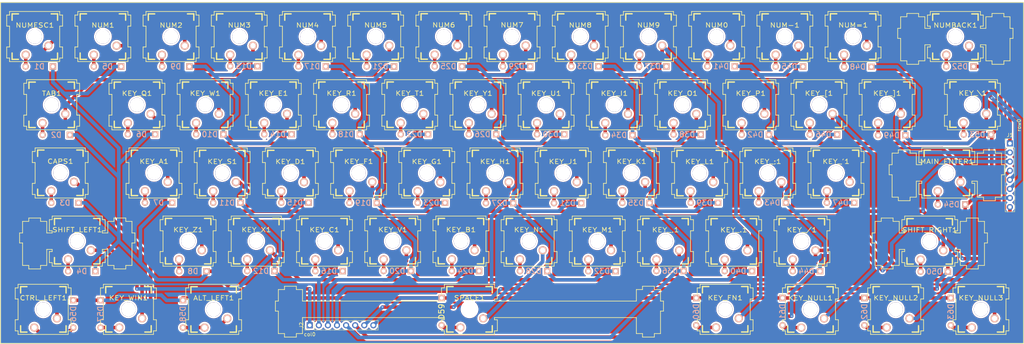
<source format=kicad_pcb>
(kicad_pcb (version 20171130) (host pcbnew "(5.1.4)-1")
  (layers (0 F.Cu signal) (31 B.Cu signal) (34 B.Paste user hide) (35 F.Paste user hide) (36 B.SilkS user) (37 F.SilkS user) (38 B.Mask user) (39 F.Mask user hide) (44 Edge.Cuts user hide))
  (net 0 "")
  (net 1 /row3)
  (net 2 "Net-(ALT_LEFT1-Pad1)")
  (net 3 /row5)
  (net 4 /row2)
  (net 5 "Net-(CAPS1-Pad1)")
  (net 6 /row0)
  (net 7 "Net-(CTRL_LEFT1-Pad1)")
  (net 8 /col0)
  (net 9 "Net-(D1-Pad1)")
  (net 10 "Net-(D2-Pad1)")
  (net 11 "Net-(D4-Pad1)")
  (net 12 "Net-(D5-Pad1)")
  (net 13 "Net-(D6-Pad1)")
  (net 14 "Net-(D7-Pad1)")
  (net 15 "Net-(D8-Pad1)")
  (net 16 /col1)
  (net 17 "Net-(D9-Pad1)")
  (net 18 "Net-(D10-Pad1)")
  (net 19 "Net-(D11-Pad1)")
  (net 20 "Net-(D12-Pad1)")
  (net 21 "Net-(D13-Pad1)")
  (net 22 "Net-(D14-Pad1)")
  (net 23 "Net-(D15-Pad1)")
  (net 24 "Net-(D16-Pad1)")
  (net 25 "Net-(D17-Pad1)")
  (net 26 /col2)
  (net 27 "Net-(D18-Pad1)")
  (net 28 "Net-(D19-Pad1)")
  (net 29 "Net-(D20-Pad1)")
  (net 30 "Net-(D21-Pad1)")
  (net 31 "Net-(D22-Pad1)")
  (net 32 "Net-(D23-Pad1)")
  (net 33 "Net-(D24-Pad1)")
  (net 34 /col3)
  (net 35 "Net-(D25-Pad1)")
  (net 36 "Net-(D26-Pad1)")
  (net 37 "Net-(D27-Pad1)")
  (net 38 "Net-(D28-Pad1)")
  (net 39 "Net-(D29-Pad1)")
  (net 40 "Net-(D30-Pad1)")
  (net 41 "Net-(D31-Pad1)")
  (net 42 "Net-(D32-Pad1)")
  (net 43 /col4)
  (net 44 "Net-(D33-Pad1)")
  (net 45 "Net-(D34-Pad1)")
  (net 46 "Net-(D35-Pad1)")
  (net 47 "Net-(D36-Pad1)")
  (net 48 "Net-(D37-Pad1)")
  (net 49 "Net-(D38-Pad1)")
  (net 50 "Net-(D39-Pad1)")
  (net 51 "Net-(D40-Pad1)")
  (net 52 "Net-(D41-Pad1)")
  (net 53 /col5)
  (net 54 "Net-(D42-Pad1)")
  (net 55 "Net-(D43-Pad1)")
  (net 56 "Net-(D44-Pad1)")
  (net 57 "Net-(D45-Pad1)")
  (net 58 "Net-(D46-Pad1)")
  (net 59 "Net-(D47-Pad1)")
  (net 60 /col6)
  (net 61 "Net-(D48-Pad1)")
  (net 62 "Net-(D49-Pad1)")
  (net 63 "Net-(D50-Pad1)")
  (net 64 "Net-(D52-Pad1)")
  (net 65 "Net-(D53-Pad1)")
  (net 66 "Net-(D54-Pad1)")
  (net 67 /col7)
  (net 68 "Net-(D57-Pad1)")
  (net 69 "Net-(D60-Pad1)")
  (net 70 "Net-(D62-Pad1)")
  (net 71 "Net-(D63-Pad1)")
  (net 72 /row7)
  (net 73 /row6)
  (net 74 /row1)
  (net 75 /row4)
  (net 76 "Net-(D59-Pad1)")
  (net 77 "Net-(D61-Pad1)")
  (module Connector_PinHeader_2.54mm:PinHeader_1x08_P2.54mm_Vertical (layer F.Cu) (at 106.156984 192.855072 90)
    (fp_text reference J2 (at 0 -2.33 90) (layer F.SilkS))
    (fp_text value Screw_Terminal_01x08)
    (pad 8 thru_hole oval (at 0 17.78 90) (size 1.7 1.7) (drill 1) (layers *.Cu *.Mask) (net 67 /col7))
    (pad 7 thru_hole oval (at 0 15.24 90) (size 1.7 1.7) (drill 1) (layers *.Cu *.Mask) (net 60 /col6))
    (pad 6 thru_hole oval (at 0 12.7 90) (size 1.7 1.7) (drill 1) (layers *.Cu *.Mask) (net 53 /col5))
    (pad 5 thru_hole oval (at 0 10.16 90) (size 1.7 1.7) (drill 1) (layers *.Cu *.Mask) (net 43 /col4))
    (pad 4 thru_hole oval (at 0 7.62 90) (size 1.7 1.7) (drill 1) (layers *.Cu *.Mask) (net 34 /col3))
    (pad 3 thru_hole oval (at 0 5.08 90) (size 1.7 1.7) (drill 1) (layers *.Cu *.Mask) (net 26 /col2))
    (pad 2 thru_hole oval (at 0 2.54 90) (size 1.7 1.7) (drill 1) (layers *.Cu *.Mask) (net 16 /col1))
    (pad 1 thru_hole rect (at 0 0 90) (size 1.7 1.7) (drill 1) (layers *.Cu *.Mask) (net 8 /col0))
  )
  (module Connector_PinHeader_2.54mm:PinHeader_1x08_P2.54mm_Vertical (layer F.Cu) (at 301.736984 142.055072)
    (fp_text reference J1 (at 0 -2.33) (layer F.SilkS))
    (fp_text value Screw_Terminal_01x08)
    (pad 8 thru_hole oval (at 0 17.78) (size 1.7 1.7) (drill 1) (layers *.Cu *.Mask) (net 72 /row7))
    (pad 7 thru_hole oval (at 0 15.24) (size 1.7 1.7) (drill 1) (layers *.Cu *.Mask) (net 73 /row6))
    (pad 6 thru_hole oval (at 0 12.7) (size 1.7 1.7) (drill 1) (layers *.Cu *.Mask) (net 3 /row5))
    (pad 5 thru_hole oval (at 0 10.16) (size 1.7 1.7) (drill 1) (layers *.Cu *.Mask) (net 75 /row4))
    (pad 4 thru_hole oval (at 0 7.62) (size 1.7 1.7) (drill 1) (layers *.Cu *.Mask) (net 1 /row3))
    (pad 3 thru_hole oval (at 0 5.08) (size 1.7 1.7) (drill 1) (layers *.Cu *.Mask) (net 4 /row2))
    (pad 2 thru_hole oval (at 0 2.54) (size 1.7 1.7) (drill 1) (layers *.Cu *.Mask) (net 74 /row1))
    (pad 1 thru_hole rect (at 0 0) (size 1.7 1.7) (drill 1) (layers *.Cu *.Mask) (net 6 /row0))
  )
  (module Keyboard:CHERRY_PCB_150H (layer F.Cu) (at 34.080048 131.278087 180)
    (fp_text reference TAB1 (at 0 3.175) (layer F.SilkS) (effects (font (size 1.27 1.524) (thickness 0.2032))))
    (fp_text value TAB hide)
    (pad HOLE thru_hole circle (at 0 0 180) (size 3.9878 3.9878) (drill 3.9878) (layers *.Cu *.Mask))
    (pad 2 thru_hole circle (at -3.81 -2.54 180) (size 2.286 2.286) (drill 1.4986) (layers *.Cu *.SilkS *.Mask) (net 74 /row1))
    (pad 1 thru_hole circle (at 2.54 -5.08 180) (size 2.286 2.286) (drill 1.4986) (layers *.Cu *.SilkS *.Mask) (net 10 "Net-(D2-Pad1)"))
  )
  (module Keyboard:CHERRY_PLATE_625H (layer F.Cu) (at 150.79794 188.393598 180)
    (fp_text reference SPACE1 (at 0 3.175) (layer F.SilkS) (effects (font (size 1.27 1.524) (thickness 0.2032))))
    (fp_text value SPACE hide)
    (pad HOLE np_thru_hole circle (at 0 0 180) (size 3.9878 3.9878) (drill 3.9878) (layers *.Cu))
    (pad 2 thru_hole circle (at -3.81 -2.54 180) (size 2.286 2.286) (drill 1.4986) (layers *.Cu *.SilkS *.Mask) (net 1 /row3))
    (pad 1 thru_hole circle (at 2.54 -5.08 180) (size 2.286 2.286) (drill 1.4986) (layers *.Cu *.SilkS *.Mask) (net 76 "Net-(D59-Pad1)"))
  )
  (module Keyboard:CHERRY_PCB_275H (layer F.Cu) (at 279.331052 169.413837 180)
    (fp_text reference SHIFT_RIGHT1 (at 0 3.175) (layer F.SilkS) (effects (font (size 1.27 1.524) (thickness 0.2032))))
    (fp_text value SHIFT_RIGHT hide)
    (pad HOLE thru_hole circle (at 0 0 180) (size 3.9878 3.9878) (drill 3.9878) (layers *.Cu *.Mask))
    (pad 2 thru_hole circle (at -3.81 -2.54 180) (size 2.286 2.286) (drill 1.4986) (layers *.Cu *.SilkS *.Mask) (net 4 /row2))
    (pad 1 thru_hole circle (at 2.54 -5.08 180) (size 2.286 2.286) (drill 1.4986) (layers *.Cu *.SilkS *.Mask) (net 63 "Net-(D50-Pad1)"))
  )
  (module Keyboard:CHERRY_PCB_225H (layer F.Cu) (at 41.210777 169.370761 180)
    (fp_text reference SHIFT_LEFT1 (at 0 3.175) (layer F.SilkS) (effects (font (size 1.27 1.524) (thickness 0.2032))))
    (fp_text value SHIFT_LEFT hide)
    (pad HOLE thru_hole circle (at 0 0 180) (size 3.9878 3.9878) (drill 3.9878) (layers *.Cu *.Mask))
    (pad 2 thru_hole circle (at -3.81 -2.54 180) (size 2.286 2.286) (drill 1.4986) (layers *.Cu *.SilkS *.Mask) (net 1 /row3))
    (pad 1 thru_hole circle (at 2.54 -5.08 180) (size 2.286 2.286) (drill 1.4986) (layers *.Cu *.SilkS *.Mask) (net 11 "Net-(D4-Pad1)"))
  )
  (module Keyboard:CHERRY_PCB_100H (layer F.Cu) (at 29.370613 112.228455 180)
    (fp_text reference NUMESC1 (at 0 3.175) (layer F.SilkS) (effects (font (size 1.27 1.524) (thickness 0.2032))))
    (fp_text value ~ hide)
    (pad HOLE thru_hole circle (at 0 0 180) (size 3.9878 3.9878) (drill 3.9878) (layers *.Cu *.Mask))
    (pad 2 thru_hole circle (at -3.81 -2.54 180) (size 2.286 2.286) (drill 1.4986) (layers *.Cu *.SilkS *.Mask) (net 6 /row0))
    (pad 1 thru_hole circle (at 2.54 -5.08 180) (size 2.286 2.286) (drill 1.4986) (layers *.Cu *.SilkS *.Mask) (net 9 "Net-(D1-Pad1)"))
  )
  (module Keyboard:CHERRY_PCB_200H (layer F.Cu) (at 286.508342 112.235781 180)
    (fp_text reference NUMBACK1 (at 0 3.175) (layer F.SilkS) (effects (font (size 1.27 1.524) (thickness 0.2032))))
    (fp_text value NUMBACK hide)
    (pad HOLE thru_hole circle (at 0 0 180) (size 3.9878 3.9878) (drill 3.9878) (layers *.Cu *.Mask))
    (pad 2 thru_hole circle (at -3.81 -2.54 180) (size 2.286 2.286) (drill 1.4986) (layers *.Cu *.SilkS *.Mask) (net 75 /row4))
    (pad 1 thru_hole circle (at 2.54 -5.08 180) (size 2.286 2.286) (drill 1.4986) (layers *.Cu *.SilkS *.Mask) (net 64 "Net-(D52-Pad1)"))
  )
  (module Keyboard:CHERRY_PCB_100H (layer F.Cu) (at 257.951141 112.201338 180)
    (fp_text reference NUM=1 (at 0 3.175) (layer F.SilkS) (effects (font (size 1.27 1.524) (thickness 0.2032))))
    (fp_text value NUM= hide)
    (pad HOLE thru_hole circle (at 0 0 180) (size 3.9878 3.9878) (drill 3.9878) (layers *.Cu *.Mask))
    (pad 2 thru_hole circle (at -3.81 -2.54 180) (size 2.286 2.286) (drill 1.4986) (layers *.Cu *.SilkS *.Mask) (net 6 /row0))
    (pad 1 thru_hole circle (at 2.54 -5.08 180) (size 2.286 2.286) (drill 1.4986) (layers *.Cu *.SilkS *.Mask) (net 61 "Net-(D48-Pad1)"))
  )
  (module Keyboard:CHERRY_PCB_100H (layer F.Cu) (at 238.852624 112.216223 180)
    (fp_text reference NUM-1 (at 0 3.175) (layer F.SilkS) (effects (font (size 1.27 1.524) (thickness 0.2032))))
    (fp_text value NUM- hide)
    (pad HOLE thru_hole circle (at 0 0 180) (size 3.9878 3.9878) (drill 3.9878) (layers *.Cu *.Mask))
    (pad 2 thru_hole circle (at -3.81 -2.54 180) (size 2.286 2.286) (drill 1.4986) (layers *.Cu *.SilkS *.Mask) (net 75 /row4))
    (pad 1 thru_hole circle (at 2.54 -5.08 180) (size 2.286 2.286) (drill 1.4986) (layers *.Cu *.SilkS *.Mask) (net 57 "Net-(D45-Pad1)"))
  )
  (module Keyboard:CHERRY_PCB_100H (layer F.Cu) (at 200.783468 112.202837 180)
    (fp_text reference NUM9 (at 0 3.175) (layer F.SilkS) (effects (font (size 1.27 1.524) (thickness 0.2032))))
    (fp_text value NUM9 hide)
    (pad HOLE thru_hole circle (at 0 0 180) (size 3.9878 3.9878) (drill 3.9878) (layers *.Cu *.Mask))
    (pad 2 thru_hole circle (at -3.81 -2.54 180) (size 2.286 2.286) (drill 1.4986) (layers *.Cu *.SilkS *.Mask) (net 75 /row4))
    (pad 1 thru_hole circle (at 2.54 -5.08 180) (size 2.286 2.286) (drill 1.4986) (layers *.Cu *.SilkS *.Mask) (net 48 "Net-(D37-Pad1)"))
  )
  (module Keyboard:CHERRY_PCB_100H (layer F.Cu) (at 181.746268 112.212404 180)
    (fp_text reference NUM8 (at 0 3.175) (layer F.SilkS) (effects (font (size 1.27 1.524) (thickness 0.2032))))
    (fp_text value NUM8 hide)
    (pad HOLE thru_hole circle (at 0 0 180) (size 3.9878 3.9878) (drill 3.9878) (layers *.Cu *.Mask))
    (pad 2 thru_hole circle (at -3.81 -2.54 180) (size 2.286 2.286) (drill 1.4986) (layers *.Cu *.SilkS *.Mask) (net 6 /row0))
    (pad 1 thru_hole circle (at 2.54 -5.08 180) (size 2.286 2.286) (drill 1.4986) (layers *.Cu *.SilkS *.Mask) (net 44 "Net-(D33-Pad1)"))
  )
  (module Keyboard:CHERRY_PCB_100H (layer F.Cu) (at 162.669012 112.168797 180)
    (fp_text reference NUM7 (at 0 3.175) (layer F.SilkS) (effects (font (size 1.27 1.524) (thickness 0.2032))))
    (fp_text value NUM7 hide)
    (pad HOLE thru_hole circle (at 0 0 180) (size 3.9878 3.9878) (drill 3.9878) (layers *.Cu *.Mask))
    (pad 2 thru_hole circle (at -3.81 -2.54 180) (size 2.286 2.286) (drill 1.4986) (layers *.Cu *.SilkS *.Mask) (net 75 /row4))
    (pad 1 thru_hole circle (at 2.54 -5.08 180) (size 2.286 2.286) (drill 1.4986) (layers *.Cu *.SilkS *.Mask) (net 39 "Net-(D29-Pad1)"))
  )
  (module Keyboard:CHERRY_PCB_100H (layer F.Cu) (at 143.603115 112.185469 180)
    (fp_text reference NUM6 (at 0 3.175) (layer F.SilkS) (effects (font (size 1.27 1.524) (thickness 0.2032))))
    (fp_text value 6 hide)
    (pad HOLE thru_hole circle (at 0 0 180) (size 3.9878 3.9878) (drill 3.9878) (layers *.Cu *.Mask))
    (pad 2 thru_hole circle (at -3.81 -2.54 180) (size 2.286 2.286) (drill 1.4986) (layers *.Cu *.SilkS *.Mask) (net 6 /row0))
    (pad 1 thru_hole circle (at 2.54 -5.08 180) (size 2.286 2.286) (drill 1.4986) (layers *.Cu *.SilkS *.Mask) (net 35 "Net-(D25-Pad1)"))
  )
  (module Keyboard:CHERRY_PCB_100H (layer F.Cu) (at 124.578826 112.205864 180)
    (fp_text reference NUM5 (at 0 3.175) (layer F.SilkS) (effects (font (size 1.27 1.524) (thickness 0.2032))))
    (fp_text value NUM5 hide)
    (pad HOLE thru_hole circle (at 0 0 180) (size 3.9878 3.9878) (drill 3.9878) (layers *.Cu *.Mask))
    (pad 2 thru_hole circle (at -3.81 -2.54 180) (size 2.286 2.286) (drill 1.4986) (layers *.Cu *.SilkS *.Mask) (net 75 /row4))
    (pad 1 thru_hole circle (at 2.54 -5.08 180) (size 2.286 2.286) (drill 1.4986) (layers *.Cu *.SilkS *.Mask) (net 30 "Net-(D21-Pad1)"))
  )
  (module Keyboard:CHERRY_PCB_100H (layer F.Cu) (at 105.536397 112.226494 180)
    (fp_text reference NUM4 (at 0 3.175) (layer F.SilkS) (effects (font (size 1.27 1.524) (thickness 0.2032))))
    (fp_text value NUM4 hide)
    (pad HOLE thru_hole circle (at 0 0 180) (size 3.9878 3.9878) (drill 3.9878) (layers *.Cu *.Mask))
    (pad 2 thru_hole circle (at -3.81 -2.54 180) (size 2.286 2.286) (drill 1.4986) (layers *.Cu *.SilkS *.Mask) (net 6 /row0))
    (pad 1 thru_hole circle (at 2.54 -5.08 180) (size 2.286 2.286) (drill 1.4986) (layers *.Cu *.SilkS *.Mask) (net 25 "Net-(D17-Pad1)"))
  )
  (module Keyboard:CHERRY_PCB_100H (layer F.Cu) (at 86.492321 112.212097 180)
    (fp_text reference NUM3 (at 0 3.175) (layer F.SilkS) (effects (font (size 1.27 1.524) (thickness 0.2032))))
    (fp_text value NUM3 hide)
    (pad HOLE thru_hole circle (at 0 0 180) (size 3.9878 3.9878) (drill 3.9878) (layers *.Cu *.Mask))
    (pad 2 thru_hole circle (at -3.81 -2.54 180) (size 2.286 2.286) (drill 1.4986) (layers *.Cu *.SilkS *.Mask) (net 75 /row4))
    (pad 1 thru_hole circle (at 2.54 -5.08 180) (size 2.286 2.286) (drill 1.4986) (layers *.Cu *.SilkS *.Mask) (net 21 "Net-(D13-Pad1)"))
  )
  (module Keyboard:CHERRY_PCB_100H (layer F.Cu) (at 67.428975 112.23008 180)
    (fp_text reference NUM2 (at 0 3.175) (layer F.SilkS) (effects (font (size 1.27 1.524) (thickness 0.2032))))
    (fp_text value 2 hide)
    (pad HOLE thru_hole circle (at 0 0 180) (size 3.9878 3.9878) (drill 3.9878) (layers *.Cu *.Mask))
    (pad 2 thru_hole circle (at -3.81 -2.54 180) (size 2.286 2.286) (drill 1.4986) (layers *.Cu *.SilkS *.Mask) (net 6 /row0))
    (pad 1 thru_hole circle (at 2.54 -5.08 180) (size 2.286 2.286) (drill 1.4986) (layers *.Cu *.SilkS *.Mask) (net 17 "Net-(D9-Pad1)"))
  )
  (module Keyboard:CHERRY_PCB_100H (layer F.Cu) (at 48.387028 112.220477 180)
    (fp_text reference NUM1 (at 0 3.175) (layer F.SilkS) (effects (font (size 1.27 1.524) (thickness 0.2032))))
    (fp_text value NUM1 hide)
    (pad HOLE thru_hole circle (at 0 0 180) (size 3.9878 3.9878) (drill 3.9878) (layers *.Cu *.Mask))
    (pad 2 thru_hole circle (at -3.81 -2.54 180) (size 2.286 2.286) (drill 1.4986) (layers *.Cu *.SilkS *.Mask) (net 75 /row4))
    (pad 1 thru_hole circle (at 2.54 -5.08 180) (size 2.286 2.286) (drill 1.4986) (layers *.Cu *.SilkS *.Mask) (net 12 "Net-(D5-Pad1)"))
  )
  (module Keyboard:CHERRY_PCB_100H (layer F.Cu) (at 219.830317 112.20211 180)
    (fp_text reference NUM0 (at 0 3.175) (layer F.SilkS) (effects (font (size 1.27 1.524) (thickness 0.2032))))
    (fp_text value NUM0 hide)
    (pad HOLE thru_hole circle (at 0 0 180) (size 3.9878 3.9878) (drill 3.9878) (layers *.Cu *.Mask))
    (pad 2 thru_hole circle (at -3.81 -2.54 180) (size 2.286 2.286) (drill 1.4986) (layers *.Cu *.SilkS *.Mask) (net 6 /row0))
    (pad 1 thru_hole circle (at 2.54 -5.08 180) (size 2.286 2.286) (drill 1.4986) (layers *.Cu *.SilkS *.Mask) (net 52 "Net-(D41-Pad1)"))
  )
  (module Keyboard:CHERRY_PCB_225H (layer F.Cu) (at 284.123485 150.300001 180)
    (fp_text reference MAIN_ENTER1 (at 0 3.175) (layer F.SilkS) (effects (font (size 1.27 1.524) (thickness 0.2032))))
    (fp_text value MAIN_ENTER hide)
    (pad HOLE thru_hole circle (at 0 0 180) (size 3.9878 3.9878) (drill 3.9878) (layers *.Cu *.Mask))
    (pad 2 thru_hole circle (at -3.81 -2.54 180) (size 2.286 2.286) (drill 1.4986) (layers *.Cu *.SilkS *.Mask) (net 73 /row6))
    (pad 1 thru_hole circle (at 2.54 -5.08 180) (size 2.286 2.286) (drill 1.4986) (layers *.Cu *.SilkS *.Mask) (net 66 "Net-(D54-Pad1)"))
  )
  (module Keyboard:CHERRY_PCB_100H (layer F.Cu) (at 72.202617 169.363548 180)
    (fp_text reference KEY_Z1 (at 0 3.175) (layer F.SilkS) (effects (font (size 1.27 1.524) (thickness 0.2032))))
    (fp_text value KEY_Z hide)
    (pad HOLE thru_hole circle (at 0 0 180) (size 3.9878 3.9878) (drill 3.9878) (layers *.Cu *.Mask))
    (pad 2 thru_hole circle (at -3.81 -2.54 180) (size 2.286 2.286) (drill 1.4986) (layers *.Cu *.SilkS *.Mask) (net 72 /row7))
    (pad 1 thru_hole circle (at 2.54 -5.08 180) (size 2.286 2.286) (drill 1.4986) (layers *.Cu *.SilkS *.Mask) (net 15 "Net-(D8-Pad1)"))
  )
  (module Keyboard:CHERRY_PCB_100H (layer F.Cu) (at 153.150036 131.26173 180)
    (fp_text reference KEY_Y1 (at 0 3.175) (layer F.SilkS) (effects (font (size 1.27 1.524) (thickness 0.2032))))
    (fp_text value KEY_Y hide)
    (pad HOLE thru_hole circle (at 0 0 180) (size 3.9878 3.9878) (drill 3.9878) (layers *.Cu *.Mask))
    (pad 2 thru_hole circle (at -3.81 -2.54 180) (size 2.286 2.286) (drill 1.4986) (layers *.Cu *.SilkS *.Mask) (net 74 /row1))
    (pad 1 thru_hole circle (at 2.54 -5.08 180) (size 2.286 2.286) (drill 1.4986) (layers *.Cu *.SilkS *.Mask) (net 36 "Net-(D26-Pad1)"))
  )
  (module Keyboard:CHERRY_PCB_100H (layer F.Cu) (at 91.238871 169.351952 180)
    (fp_text reference KEY_X1 (at 0 3.175) (layer F.SilkS) (effects (font (size 1.27 1.524) (thickness 0.2032))))
    (fp_text value KEY_X hide)
    (pad HOLE thru_hole circle (at 0 0 180) (size 3.9878 3.9878) (drill 3.9878) (layers *.Cu *.Mask))
    (pad 2 thru_hole circle (at -3.81 -2.54 180) (size 2.286 2.286) (drill 1.4986) (layers *.Cu *.SilkS *.Mask) (net 1 /row3))
    (pad 1 thru_hole circle (at 2.54 -5.08 180) (size 2.286 2.286) (drill 1.4986) (layers *.Cu *.SilkS *.Mask) (net 20 "Net-(D12-Pad1)"))
  )
  (module Keyboard:CHERRY_PCB_125H (layer F.Cu) (at 55.522959 188.396924 180)
    (fp_text reference KEY_WIN1 (at 0 3.175) (layer F.SilkS) (effects (font (size 1.27 1.524) (thickness 0.2032))))
    (fp_text value KEY_WIN hide)
    (pad HOLE thru_hole circle (at 0 0 180) (size 3.9878 3.9878) (drill 3.9878) (layers *.Cu *.Mask))
    (pad 2 thru_hole circle (at -3.81 -2.54 180) (size 2.286 2.286) (drill 1.4986) (layers *.Cu *.SilkS *.Mask) (net 74 /row1))
    (pad 1 thru_hole circle (at 2.54 -5.08 180) (size 2.286 2.286) (drill 1.4986) (layers *.Cu *.SilkS *.Mask) (net 68 "Net-(D57-Pad1)"))
  )
  (module Keyboard:CHERRY_PCB_100H (layer F.Cu) (at 76.963092 131.256953 180)
    (fp_text reference KEY_W1 (at 0 3.175) (layer F.SilkS) (effects (font (size 1.27 1.524) (thickness 0.2032))))
    (fp_text value KEY_W hide)
    (pad HOLE thru_hole circle (at 0 0 180) (size 3.9878 3.9878) (drill 3.9878) (layers *.Cu *.Mask))
    (pad 2 thru_hole circle (at -3.81 -2.54 180) (size 2.286 2.286) (drill 1.4986) (layers *.Cu *.SilkS *.Mask) (net 74 /row1))
    (pad 1 thru_hole circle (at 2.54 -5.08 180) (size 2.286 2.286) (drill 1.4986) (layers *.Cu *.SilkS *.Mask) (net 18 "Net-(D10-Pad1)"))
  )
  (module Keyboard:CHERRY_PCB_100H (layer F.Cu) (at 129.349229 169.356952 180)
    (fp_text reference KEY_V1 (at 0 3.175) (layer F.SilkS) (effects (font (size 1.27 1.524) (thickness 0.2032))))
    (fp_text value KEY_V hide)
    (pad HOLE thru_hole circle (at 0 0 180) (size 3.9878 3.9878) (drill 3.9878) (layers *.Cu *.Mask))
    (pad 2 thru_hole circle (at -3.81 -2.54 180) (size 2.286 2.286) (drill 1.4986) (layers *.Cu *.SilkS *.Mask) (net 1 /row3))
    (pad 1 thru_hole circle (at 2.54 -5.08 180) (size 2.286 2.286) (drill 1.4986) (layers *.Cu *.SilkS *.Mask) (net 29 "Net-(D20-Pad1)"))
  )
  (module Keyboard:CHERRY_PCB_100H (layer F.Cu) (at 172.200093 131.267845 180)
    (fp_text reference KEY_U1 (at 0 3.175) (layer F.SilkS) (effects (font (size 1.27 1.524) (thickness 0.2032))))
    (fp_text value KEY_U hide)
    (pad HOLE thru_hole circle (at 0 0 180) (size 3.9878 3.9878) (drill 3.9878) (layers *.Cu *.Mask))
    (pad 2 thru_hole circle (at -3.81 -2.54 180) (size 2.286 2.286) (drill 1.4986) (layers *.Cu *.SilkS *.Mask) (net 3 /row5))
    (pad 1 thru_hole circle (at 2.54 -5.08 180) (size 2.286 2.286) (drill 1.4986) (layers *.Cu *.SilkS *.Mask) (net 40 "Net-(D30-Pad1)"))
  )
  (module Keyboard:CHERRY_PCB_100H (layer F.Cu) (at 134.107728 131.253632 180)
    (fp_text reference KEY_T1 (at 0 3.175) (layer F.SilkS) (effects (font (size 1.27 1.524) (thickness 0.2032))))
    (fp_text value KEY_T hide)
    (pad HOLE thru_hole circle (at 0 0 180) (size 3.9878 3.9878) (drill 3.9878) (layers *.Cu *.Mask))
    (pad 2 thru_hole circle (at -3.81 -2.54 180) (size 2.286 2.286) (drill 1.4986) (layers *.Cu *.SilkS *.Mask) (net 3 /row5))
    (pad 1 thru_hole circle (at 2.54 -5.08 180) (size 2.286 2.286) (drill 1.4986) (layers *.Cu *.SilkS *.Mask) (net 31 "Net-(D22-Pad1)"))
  )
  (module Keyboard:CHERRY_PCB_100H (layer F.Cu) (at 81.732216 150.323015 180)
    (fp_text reference KEY_S1 (at 0 3.175) (layer F.SilkS) (effects (font (size 1.27 1.524) (thickness 0.2032))))
    (fp_text value KEY_S hide)
    (pad HOLE thru_hole circle (at 0 0 180) (size 3.9878 3.9878) (drill 3.9878) (layers *.Cu *.Mask))
    (pad 2 thru_hole circle (at -3.81 -2.54 180) (size 2.286 2.286) (drill 1.4986) (layers *.Cu *.SilkS *.Mask) (net 4 /row2))
    (pad 1 thru_hole circle (at 2.54 -5.08 180) (size 2.286 2.286) (drill 1.4986) (layers *.Cu *.SilkS *.Mask) (net 19 "Net-(D11-Pad1)"))
  )
  (module Keyboard:CHERRY_PCB_100H (layer F.Cu) (at 115.03976 131.251032 180)
    (fp_text reference KEY_R1 (at 0 3.175) (layer F.SilkS) (effects (font (size 1.27 1.524) (thickness 0.2032))))
    (fp_text value KEY_R hide)
    (pad HOLE thru_hole circle (at 0 0 180) (size 3.9878 3.9878) (drill 3.9878) (layers *.Cu *.Mask))
    (pad 2 thru_hole circle (at -3.81 -2.54 180) (size 2.286 2.286) (drill 1.4986) (layers *.Cu *.SilkS *.Mask) (net 74 /row1))
    (pad 1 thru_hole circle (at 2.54 -5.08 180) (size 2.286 2.286) (drill 1.4986) (layers *.Cu *.SilkS *.Mask) (net 27 "Net-(D18-Pad1)"))
  )
  (module Keyboard:CHERRY_PCB_100H (layer F.Cu) (at 57.912 131.277125 180)
    (fp_text reference KEY_Q1 (at 0 3.175) (layer F.SilkS) (effects (font (size 1.27 1.524) (thickness 0.2032))))
    (fp_text value KEY_Q hide)
    (pad HOLE thru_hole circle (at 0 0 180) (size 3.9878 3.9878) (drill 3.9878) (layers *.Cu *.Mask))
    (pad 2 thru_hole circle (at -3.81 -2.54 180) (size 2.286 2.286) (drill 1.4986) (layers *.Cu *.SilkS *.Mask) (net 3 /row5))
    (pad 1 thru_hole circle (at 2.54 -5.08 180) (size 2.286 2.286) (drill 1.4986) (layers *.Cu *.SilkS *.Mask) (net 13 "Net-(D6-Pad1)"))
  )
  (module Keyboard:CHERRY_PCB_100H (layer F.Cu) (at 229.35256 131.26616 180)
    (fp_text reference KEY_P1 (at 0 3.175) (layer F.SilkS) (effects (font (size 1.27 1.524) (thickness 0.2032))))
    (fp_text value KEY_P hide)
    (pad HOLE thru_hole circle (at 0 0 180) (size 3.9878 3.9878) (drill 3.9878) (layers *.Cu *.Mask))
    (pad 2 thru_hole circle (at -3.81 -2.54 180) (size 2.286 2.286) (drill 1.4986) (layers *.Cu *.SilkS *.Mask) (net 74 /row1))
    (pad 1 thru_hole circle (at 2.54 -5.08 180) (size 2.286 2.286) (drill 1.4986) (layers *.Cu *.SilkS *.Mask) (net 54 "Net-(D42-Pad1)"))
  )
  (module Keyboard:CHERRY_PCB_100H (layer F.Cu) (at 210.332603 131.262387 180)
    (fp_text reference KEY_O1 (at 0 3.175) (layer F.SilkS) (effects (font (size 1.27 1.524) (thickness 0.2032))))
    (fp_text value KEY_O hide)
    (pad HOLE thru_hole circle (at 0 0 180) (size 3.9878 3.9878) (drill 3.9878) (layers *.Cu *.Mask))
    (pad 2 thru_hole circle (at -3.81 -2.54 180) (size 2.286 2.286) (drill 1.4986) (layers *.Cu *.SilkS *.Mask) (net 3 /row5))
    (pad 1 thru_hole circle (at 2.54 -5.08 180) (size 2.286 2.286) (drill 1.4986) (layers *.Cu *.SilkS *.Mask) (net 49 "Net-(D38-Pad1)"))
  )
  (module Keyboard:CHERRY_PCB_125H (layer F.Cu) (at 293.645451 188.397875 180)
    (fp_text reference KEY_NULL3 (at 0 3.175) (layer F.SilkS) (effects (font (size 1.27 1.524) (thickness 0.2032))))
    (fp_text value KEY_NULL3 hide)
    (pad HOLE thru_hole circle (at 0 0 180) (size 3.9878 3.9878) (drill 3.9878) (layers *.Cu *.Mask))
    (pad 2 thru_hole circle (at -3.81 -2.54 180) (size 2.286 2.286) (drill 1.4986) (layers *.Cu *.SilkS *.Mask) (net 72 /row7))
    (pad 1 thru_hole circle (at 2.54 -5.08 180) (size 2.286 2.286) (drill 1.4986) (layers *.Cu *.SilkS *.Mask) (net 71 "Net-(D63-Pad1)"))
  )
  (module Keyboard:CHERRY_PCB_125H (layer F.Cu) (at 269.867546 188.401686 180)
    (fp_text reference KEY_NULL2 (at 0 3.175) (layer F.SilkS) (effects (font (size 1.27 1.524) (thickness 0.2032))))
    (fp_text value KEY_NULL2 hide)
    (pad HOLE thru_hole circle (at 0 0 180) (size 3.9878 3.9878) (drill 3.9878) (layers *.Cu *.Mask))
    (pad 2 thru_hole circle (at -3.81 -2.54 180) (size 2.286 2.286) (drill 1.4986) (layers *.Cu *.SilkS *.Mask) (net 73 /row6))
    (pad 1 thru_hole circle (at 2.54 -5.08 180) (size 2.286 2.286) (drill 1.4986) (layers *.Cu *.SilkS *.Mask) (net 70 "Net-(D62-Pad1)"))
  )
  (module Keyboard:CHERRY_PCB_125H (layer F.Cu) (at 246.019789 188.431141 180)
    (fp_text reference KEY_NULL1 (at 0 3.175) (layer F.SilkS) (effects (font (size 1.27 1.524) (thickness 0.2032))))
    (fp_text value KEY_NULL1 hide)
    (pad HOLE thru_hole circle (at 0 0 180) (size 3.9878 3.9878) (drill 3.9878) (layers *.Cu *.Mask))
    (pad 2 thru_hole circle (at -3.81 -2.54 180) (size 2.286 2.286) (drill 1.4986) (layers *.Cu *.SilkS *.Mask) (net 3 /row5))
    (pad 1 thru_hole circle (at 2.54 -5.08 180) (size 2.286 2.286) (drill 1.4986) (layers *.Cu *.SilkS *.Mask) (net 77 "Net-(D61-Pad1)"))
  )
  (module Keyboard:CHERRY_PCB_100H (layer F.Cu) (at 167.427427 169.362404 180)
    (fp_text reference KEY_N1 (at 0 3.175) (layer F.SilkS) (effects (font (size 1.27 1.524) (thickness 0.2032))))
    (fp_text value KEY_N hide)
    (pad HOLE thru_hole circle (at 0 0 180) (size 3.9878 3.9878) (drill 3.9878) (layers *.Cu *.Mask))
    (pad 2 thru_hole circle (at -3.81 -2.54 180) (size 2.286 2.286) (drill 1.4986) (layers *.Cu *.SilkS *.Mask) (net 1 /row3))
    (pad 1 thru_hole circle (at 2.54 -5.08 180) (size 2.286 2.286) (drill 1.4986) (layers *.Cu *.SilkS *.Mask) (net 38 "Net-(D28-Pad1)"))
  )
  (module Keyboard:CHERRY_PCB_100H (layer F.Cu) (at 186.506341 169.38595 180)
    (fp_text reference KEY_M1 (at 0 3.175) (layer F.SilkS) (effects (font (size 1.27 1.524) (thickness 0.2032))))
    (fp_text value KEY_M hide)
    (pad HOLE thru_hole circle (at 0 0 180) (size 3.9878 3.9878) (drill 3.9878) (layers *.Cu *.Mask))
    (pad 2 thru_hole circle (at -3.81 -2.54 180) (size 2.286 2.286) (drill 1.4986) (layers *.Cu *.SilkS *.Mask) (net 72 /row7))
    (pad 1 thru_hole circle (at 2.54 -5.08 180) (size 2.286 2.286) (drill 1.4986) (layers *.Cu *.SilkS *.Mask) (net 42 "Net-(D32-Pad1)"))
  )
  (module Keyboard:CHERRY_PCB_100H (layer F.Cu) (at 215.074625 150.338086 180)
    (fp_text reference KEY_L1 (at 0 3.175) (layer F.SilkS) (effects (font (size 1.27 1.524) (thickness 0.2032))))
    (fp_text value KEY_L hide)
    (pad HOLE thru_hole circle (at 0 0 180) (size 3.9878 3.9878) (drill 3.9878) (layers *.Cu *.Mask))
    (pad 2 thru_hole circle (at -3.81 -2.54 180) (size 2.286 2.286) (drill 1.4986) (layers *.Cu *.SilkS *.Mask) (net 73 /row6))
    (pad 1 thru_hole circle (at 2.54 -5.08 180) (size 2.286 2.286) (drill 1.4986) (layers *.Cu *.SilkS *.Mask) (net 50 "Net-(D39-Pad1)"))
  )
  (module Keyboard:CHERRY_PCB_100H (layer F.Cu) (at 196.034047 150.29361 180)
    (fp_text reference KEY_K1 (at 0 3.175) (layer F.SilkS) (effects (font (size 1.27 1.524) (thickness 0.2032))))
    (fp_text value KEY_K hide)
    (pad HOLE thru_hole circle (at 0 0 180) (size 3.9878 3.9878) (drill 3.9878) (layers *.Cu *.Mask))
    (pad 2 thru_hole circle (at -3.81 -2.54 180) (size 2.286 2.286) (drill 1.4986) (layers *.Cu *.SilkS *.Mask) (net 4 /row2))
    (pad 1 thru_hole circle (at 2.54 -5.08 180) (size 2.286 2.286) (drill 1.4986) (layers *.Cu *.SilkS *.Mask) (net 46 "Net-(D35-Pad1)"))
  )
  (module Keyboard:CHERRY_PCB_100H (layer F.Cu) (at 176.949702 150.325667 180)
    (fp_text reference KEY_J1 (at 0 3.175) (layer F.SilkS) (effects (font (size 1.27 1.524) (thickness 0.2032))))
    (fp_text value KEY_J hide)
    (pad HOLE thru_hole circle (at 0 0 180) (size 3.9878 3.9878) (drill 3.9878) (layers *.Cu *.Mask))
    (pad 2 thru_hole circle (at -3.81 -2.54 180) (size 2.286 2.286) (drill 1.4986) (layers *.Cu *.SilkS *.Mask) (net 73 /row6))
    (pad 1 thru_hole circle (at 2.54 -5.08 180) (size 2.286 2.286) (drill 1.4986) (layers *.Cu *.SilkS *.Mask) (net 41 "Net-(D31-Pad1)"))
  )
  (module Keyboard:CHERRY_PCB_100H (layer F.Cu) (at 191.251123 131.267718 180)
    (fp_text reference KEY_I1 (at 0 3.175) (layer F.SilkS) (effects (font (size 1.27 1.524) (thickness 0.2032))))
    (fp_text value KEY_I hide)
    (pad HOLE thru_hole circle (at 0 0 180) (size 3.9878 3.9878) (drill 3.9878) (layers *.Cu *.Mask))
    (pad 2 thru_hole circle (at -3.81 -2.54 180) (size 2.286 2.286) (drill 1.4986) (layers *.Cu *.SilkS *.Mask) (net 74 /row1))
    (pad 1 thru_hole circle (at 2.54 -5.08 180) (size 2.286 2.286) (drill 1.4986) (layers *.Cu *.SilkS *.Mask) (net 45 "Net-(D34-Pad1)"))
  )
  (module Keyboard:CHERRY_PCB_100H (layer F.Cu) (at 157.932946 150.313836 180)
    (fp_text reference KEY_H1 (at 0 3.175) (layer F.SilkS) (effects (font (size 1.27 1.524) (thickness 0.2032))))
    (fp_text value KEY_H hide)
    (pad HOLE thru_hole circle (at 0 0 180) (size 3.9878 3.9878) (drill 3.9878) (layers *.Cu *.Mask))
    (pad 2 thru_hole circle (at -3.81 -2.54 180) (size 2.286 2.286) (drill 1.4986) (layers *.Cu *.SilkS *.Mask) (net 4 /row2))
    (pad 1 thru_hole circle (at 2.54 -5.08 180) (size 2.286 2.286) (drill 1.4986) (layers *.Cu *.SilkS *.Mask) (net 37 "Net-(D27-Pad1)"))
  )
  (module Keyboard:CHERRY_PCB_100H (layer F.Cu) (at 138.858946 150.330948 180)
    (fp_text reference KEY_G1 (at 0 3.175) (layer F.SilkS) (effects (font (size 1.27 1.524) (thickness 0.2032))))
    (fp_text value KEY_G hide)
    (pad HOLE thru_hole circle (at 0 0 180) (size 3.9878 3.9878) (drill 3.9878) (layers *.Cu *.Mask))
    (pad 2 thru_hole circle (at -3.81 -2.54 180) (size 2.286 2.286) (drill 1.4986) (layers *.Cu *.SilkS *.Mask) (net 73 /row6))
    (pad 1 thru_hole circle (at 2.54 -5.08 180) (size 2.286 2.286) (drill 1.4986) (layers *.Cu *.SilkS *.Mask) (net 32 "Net-(D23-Pad1)"))
  )
  (module Keyboard:CHERRY_PCB_125H (layer F.Cu) (at 222.205338 188.384526 180)
    (fp_text reference KEY_FN1 (at 0 3.175) (layer F.SilkS) (effects (font (size 1.27 1.524) (thickness 0.2032))))
    (fp_text value KEY_FN hide)
    (pad HOLE thru_hole circle (at 0 0 180) (size 3.9878 3.9878) (drill 3.9878) (layers *.Cu *.Mask))
    (pad 2 thru_hole circle (at -3.81 -2.54 180) (size 2.286 2.286) (drill 1.4986) (layers *.Cu *.SilkS *.Mask) (net 75 /row4))
    (pad 1 thru_hole circle (at 2.54 -5.08 180) (size 2.286 2.286) (drill 1.4986) (layers *.Cu *.SilkS *.Mask) (net 69 "Net-(D60-Pad1)"))
  )
  (module Keyboard:CHERRY_PCB_100H (layer F.Cu) (at 119.823857 150.288959 180)
    (fp_text reference KEY_F1 (at 0 3.175) (layer F.SilkS) (effects (font (size 1.27 1.524) (thickness 0.2032))))
    (fp_text value KEY_F hide)
    (pad HOLE thru_hole circle (at 0 0 180) (size 3.9878 3.9878) (drill 3.9878) (layers *.Cu *.Mask))
    (pad 2 thru_hole circle (at -3.81 -2.54 180) (size 2.286 2.286) (drill 1.4986) (layers *.Cu *.SilkS *.Mask) (net 4 /row2))
    (pad 1 thru_hole circle (at 2.54 -5.08 180) (size 2.286 2.286) (drill 1.4986) (layers *.Cu *.SilkS *.Mask) (net 28 "Net-(D19-Pad1)"))
  )
  (module Keyboard:CHERRY_PCB_100H (layer F.Cu) (at 95.99923 131.25619 180)
    (fp_text reference KEY_E1 (at 0 3.175) (layer F.SilkS) (effects (font (size 1.27 1.524) (thickness 0.2032))))
    (fp_text value KEY_E hide)
    (pad HOLE thru_hole circle (at 0 0 180) (size 3.9878 3.9878) (drill 3.9878) (layers *.Cu *.Mask))
    (pad 2 thru_hole circle (at -3.81 -2.54 180) (size 2.286 2.286) (drill 1.4986) (layers *.Cu *.SilkS *.Mask) (net 3 /row5))
    (pad 1 thru_hole circle (at 2.54 -5.08 180) (size 2.286 2.286) (drill 1.4986) (layers *.Cu *.SilkS *.Mask) (net 22 "Net-(D14-Pad1)"))
  )
  (module Keyboard:CHERRY_PCB_100H (layer F.Cu) (at 100.749485 150.336563 180)
    (fp_text reference KEY_D1 (at 0 3.175) (layer F.SilkS) (effects (font (size 1.27 1.524) (thickness 0.2032))))
    (fp_text value KEY_D hide)
    (pad HOLE thru_hole circle (at 0 0 180) (size 3.9878 3.9878) (drill 3.9878) (layers *.Cu *.Mask))
    (pad 2 thru_hole circle (at -3.81 -2.54 180) (size 2.286 2.286) (drill 1.4986) (layers *.Cu *.SilkS *.Mask) (net 73 /row6))
    (pad 1 thru_hole circle (at 2.54 -5.08 180) (size 2.286 2.286) (drill 1.4986) (layers *.Cu *.SilkS *.Mask) (net 23 "Net-(D15-Pad1)"))
  )
  (module Keyboard:CHERRY_PCB_100H (layer F.Cu) (at 110.271845 169.373085 180)
    (fp_text reference KEY_C1 (at 0 3.175) (layer F.SilkS) (effects (font (size 1.27 1.524) (thickness 0.2032))))
    (fp_text value KEY_C hide)
    (pad HOLE thru_hole circle (at 0 0 180) (size 3.9878 3.9878) (drill 3.9878) (layers *.Cu *.Mask))
    (pad 2 thru_hole circle (at -3.81 -2.54 180) (size 2.286 2.286) (drill 1.4986) (layers *.Cu *.SilkS *.Mask) (net 72 /row7))
    (pad 1 thru_hole circle (at 2.54 -5.08 180) (size 2.286 2.286) (drill 1.4986) (layers *.Cu *.SilkS *.Mask) (net 24 "Net-(D16-Pad1)"))
  )
  (module Keyboard:CHERRY_PCB_100H (layer F.Cu) (at 148.400741 169.353241 180)
    (fp_text reference KEY_B1 (at 0 3.175) (layer F.SilkS) (effects (font (size 1.27 1.524) (thickness 0.2032))))
    (fp_text value KEY_B hide)
    (pad HOLE thru_hole circle (at 0 0 180) (size 3.9878 3.9878) (drill 3.9878) (layers *.Cu *.Mask))
    (pad 2 thru_hole circle (at -3.81 -2.54 180) (size 2.286 2.286) (drill 1.4986) (layers *.Cu *.SilkS *.Mask) (net 72 /row7))
    (pad 1 thru_hole circle (at 2.54 -5.08 180) (size 2.286 2.286) (drill 1.4986) (layers *.Cu *.SilkS *.Mask) (net 33 "Net-(D24-Pad1)"))
  )
  (module Keyboard:CHERRY_PCB_100H (layer F.Cu) (at 62.677747 150.278565 180)
    (fp_text reference KEY_A1 (at 0 3.175) (layer F.SilkS) (effects (font (size 1.27 1.524) (thickness 0.2032))))
    (fp_text value KEY_A hide)
    (pad HOLE thru_hole circle (at 0 0 180) (size 3.9878 3.9878) (drill 3.9878) (layers *.Cu *.Mask))
    (pad 2 thru_hole circle (at -3.81 -2.54 180) (size 2.286 2.286) (drill 1.4986) (layers *.Cu *.SilkS *.Mask) (net 73 /row6))
    (pad 1 thru_hole circle (at 2.54 -5.08 180) (size 2.286 2.286) (drill 1.4986) (layers *.Cu *.SilkS *.Mask) (net 14 "Net-(D7-Pad1)"))
  )
  (module Keyboard:CHERRY_PCB_100H (layer F.Cu) (at 267.467414 131.243921 180)
    (fp_text reference KEY_]1 (at 0 3.175) (layer F.SilkS) (effects (font (size 1.27 1.524) (thickness 0.2032))))
    (fp_text value KEY_] hide)
    (pad HOLE thru_hole circle (at 0 0 180) (size 3.9878 3.9878) (drill 3.9878) (layers *.Cu *.Mask))
    (pad 2 thru_hole circle (at -3.81 -2.54 180) (size 2.286 2.286) (drill 1.4986) (layers *.Cu *.SilkS *.Mask) (net 74 /row1))
    (pad 1 thru_hole circle (at 2.54 -5.08 180) (size 2.286 2.286) (drill 1.4986) (layers *.Cu *.SilkS *.Mask) (net 62 "Net-(D49-Pad1)"))
  )
  (module Keyboard:CHERRY_PCB_150H (layer F.Cu) (at 291.329055 131.214745 180)
    (fp_text reference KEY_\1 (at 0 3.175) (layer F.SilkS) (effects (font (size 1.27 1.524) (thickness 0.2032))))
    (fp_text value KEY_\ hide)
    (pad HOLE thru_hole circle (at 0 0 180) (size 3.9878 3.9878) (drill 3.9878) (layers *.Cu *.Mask))
    (pad 2 thru_hole circle (at -3.81 -2.54 180) (size 2.286 2.286) (drill 1.4986) (layers *.Cu *.SilkS *.Mask) (net 3 /row5))
    (pad 1 thru_hole circle (at 2.54 -5.08 180) (size 2.286 2.286) (drill 1.4986) (layers *.Cu *.SilkS *.Mask) (net 65 "Net-(D53-Pad1)"))
  )
  (module Keyboard:CHERRY_PCB_100H (layer F.Cu) (at 248.393335 131.247887 180)
    (fp_text reference KEY_[1 (at 0 3.175) (layer F.SilkS) (effects (font (size 1.27 1.524) (thickness 0.2032))))
    (fp_text value KEY_[ hide)
    (pad HOLE thru_hole circle (at 0 0 180) (size 3.9878 3.9878) (drill 3.9878) (layers *.Cu *.Mask))
    (pad 2 thru_hole circle (at -3.81 -2.54 180) (size 2.286 2.286) (drill 1.4986) (layers *.Cu *.SilkS *.Mask) (net 3 /row5))
    (pad 1 thru_hole circle (at 2.54 -5.08 180) (size 2.286 2.286) (drill 1.4986) (layers *.Cu *.SilkS *.Mask) (net 58 "Net-(D46-Pad1)"))
  )
  (module Keyboard:CHERRY_PCB_100H (layer F.Cu) (at 234.104957 150.306247 180)
    (fp_text reference KEY_;1 (at 0 3.175) (layer F.SilkS) (effects (font (size 1.27 1.524) (thickness 0.2032))))
    (fp_text value KEY_; hide)
    (pad HOLE thru_hole circle (at 0 0 180) (size 3.9878 3.9878) (drill 3.9878) (layers *.Cu *.Mask))
    (pad 2 thru_hole circle (at -3.81 -2.54 180) (size 2.286 2.286) (drill 1.4986) (layers *.Cu *.SilkS *.Mask) (net 4 /row2))
    (pad 1 thru_hole circle (at 2.54 -5.08 180) (size 2.286 2.286) (drill 1.4986) (layers *.Cu *.SilkS *.Mask) (net 55 "Net-(D43-Pad1)"))
  )
  (module Keyboard:CHERRY_PCB_100H (layer F.Cu) (at 243.617133 169.401951 180)
    (fp_text reference KEY_/1 (at 0 3.175) (layer F.SilkS) (effects (font (size 1.27 1.524) (thickness 0.2032))))
    (fp_text value KEY_/ hide)
    (pad HOLE thru_hole circle (at 0 0 180) (size 3.9878 3.9878) (drill 3.9878) (layers *.Cu *.Mask))
    (pad 2 thru_hole circle (at -3.81 -2.54 180) (size 2.286 2.286) (drill 1.4986) (layers *.Cu *.SilkS *.Mask) (net 1 /row3))
    (pad 1 thru_hole circle (at 2.54 -5.08 180) (size 2.286 2.286) (drill 1.4986) (layers *.Cu *.SilkS *.Mask) (net 56 "Net-(D44-Pad1)"))
  )
  (module Keyboard:CHERRY_PCB_100H (layer F.Cu) (at 253.173102 150.293471 180)
    (fp_text reference KEY_'1 (at 0 3.175) (layer F.SilkS) (effects (font (size 1.27 1.524) (thickness 0.2032))))
    (fp_text value KEY_' hide)
    (pad HOLE thru_hole circle (at 0 0 180) (size 3.9878 3.9878) (drill 3.9878) (layers *.Cu *.Mask))
    (pad 2 thru_hole circle (at -3.81 -2.54 180) (size 2.286 2.286) (drill 1.4986) (layers *.Cu *.SilkS *.Mask) (net 73 /row6))
    (pad 1 thru_hole circle (at 2.54 -5.08 180) (size 2.286 2.286) (drill 1.4986) (layers *.Cu *.SilkS *.Mask) (net 59 "Net-(D47-Pad1)"))
  )
  (module Keyboard:CHERRY_PCB_100H (layer F.Cu) (at 205.548626 169.388522 180)
    (fp_text reference KEY_,1 (at 0 3.175) (layer F.SilkS) (effects (font (size 1.27 1.524) (thickness 0.2032))))
    (fp_text value KEY_, hide)
    (pad HOLE thru_hole circle (at 0 0 180) (size 3.9878 3.9878) (drill 3.9878) (layers *.Cu *.Mask))
    (pad 2 thru_hole circle (at -3.81 -2.54 180) (size 2.286 2.286) (drill 1.4986) (layers *.Cu *.SilkS *.Mask) (net 1 /row3))
    (pad 1 thru_hole circle (at 2.54 -5.08 180) (size 2.286 2.286) (drill 1.4986) (layers *.Cu *.SilkS *.Mask) (net 47 "Net-(D36-Pad1)"))
  )
  (module Keyboard:CHERRY_PCB_100H (layer F.Cu) (at 224.614145 169.416528 180)
    (fp_text reference KEY_.1 (at 0 3.175) (layer F.SilkS) (effects (font (size 1.27 1.524) (thickness 0.2032))))
    (fp_text value KEY_. hide)
    (pad HOLE thru_hole circle (at 0 0 180) (size 3.9878 3.9878) (drill 3.9878) (layers *.Cu *.Mask))
    (pad 2 thru_hole circle (at -3.81 -2.54 180) (size 2.286 2.286) (drill 1.4986) (layers *.Cu *.SilkS *.Mask) (net 72 /row7))
    (pad 1 thru_hole circle (at 2.54 -5.08 180) (size 2.286 2.286) (drill 1.4986) (layers *.Cu *.SilkS *.Mask) (net 51 "Net-(D40-Pad1)"))
  )
  (module Keyboard:CHERRY_MX_DIODE (layer B.Cu) (at 290.306984 189.045072 90)
    (fp_text reference D63 (at 0 -5.08 90) (layer B.SilkS) (effects (font (size 1.524 1.524) (thickness 0.254)) (justify mirror)))
    (fp_text value 1N914WT hide)
    (pad 2 thru_hole rect (at 3.81 -5.08 90) (size 1.778 1.778) (drill 0.9906) (layers *.Cu *.SilkS *.Mask) (net 67 /col7))
    (pad 1 thru_hole circle (at -3.81 -5.08 90) (size 1.778 1.778) (drill 0.9906) (layers *.Cu *.SilkS *.Mask) (net 71 "Net-(D63-Pad1)"))
  )
  (module Keyboard:CHERRY_MX_DIODE (layer B.Cu) (at 266.176984 189.045072 90)
    (fp_text reference D62 (at 0 -5.08 90) (layer B.SilkS) (effects (font (size 1.524 1.524) (thickness 0.254)) (justify mirror)))
    (fp_text value 1N914WT hide)
    (pad 2 thru_hole rect (at 3.81 -5.08 90) (size 1.778 1.778) (drill 0.9906) (layers *.Cu *.SilkS *.Mask) (net 67 /col7))
    (pad 1 thru_hole circle (at -3.81 -5.08 90) (size 1.778 1.778) (drill 0.9906) (layers *.Cu *.SilkS *.Mask) (net 70 "Net-(D62-Pad1)"))
  )
  (module Keyboard:CHERRY_MX_DIODE (layer B.Cu) (at 243.316984 189.045072 90)
    (fp_text reference D61 (at 0 -5.08 90) (layer B.SilkS) (effects (font (size 1.524 1.524) (thickness 0.254)) (justify mirror)))
    (fp_text value 1N914WT hide)
    (pad 2 thru_hole rect (at 3.81 -5.08 90) (size 1.778 1.778) (drill 0.9906) (layers *.Cu *.SilkS *.Mask) (net 67 /col7))
    (pad 1 thru_hole circle (at -3.81 -5.08 90) (size 1.778 1.778) (drill 0.9906) (layers *.Cu *.SilkS *.Mask) (net 77 "Net-(D61-Pad1)"))
  )
  (module Keyboard:CHERRY_MX_DIODE (layer B.Cu) (at 219.186984 189.045072 90)
    (fp_text reference D60 (at 0 -5.08 90) (layer B.SilkS) (effects (font (size 1.524 1.524) (thickness 0.254)) (justify mirror)))
    (fp_text value 1N914WT hide)
    (pad 2 thru_hole rect (at 3.81 -5.08 90) (size 1.778 1.778) (drill 0.9906) (layers *.Cu *.SilkS *.Mask) (net 67 /col7))
    (pad 1 thru_hole circle (at -3.81 -5.08 90) (size 1.778 1.778) (drill 0.9906) (layers *.Cu *.SilkS *.Mask) (net 69 "Net-(D60-Pad1)"))
  )
  (module Keyboard:CHERRY_MX_DIODE (layer F.Cu) (at 137.906984 189.045072 90)
    (fp_text reference D59 (at 0 5.08 90) (layer F.SilkS) (effects (font (size 1.524 1.524) (thickness 0.254))))
    (fp_text value 1N914WT hide)
    (pad 2 thru_hole rect (at 3.81 5.08 90) (size 1.778 1.778) (drill 0.9906) (layers *.Cu *.SilkS *.Mask) (net 67 /col7))
    (pad 1 thru_hole circle (at -3.81 5.08 90) (size 1.778 1.778) (drill 0.9906) (layers *.Cu *.SilkS *.Mask) (net 76 "Net-(D59-Pad1)"))
  )
  (module Keyboard:CHERRY_MX_DIODE (layer B.Cu) (at 75.81987 189.690607 90)
    (fp_text reference D58 (at 0 -5.08 90) (layer B.SilkS) (effects (font (size 1.524 1.524) (thickness 0.254)) (justify mirror)))
    (fp_text value 1N914WT hide)
    (pad 2 thru_hole rect (at 3.81 -5.08 90) (size 1.778 1.778) (drill 0.9906) (layers *.Cu *.SilkS *.Mask) (net 67 /col7))
    (pad 1 thru_hole circle (at -3.81 -5.08 90) (size 1.778 1.778) (drill 0.9906) (layers *.Cu *.SilkS *.Mask) (net 2 "Net-(ALT_LEFT1-Pad1)"))
  )
  (module Keyboard:CHERRY_MX_DIODE (layer B.Cu) (at 52.816984 189.690987 90)
    (fp_text reference D57 (at 0 -5.08 90) (layer B.SilkS) (effects (font (size 1.524 1.524) (thickness 0.254)) (justify mirror)))
    (fp_text value 1N914WT hide)
    (pad 2 thru_hole rect (at 3.81 -5.08 90) (size 1.778 1.778) (drill 0.9906) (layers *.Cu *.SilkS *.Mask) (net 67 /col7))
    (pad 1 thru_hole circle (at -3.81 -5.08 90) (size 1.778 1.778) (drill 0.9906) (layers *.Cu *.SilkS *.Mask) (net 68 "Net-(D57-Pad1)"))
  )
  (module Keyboard:CHERRY_MX_DIODE (layer B.Cu) (at 45.196984 189.682957 90)
    (fp_text reference D56 (at 0 -5.08 90) (layer B.SilkS) (effects (font (size 1.524 1.524) (thickness 0.254)) (justify mirror)))
    (fp_text value 1N914WT hide)
    (pad 2 thru_hole rect (at 3.81 -5.08 90) (size 1.778 1.778) (drill 0.9906) (layers *.Cu *.SilkS *.Mask) (net 67 /col7))
    (pad 1 thru_hole circle (at -3.81 -5.08 90) (size 1.778 1.778) (drill 0.9906) (layers *.Cu *.SilkS *.Mask) (net 7 "Net-(CTRL_LEFT1-Pad1)"))
  )
  (module Keyboard:CHERRY_MX_DIODE (layer B.Cu) (at 285.43308 164.189861)
    (fp_text reference D54 (at 0 -5.08) (layer B.SilkS) (effects (font (size 1.524 1.524) (thickness 0.254)) (justify mirror)))
    (fp_text value 1N914WT hide)
    (pad 2 thru_hole rect (at 3.81 -5.08) (size 1.778 1.778) (drill 0.9906) (layers *.Cu *.SilkS *.Mask) (net 60 /col6))
    (pad 1 thru_hole circle (at -3.81 -5.08) (size 1.778 1.778) (drill 0.9906) (layers *.Cu *.SilkS *.Mask) (net 66 "Net-(D54-Pad1)"))
  )
  (module Keyboard:CHERRY_MX_DIODE (layer B.Cu) (at 292.649477 144.66564)
    (fp_text reference D53 (at 0 -5.08) (layer B.SilkS) (effects (font (size 1.524 1.524) (thickness 0.254)) (justify mirror)))
    (fp_text value 1N914WT hide)
    (pad 2 thru_hole rect (at 3.81 -5.08) (size 1.778 1.778) (drill 0.9906) (layers *.Cu *.SilkS *.Mask) (net 60 /col6))
    (pad 1 thru_hole circle (at -3.81 -5.08) (size 1.778 1.778) (drill 0.9906) (layers *.Cu *.SilkS *.Mask) (net 65 "Net-(D53-Pad1)"))
  )
  (module Keyboard:CHERRY_MX_DIODE (layer B.Cu) (at 287.772754 125.65367)
    (fp_text reference D52 (at 0 -5.08) (layer B.SilkS) (effects (font (size 1.524 1.524) (thickness 0.254)) (justify mirror)))
    (fp_text value 1N914WT hide)
    (pad 2 thru_hole rect (at 3.81 -5.08) (size 1.778 1.778) (drill 0.9906) (layers *.Cu *.SilkS *.Mask) (net 60 /col6))
    (pad 1 thru_hole circle (at -3.81 -5.08) (size 1.778 1.778) (drill 0.9906) (layers *.Cu *.SilkS *.Mask) (net 64 "Net-(D52-Pad1)"))
  )
  (module Keyboard:CHERRY_MX_DIODE (layer B.Cu) (at 280.607294 182.952304)
    (fp_text reference D50 (at 0 -5.08) (layer B.SilkS) (effects (font (size 1.524 1.524) (thickness 0.254)) (justify mirror)))
    (fp_text value 1N914WT hide)
    (pad 2 thru_hole rect (at 3.81 -5.08) (size 1.778 1.778) (drill 0.9906) (layers *.Cu *.SilkS *.Mask) (net 60 /col6))
    (pad 1 thru_hole circle (at -3.81 -5.08) (size 1.778 1.778) (drill 0.9906) (layers *.Cu *.SilkS *.Mask) (net 63 "Net-(D50-Pad1)"))
  )
  (module Keyboard:CHERRY_MX_DIODE (layer B.Cu) (at 268.7216 144.865806)
    (fp_text reference D49 (at 0 -5.08) (layer B.SilkS) (effects (font (size 1.524 1.524) (thickness 0.254)) (justify mirror)))
    (fp_text value 1N914WT hide)
    (pad 2 thru_hole rect (at 3.81 -5.08) (size 1.778 1.778) (drill 0.9906) (layers *.Cu *.SilkS *.Mask) (net 60 /col6))
    (pad 1 thru_hole circle (at -3.81 -5.08) (size 1.778 1.778) (drill 0.9906) (layers *.Cu *.SilkS *.Mask) (net 62 "Net-(D49-Pad1)"))
  )
  (module Keyboard:CHERRY_MX_DIODE (layer B.Cu) (at 259.229667 125.742249)
    (fp_text reference D48 (at 0 -5.08) (layer B.SilkS) (effects (font (size 1.524 1.524) (thickness 0.254)) (justify mirror)))
    (fp_text value 1N914WT hide)
    (pad 2 thru_hole rect (at 3.81 -5.08) (size 1.778 1.778) (drill 0.9906) (layers *.Cu *.SilkS *.Mask) (net 60 /col6))
    (pad 1 thru_hole circle (at -3.81 -5.08) (size 1.778 1.778) (drill 0.9906) (layers *.Cu *.SilkS *.Mask) (net 61 "Net-(D48-Pad1)"))
  )
  (module Keyboard:CHERRY_MX_DIODE (layer B.Cu) (at 254.437159 163.694717)
    (fp_text reference D47 (at 0 -5.08) (layer B.SilkS) (effects (font (size 1.524 1.524) (thickness 0.254)) (justify mirror)))
    (fp_text value 1N914WT hide)
    (pad 2 thru_hole rect (at 3.81 -5.08) (size 1.778 1.778) (drill 0.9906) (layers *.Cu *.SilkS *.Mask) (net 53 /col5))
    (pad 1 thru_hole circle (at -3.81 -5.08) (size 1.778 1.778) (drill 0.9906) (layers *.Cu *.SilkS *.Mask) (net 59 "Net-(D47-Pad1)"))
  )
  (module Keyboard:CHERRY_MX_DIODE (layer B.Cu) (at 249.675363 144.653957)
    (fp_text reference D46 (at 0 -5.08) (layer B.SilkS) (effects (font (size 1.524 1.524) (thickness 0.254)) (justify mirror)))
    (fp_text value 1N914WT hide)
    (pad 2 thru_hole rect (at 3.81 -5.08) (size 1.778 1.778) (drill 0.9906) (layers *.Cu *.SilkS *.Mask) (net 53 /col5))
    (pad 1 thru_hole circle (at -3.81 -5.08) (size 1.778 1.778) (drill 0.9906) (layers *.Cu *.SilkS *.Mask) (net 58 "Net-(D46-Pad1)"))
  )
  (module Keyboard:CHERRY_MX_DIODE (layer B.Cu) (at 240.132222 125.672408)
    (fp_text reference D45 (at 0 -5.08) (layer B.SilkS) (effects (font (size 1.524 1.524) (thickness 0.254)) (justify mirror)))
    (fp_text value 1N914WT hide)
    (pad 2 thru_hole rect (at 3.81 -5.08) (size 1.778 1.778) (drill 0.9906) (layers *.Cu *.SilkS *.Mask) (net 53 /col5))
    (pad 1 thru_hole circle (at -3.81 -5.08) (size 1.778 1.778) (drill 0.9906) (layers *.Cu *.SilkS *.Mask) (net 57 "Net-(D45-Pad1)"))
  )
  (module Keyboard:CHERRY_MX_DIODE (layer B.Cu) (at 244.895494 182.819208)
    (fp_text reference D44 (at 0 -5.08) (layer B.SilkS) (effects (font (size 1.524 1.524) (thickness 0.254)) (justify mirror)))
    (fp_text value 1N914WT hide)
    (pad 2 thru_hole rect (at 3.81 -5.08) (size 1.778 1.778) (drill 0.9906) (layers *.Cu *.SilkS *.Mask) (net 53 /col5))
    (pad 1 thru_hole circle (at -3.81 -5.08) (size 1.778 1.778) (drill 0.9906) (layers *.Cu *.SilkS *.Mask) (net 56 "Net-(D44-Pad1)"))
  )
  (module Keyboard:CHERRY_MX_DIODE (layer B.Cu) (at 235.364373 163.680913)
    (fp_text reference D43 (at 0 -5.08) (layer B.SilkS) (effects (font (size 1.524 1.524) (thickness 0.254)) (justify mirror)))
    (fp_text value 1N914WT hide)
    (pad 2 thru_hole rect (at 3.81 -5.08) (size 1.778 1.778) (drill 0.9906) (layers *.Cu *.SilkS *.Mask) (net 53 /col5))
    (pad 1 thru_hole circle (at -3.81 -5.08) (size 1.778 1.778) (drill 0.9906) (layers *.Cu *.SilkS *.Mask) (net 55 "Net-(D43-Pad1)"))
  )
  (module Keyboard:CHERRY_MX_DIODE (layer B.Cu) (at 230.616984 144.695086)
    (fp_text reference D42 (at 0 -5.08) (layer B.SilkS) (effects (font (size 1.524 1.524) (thickness 0.254)) (justify mirror)))
    (fp_text value 1N914WT hide)
    (pad 2 thru_hole rect (at 3.81 -5.08) (size 1.778 1.778) (drill 0.9906) (layers *.Cu *.SilkS *.Mask) (net 53 /col5))
    (pad 1 thru_hole circle (at -3.81 -5.08) (size 1.778 1.778) (drill 0.9906) (layers *.Cu *.SilkS *.Mask) (net 54 "Net-(D42-Pad1)"))
  )
  (module Keyboard:CHERRY_MX_DIODE (layer B.Cu) (at 221.045899 125.600132)
    (fp_text reference D41 (at 0 -5.08) (layer B.SilkS) (effects (font (size 1.524 1.524) (thickness 0.254)) (justify mirror)))
    (fp_text value 1N914WT hide)
    (pad 2 thru_hole rect (at 3.81 -5.08) (size 1.778 1.778) (drill 0.9906) (layers *.Cu *.SilkS *.Mask) (net 53 /col5))
    (pad 1 thru_hole circle (at -3.81 -5.08) (size 1.778 1.778) (drill 0.9906) (layers *.Cu *.SilkS *.Mask) (net 52 "Net-(D41-Pad1)"))
  )
  (module Keyboard:CHERRY_MX_DIODE (layer B.Cu) (at 225.875447 182.783804)
    (fp_text reference D40 (at 0 -5.08) (layer B.SilkS) (effects (font (size 1.524 1.524) (thickness 0.254)) (justify mirror)))
    (fp_text value 1N914WT hide)
    (pad 2 thru_hole rect (at 3.81 -5.08) (size 1.778 1.778) (drill 0.9906) (layers *.Cu *.SilkS *.Mask) (net 43 /col4))
    (pad 1 thru_hole circle (at -3.81 -5.08) (size 1.778 1.778) (drill 0.9906) (layers *.Cu *.SilkS *.Mask) (net 51 "Net-(D40-Pad1)"))
  )
  (module Keyboard:CHERRY_MX_DIODE (layer B.Cu) (at 216.401293 163.721416)
    (fp_text reference D39 (at 0 -5.08) (layer B.SilkS) (effects (font (size 1.524 1.524) (thickness 0.254)) (justify mirror)))
    (fp_text value 1N914WT hide)
    (pad 2 thru_hole rect (at 3.81 -5.08) (size 1.778 1.778) (drill 0.9906) (layers *.Cu *.SilkS *.Mask) (net 43 /col4))
    (pad 1 thru_hole circle (at -3.81 -5.08) (size 1.778 1.778) (drill 0.9906) (layers *.Cu *.SilkS *.Mask) (net 50 "Net-(D39-Pad1)"))
  )
  (module Keyboard:CHERRY_MX_DIODE (layer B.Cu) (at 211.588815 144.636331)
    (fp_text reference D38 (at 0 -5.08) (layer B.SilkS) (effects (font (size 1.524 1.524) (thickness 0.254)) (justify mirror)))
    (fp_text value 1N914WT hide)
    (pad 2 thru_hole rect (at 3.81 -5.08) (size 1.778 1.778) (drill 0.9906) (layers *.Cu *.SilkS *.Mask) (net 43 /col4))
    (pad 1 thru_hole circle (at -3.81 -5.08) (size 1.778 1.778) (drill 0.9906) (layers *.Cu *.SilkS *.Mask) (net 49 "Net-(D38-Pad1)"))
  )
  (module Keyboard:CHERRY_MX_DIODE (layer B.Cu) (at 201.97139 125.625027)
    (fp_text reference D37 (at 0 -5.08) (layer B.SilkS) (effects (font (size 1.524 1.524) (thickness 0.254)) (justify mirror)))
    (fp_text value 1N914WT hide)
    (pad 2 thru_hole rect (at 3.81 -5.08) (size 1.778 1.778) (drill 0.9906) (layers *.Cu *.SilkS *.Mask) (net 43 /col4))
    (pad 1 thru_hole circle (at -3.81 -5.08) (size 1.778 1.778) (drill 0.9906) (layers *.Cu *.SilkS *.Mask) (net 48 "Net-(D37-Pad1)"))
  )
  (module Keyboard:CHERRY_MX_DIODE (layer B.Cu) (at 206.815283 182.757834)
    (fp_text reference D36 (at 0 -5.08) (layer B.SilkS) (effects (font (size 1.524 1.524) (thickness 0.254)) (justify mirror)))
    (fp_text value 1N914WT hide)
    (pad 2 thru_hole rect (at 3.81 -5.08) (size 1.778 1.778) (drill 0.9906) (layers *.Cu *.SilkS *.Mask) (net 43 /col4))
    (pad 1 thru_hole circle (at -3.81 -5.08) (size 1.778 1.778) (drill 0.9906) (layers *.Cu *.SilkS *.Mask) (net 47 "Net-(D36-Pad1)"))
  )
  (module Keyboard:CHERRY_MX_DIODE (layer B.Cu) (at 197.288606 163.75173)
    (fp_text reference D35 (at 0 -5.08) (layer B.SilkS) (effects (font (size 1.524 1.524) (thickness 0.254)) (justify mirror)))
    (fp_text value 1N914WT hide)
    (pad 2 thru_hole rect (at 3.81 -5.08) (size 1.778 1.778) (drill 0.9906) (layers *.Cu *.SilkS *.Mask) (net 43 /col4))
    (pad 1 thru_hole circle (at -3.81 -5.08) (size 1.778 1.778) (drill 0.9906) (layers *.Cu *.SilkS *.Mask) (net 46 "Net-(D35-Pad1)"))
  )
  (module Keyboard:CHERRY_MX_DIODE (layer B.Cu) (at 192.532676 144.826322)
    (fp_text reference D34 (at 0 -5.08) (layer B.SilkS) (effects (font (size 1.524 1.524) (thickness 0.254)) (justify mirror)))
    (fp_text value 1N914WT hide)
    (pad 2 thru_hole rect (at 3.81 -5.08) (size 1.778 1.778) (drill 0.9906) (layers *.Cu *.SilkS *.Mask) (net 43 /col4))
    (pad 1 thru_hole circle (at -3.81 -5.08) (size 1.778 1.778) (drill 0.9906) (layers *.Cu *.SilkS *.Mask) (net 45 "Net-(D34-Pad1)"))
  )
  (module Keyboard:CHERRY_MX_DIODE (layer B.Cu) (at 183.026206 125.600132)
    (fp_text reference D33 (at 0 -5.08) (layer B.SilkS) (effects (font (size 1.524 1.524) (thickness 0.254)) (justify mirror)))
    (fp_text value 1N914WT hide)
    (pad 2 thru_hole rect (at 3.81 -5.08) (size 1.778 1.778) (drill 0.9906) (layers *.Cu *.SilkS *.Mask) (net 43 /col4))
    (pad 1 thru_hole circle (at -3.81 -5.08) (size 1.778 1.778) (drill 0.9906) (layers *.Cu *.SilkS *.Mask) (net 44 "Net-(D33-Pad1)"))
  )
  (module Keyboard:CHERRY_MX_DIODE (layer B.Cu) (at 187.782553 182.821224)
    (fp_text reference D32 (at 0 -5.08) (layer B.SilkS) (effects (font (size 1.524 1.524) (thickness 0.254)) (justify mirror)))
    (fp_text value 1N914WT hide)
    (pad 2 thru_hole rect (at 3.81 -5.08) (size 1.778 1.778) (drill 0.9906) (layers *.Cu *.SilkS *.Mask) (net 34 /col3))
    (pad 1 thru_hole circle (at -3.81 -5.08) (size 1.778 1.778) (drill 0.9906) (layers *.Cu *.SilkS *.Mask) (net 42 "Net-(D32-Pad1)"))
  )
  (module Keyboard:CHERRY_MX_DIODE (layer B.Cu) (at 178.19995 163.814626)
    (fp_text reference D31 (at 0 -5.08) (layer B.SilkS) (effects (font (size 1.524 1.524) (thickness 0.254)) (justify mirror)))
    (fp_text value 1N914WT hide)
    (pad 2 thru_hole rect (at 3.81 -5.08) (size 1.778 1.778) (drill 0.9906) (layers *.Cu *.SilkS *.Mask) (net 34 /col3))
    (pad 1 thru_hole circle (at -3.81 -5.08) (size 1.778 1.778) (drill 0.9906) (layers *.Cu *.SilkS *.Mask) (net 41 "Net-(D31-Pad1)"))
  )
  (module Keyboard:CHERRY_MX_DIODE (layer B.Cu) (at 173.466984 144.595072)
    (fp_text reference D30 (at 0 -5.08) (layer B.SilkS) (effects (font (size 1.524 1.524) (thickness 0.254)) (justify mirror)))
    (fp_text value 1N914WT hide)
    (pad 2 thru_hole rect (at 3.81 -5.08) (size 1.778 1.778) (drill 0.9906) (layers *.Cu *.SilkS *.Mask) (net 34 /col3))
    (pad 1 thru_hole circle (at -3.81 -5.08) (size 1.778 1.778) (drill 0.9906) (layers *.Cu *.SilkS *.Mask) (net 40 "Net-(D30-Pad1)"))
  )
  (module Keyboard:CHERRY_MX_DIODE (layer B.Cu) (at 163.930784 125.625646)
    (fp_text reference D29 (at 0 -5.08) (layer B.SilkS) (effects (font (size 1.524 1.524) (thickness 0.254)) (justify mirror)))
    (fp_text value 1N914WT hide)
    (pad 2 thru_hole rect (at 3.81 -5.08) (size 1.778 1.778) (drill 0.9906) (layers *.Cu *.SilkS *.Mask) (net 34 /col3))
    (pad 1 thru_hole circle (at -3.81 -5.08) (size 1.778 1.778) (drill 0.9906) (layers *.Cu *.SilkS *.Mask) (net 39 "Net-(D29-Pad1)"))
  )
  (module Keyboard:CHERRY_MX_DIODE (layer B.Cu) (at 168.699352 182.804513)
    (fp_text reference D28 (at 0 -5.08) (layer B.SilkS) (effects (font (size 1.524 1.524) (thickness 0.254)) (justify mirror)))
    (fp_text value 1N914WT hide)
    (pad 2 thru_hole rect (at 3.81 -5.08) (size 1.778 1.778) (drill 0.9906) (layers *.Cu *.SilkS *.Mask) (net 34 /col3))
    (pad 1 thru_hole circle (at -3.81 -5.08) (size 1.778 1.778) (drill 0.9906) (layers *.Cu *.SilkS *.Mask) (net 38 "Net-(D28-Pad1)"))
  )
  (module Keyboard:CHERRY_MX_DIODE (layer B.Cu) (at 159.189941 163.814626)
    (fp_text reference D27 (at 0 -5.08) (layer B.SilkS) (effects (font (size 1.524 1.524) (thickness 0.254)) (justify mirror)))
    (fp_text value 1N914WT hide)
    (pad 2 thru_hole rect (at 3.81 -5.08) (size 1.778 1.778) (drill 0.9906) (layers *.Cu *.SilkS *.Mask) (net 34 /col3))
    (pad 1 thru_hole circle (at -3.81 -5.08) (size 1.778 1.778) (drill 0.9906) (layers *.Cu *.SilkS *.Mask) (net 37 "Net-(D27-Pad1)"))
  )
  (module Keyboard:CHERRY_MX_DIODE (layer B.Cu) (at 154.416984 144.595072)
    (fp_text reference D26 (at 0 -5.08) (layer B.SilkS) (effects (font (size 1.524 1.524) (thickness 0.254)) (justify mirror)))
    (fp_text value 1N914WT hide)
    (pad 2 thru_hole rect (at 3.81 -5.08) (size 1.778 1.778) (drill 0.9906) (layers *.Cu *.SilkS *.Mask) (net 34 /col3))
    (pad 1 thru_hole circle (at -3.81 -5.08) (size 1.778 1.778) (drill 0.9906) (layers *.Cu *.SilkS *.Mask) (net 36 "Net-(D26-Pad1)"))
  )
  (module Keyboard:CHERRY_MX_DIODE (layer B.Cu) (at 144.879912 125.619897)
    (fp_text reference D25 (at 0 -5.08) (layer B.SilkS) (effects (font (size 1.524 1.524) (thickness 0.254)) (justify mirror)))
    (fp_text value 1N914WT hide)
    (pad 2 thru_hole rect (at 3.81 -5.08) (size 1.778 1.778) (drill 0.9906) (layers *.Cu *.SilkS *.Mask) (net 34 /col3))
    (pad 1 thru_hole circle (at -3.81 -5.08) (size 1.778 1.778) (drill 0.9906) (layers *.Cu *.SilkS *.Mask) (net 35 "Net-(D25-Pad1)"))
  )
  (module Keyboard:CHERRY_MX_DIODE (layer B.Cu) (at 149.656519 182.768418)
    (fp_text reference D24 (at 0 -5.08) (layer B.SilkS) (effects (font (size 1.524 1.524) (thickness 0.254)) (justify mirror)))
    (fp_text value 1N914WT hide)
    (pad 2 thru_hole rect (at 3.81 -5.08) (size 1.778 1.778) (drill 0.9906) (layers *.Cu *.SilkS *.Mask) (net 26 /col2))
    (pad 1 thru_hole circle (at -3.81 -5.08) (size 1.778 1.778) (drill 0.9906) (layers *.Cu *.SilkS *.Mask) (net 33 "Net-(D24-Pad1)"))
  )
  (module Keyboard:CHERRY_MX_DIODE (layer B.Cu) (at 140.124852 163.717923)
    (fp_text reference D23 (at 0 -5.08) (layer B.SilkS) (effects (font (size 1.524 1.524) (thickness 0.254)) (justify mirror)))
    (fp_text value 1N914WT hide)
    (pad 2 thru_hole rect (at 3.81 -5.08) (size 1.778 1.778) (drill 0.9906) (layers *.Cu *.SilkS *.Mask) (net 26 /col2))
    (pad 1 thru_hole circle (at -3.81 -5.08) (size 1.778 1.778) (drill 0.9906) (layers *.Cu *.SilkS *.Mask) (net 32 "Net-(D23-Pad1)"))
  )
  (module Keyboard:CHERRY_MX_DIODE (layer B.Cu) (at 135.384586 144.595072)
    (fp_text reference D22 (at 0 -5.08) (layer B.SilkS) (effects (font (size 1.524 1.524) (thickness 0.254)) (justify mirror)))
    (fp_text value 1N914WT hide)
    (pad 2 thru_hole rect (at 3.81 -5.08) (size 1.778 1.778) (drill 0.9906) (layers *.Cu *.SilkS *.Mask) (net 26 /col2))
    (pad 1 thru_hole circle (at -3.81 -5.08) (size 1.778 1.778) (drill 0.9906) (layers *.Cu *.SilkS *.Mask) (net 31 "Net-(D22-Pad1)"))
  )
  (module Keyboard:CHERRY_MX_DIODE (layer B.Cu) (at 125.890408 125.649404)
    (fp_text reference D21 (at 0 -5.08) (layer B.SilkS) (effects (font (size 1.524 1.524) (thickness 0.254)) (justify mirror)))
    (fp_text value 1N914WT hide)
    (pad 2 thru_hole rect (at 3.81 -5.08) (size 1.778 1.778) (drill 0.9906) (layers *.Cu *.SilkS *.Mask) (net 26 /col2))
    (pad 1 thru_hole circle (at -3.81 -5.08) (size 1.778 1.778) (drill 0.9906) (layers *.Cu *.SilkS *.Mask) (net 30 "Net-(D21-Pad1)"))
  )
  (module Keyboard:CHERRY_MX_DIODE (layer B.Cu) (at 130.620229 182.767312)
    (fp_text reference D20 (at 0 -5.08) (layer B.SilkS) (effects (font (size 1.524 1.524) (thickness 0.254)) (justify mirror)))
    (fp_text value 1N914WT hide)
    (pad 2 thru_hole rect (at 3.81 -5.08) (size 1.778 1.778) (drill 0.9906) (layers *.Cu *.SilkS *.Mask) (net 26 /col2))
    (pad 1 thru_hole circle (at -3.81 -5.08) (size 1.778 1.778) (drill 0.9906) (layers *.Cu *.SilkS *.Mask) (net 29 "Net-(D20-Pad1)"))
  )
  (module Keyboard:CHERRY_MX_DIODE (layer B.Cu) (at 121.085056 163.748079)
    (fp_text reference D19 (at 0 -5.08) (layer B.SilkS) (effects (font (size 1.524 1.524) (thickness 0.254)) (justify mirror)))
    (fp_text value 1N914WT hide)
    (pad 2 thru_hole rect (at 3.81 -5.08) (size 1.778 1.778) (drill 0.9906) (layers *.Cu *.SilkS *.Mask) (net 26 /col2))
    (pad 1 thru_hole circle (at -3.81 -5.08) (size 1.778 1.778) (drill 0.9906) (layers *.Cu *.SilkS *.Mask) (net 28 "Net-(D19-Pad1)"))
  )
  (module Keyboard:CHERRY_MX_DIODE (layer B.Cu) (at 116.316984 144.595072)
    (fp_text reference D18 (at 0 -5.08) (layer B.SilkS) (effects (font (size 1.524 1.524) (thickness 0.254)) (justify mirror)))
    (fp_text value 1N914WT hide)
    (pad 2 thru_hole rect (at 3.81 -5.08) (size 1.778 1.778) (drill 0.9906) (layers *.Cu *.SilkS *.Mask) (net 26 /col2))
    (pad 1 thru_hole circle (at -3.81 -5.08) (size 1.778 1.778) (drill 0.9906) (layers *.Cu *.SilkS *.Mask) (net 27 "Net-(D18-Pad1)"))
  )
  (module Keyboard:CHERRY_MX_DIODE (layer B.Cu) (at 106.823079 125.62165)
    (fp_text reference D17 (at 0 -5.08) (layer B.SilkS) (effects (font (size 1.524 1.524) (thickness 0.254)) (justify mirror)))
    (fp_text value 1N914WT hide)
    (pad 2 thru_hole rect (at 3.81 -5.08) (size 1.778 1.778) (drill 0.9906) (layers *.Cu *.SilkS *.Mask) (net 26 /col2))
    (pad 1 thru_hole circle (at -3.81 -5.08) (size 1.778 1.778) (drill 0.9906) (layers *.Cu *.SilkS *.Mask) (net 25 "Net-(D17-Pad1)"))
  )
  (module Keyboard:CHERRY_MX_DIODE (layer B.Cu) (at 111.546544 182.804026)
    (fp_text reference D16 (at 0 -5.08) (layer B.SilkS) (effects (font (size 1.524 1.524) (thickness 0.254)) (justify mirror)))
    (fp_text value 1N914WT hide)
    (pad 2 thru_hole rect (at 3.81 -5.08) (size 1.778 1.778) (drill 0.9906) (layers *.Cu *.SilkS *.Mask) (net 16 /col1))
    (pad 1 thru_hole circle (at -3.81 -5.08) (size 1.778 1.778) (drill 0.9906) (layers *.Cu *.SilkS *.Mask) (net 24 "Net-(D16-Pad1)"))
  )
  (module Keyboard:CHERRY_MX_DIODE (layer B.Cu) (at 102.02762 163.682357)
    (fp_text reference D15 (at 0 -5.08) (layer B.SilkS) (effects (font (size 1.524 1.524) (thickness 0.254)) (justify mirror)))
    (fp_text value 1N914WT hide)
    (pad 2 thru_hole rect (at 3.81 -5.08) (size 1.778 1.778) (drill 0.9906) (layers *.Cu *.SilkS *.Mask) (net 16 /col1))
    (pad 1 thru_hole circle (at -3.81 -5.08) (size 1.778 1.778) (drill 0.9906) (layers *.Cu *.SilkS *.Mask) (net 23 "Net-(D15-Pad1)"))
  )
  (module Keyboard:CHERRY_MX_DIODE (layer B.Cu) (at 97.266984 144.595072)
    (fp_text reference D14 (at 0 -5.08) (layer B.SilkS) (effects (font (size 1.524 1.524) (thickness 0.254)) (justify mirror)))
    (fp_text value 1N914WT hide)
    (pad 2 thru_hole rect (at 3.81 -5.08) (size 1.778 1.778) (drill 0.9906) (layers *.Cu *.SilkS *.Mask) (net 16 /col1))
    (pad 1 thru_hole circle (at -3.81 -5.08) (size 1.778 1.778) (drill 0.9906) (layers *.Cu *.SilkS *.Mask) (net 22 "Net-(D14-Pad1)"))
  )
  (module Keyboard:CHERRY_MX_DIODE (layer B.Cu) (at 87.768106 125.559905)
    (fp_text reference D13 (at 0 -5.08) (layer B.SilkS) (effects (font (size 1.524 1.524) (thickness 0.254)) (justify mirror)))
    (fp_text value 1N914WT hide)
    (pad 2 thru_hole rect (at 3.81 -5.08) (size 1.778 1.778) (drill 0.9906) (layers *.Cu *.SilkS *.Mask) (net 16 /col1))
    (pad 1 thru_hole circle (at -3.81 -5.08) (size 1.778 1.778) (drill 0.9906) (layers *.Cu *.SilkS *.Mask) (net 21 "Net-(D13-Pad1)"))
  )
  (module Keyboard:CHERRY_MX_DIODE (layer B.Cu) (at 92.527526 182.773044)
    (fp_text reference D12 (at 0 -5.08) (layer B.SilkS) (effects (font (size 1.524 1.524) (thickness 0.254)) (justify mirror)))
    (fp_text value 1N914WT hide)
    (pad 2 thru_hole rect (at 3.81 -5.08) (size 1.778 1.778) (drill 0.9906) (layers *.Cu *.SilkS *.Mask) (net 16 /col1))
    (pad 1 thru_hole circle (at -3.81 -5.08) (size 1.778 1.778) (drill 0.9906) (layers *.Cu *.SilkS *.Mask) (net 20 "Net-(D12-Pad1)"))
  )
  (module Keyboard:CHERRY_MX_DIODE (layer B.Cu) (at 83.003173 163.714522)
    (fp_text reference D11 (at 0 -5.08) (layer B.SilkS) (effects (font (size 1.524 1.524) (thickness 0.254)) (justify mirror)))
    (fp_text value 1N914WT hide)
    (pad 2 thru_hole rect (at 3.81 -5.08) (size 1.778 1.778) (drill 0.9906) (layers *.Cu *.SilkS *.Mask) (net 16 /col1))
    (pad 1 thru_hole circle (at -3.81 -5.08) (size 1.778 1.778) (drill 0.9906) (layers *.Cu *.SilkS *.Mask) (net 19 "Net-(D11-Pad1)"))
  )
  (module Keyboard:CHERRY_MX_DIODE (layer B.Cu) (at 78.235616 144.603146)
    (fp_text reference D10 (at 0 -5.08) (layer B.SilkS) (effects (font (size 1.524 1.524) (thickness 0.254)) (justify mirror)))
    (fp_text value 1N914WT hide)
    (pad 2 thru_hole rect (at 3.81 -5.08) (size 1.778 1.778) (drill 0.9906) (layers *.Cu *.SilkS *.Mask) (net 16 /col1))
    (pad 1 thru_hole circle (at -3.81 -5.08) (size 1.778 1.778) (drill 0.9906) (layers *.Cu *.SilkS *.Mask) (net 18 "Net-(D10-Pad1)"))
  )
  (module Keyboard:CHERRY_MX_DIODE (layer B.Cu) (at 68.733661 125.65198)
    (fp_text reference D9 (at 0 -5.08) (layer B.SilkS) (effects (font (size 1.524 1.524) (thickness 0.254)) (justify mirror)))
    (fp_text value 1N914WT hide)
    (pad 2 thru_hole rect (at 3.81 -5.08) (size 1.778 1.778) (drill 0.9906) (layers *.Cu *.SilkS *.Mask) (net 16 /col1))
    (pad 1 thru_hole circle (at -3.81 -5.08) (size 1.778 1.778) (drill 0.9906) (layers *.Cu *.SilkS *.Mask) (net 17 "Net-(D9-Pad1)"))
  )
  (module Keyboard:CHERRY_MX_DIODE (layer B.Cu) (at 73.527729 182.851408)
    (fp_text reference D8 (at 0 -5.08) (layer B.SilkS) (effects (font (size 1.524 1.524) (thickness 0.254)) (justify mirror)))
    (fp_text value 1N914WT hide)
    (pad 2 thru_hole rect (at 3.81 -5.08) (size 1.778 1.778) (drill 0.9906) (layers *.Cu *.SilkS *.Mask) (net 8 /col0))
    (pad 1 thru_hole circle (at -3.81 -5.08) (size 1.778 1.778) (drill 0.9906) (layers *.Cu *.SilkS *.Mask) (net 15 "Net-(D8-Pad1)"))
  )
  (module Keyboard:CHERRY_MX_DIODE (layer B.Cu) (at 63.94521 163.690666)
    (fp_text reference D7 (at 0 -5.08) (layer B.SilkS) (effects (font (size 1.524 1.524) (thickness 0.254)) (justify mirror)))
    (fp_text value 1N914WT hide)
    (pad 2 thru_hole rect (at 3.81 -5.08) (size 1.778 1.778) (drill 0.9906) (layers *.Cu *.SilkS *.Mask) (net 8 /col0))
    (pad 1 thru_hole circle (at -3.81 -5.08) (size 1.778 1.778) (drill 0.9906) (layers *.Cu *.SilkS *.Mask) (net 14 "Net-(D7-Pad1)"))
  )
  (module Keyboard:CHERRY_MX_DIODE (layer B.Cu) (at 59.166984 144.595072)
    (fp_text reference D6 (at 0 -5.08) (layer B.SilkS) (effects (font (size 1.524 1.524) (thickness 0.254)) (justify mirror)))
    (fp_text value 1N914WT hide)
    (pad 2 thru_hole rect (at 3.81 -5.08) (size 1.778 1.778) (drill 0.9906) (layers *.Cu *.SilkS *.Mask) (net 8 /col0))
    (pad 1 thru_hole circle (at -3.81 -5.08) (size 1.778 1.778) (drill 0.9906) (layers *.Cu *.SilkS *.Mask) (net 13 "Net-(D6-Pad1)"))
  )
  (module Keyboard:CHERRY_MX_DIODE (layer B.Cu) (at 49.671471 125.65198)
    (fp_text reference D5 (at 0 -5.08) (layer B.SilkS) (effects (font (size 1.524 1.524) (thickness 0.254)) (justify mirror)))
    (fp_text value 1N914WT hide)
    (pad 2 thru_hole rect (at 3.81 -5.08) (size 1.778 1.778) (drill 0.9906) (layers *.Cu *.SilkS *.Mask) (net 8 /col0))
    (pad 1 thru_hole circle (at -3.81 -5.08) (size 1.778 1.778) (drill 0.9906) (layers *.Cu *.SilkS *.Mask) (net 12 "Net-(D5-Pad1)"))
  )
  (module Keyboard:CHERRY_MX_DIODE (layer B.Cu) (at 42.478952 182.845519)
    (fp_text reference D4 (at 0 -5.08) (layer B.SilkS) (effects (font (size 1.524 1.524) (thickness 0.254)) (justify mirror)))
    (fp_text value 1N914WT hide)
    (pad 2 thru_hole rect (at 3.81 -5.08) (size 1.778 1.778) (drill 0.9906) (layers *.Cu *.SilkS *.Mask) (net 8 /col0))
    (pad 1 thru_hole circle (at -3.81 -5.08) (size 1.778 1.778) (drill 0.9906) (layers *.Cu *.SilkS *.Mask) (net 11 "Net-(D4-Pad1)"))
  )
  (module Keyboard:CHERRY_MX_DIODE (layer B.Cu) (at 37.78561 163.732967)
    (fp_text reference D3 (at 0 -5.08) (layer B.SilkS) (effects (font (size 1.524 1.524) (thickness 0.254)) (justify mirror)))
    (fp_text value 1N914WT hide)
    (pad 2 thru_hole rect (at 3.81 -5.08) (size 1.778 1.778) (drill 0.9906) (layers *.Cu *.SilkS *.Mask) (net 8 /col0))
    (pad 1 thru_hole circle (at -3.81 -5.08) (size 1.778 1.778) (drill 0.9906) (layers *.Cu *.SilkS *.Mask) (net 5 "Net-(CAPS1-Pad1)"))
  )
  (module Keyboard:CHERRY_MX_DIODE (layer B.Cu) (at 35.359767 144.762704)
    (fp_text reference D2 (at 0 -5.08) (layer B.SilkS) (effects (font (size 1.524 1.524) (thickness 0.254)) (justify mirror)))
    (fp_text value 1N914WT hide)
    (pad 2 thru_hole rect (at 3.81 -5.08) (size 1.778 1.778) (drill 0.9906) (layers *.Cu *.SilkS *.Mask) (net 8 /col0))
    (pad 1 thru_hole circle (at -3.81 -5.08) (size 1.778 1.778) (drill 0.9906) (layers *.Cu *.SilkS *.Mask) (net 10 "Net-(D2-Pad1)"))
  )
  (module Keyboard:CHERRY_MX_DIODE (layer B.Cu) (at 30.614314 125.65198)
    (fp_text reference D1 (at 0 -5.08 180) (layer B.SilkS) (effects (font (size 1.524 1.524) (thickness 0.254)) (justify mirror)))
    (fp_text value 1N914WT hide)
    (pad 2 thru_hole rect (at 3.81 -5.08) (size 1.778 1.778) (drill 0.9906) (layers *.Cu *.SilkS *.Mask) (net 8 /col0))
    (pad 1 thru_hole circle (at -3.81 -5.08) (size 1.778 1.778) (drill 0.9906) (layers *.Cu *.SilkS *.Mask) (net 9 "Net-(D1-Pad1)"))
  )
  (module Keyboard:CHERRY_PCB_125H (layer F.Cu) (at 31.75 188.412974 180)
    (fp_text reference CTRL_LEFT1 (at 0 3.175) (layer F.SilkS) (effects (font (size 1.27 1.524) (thickness 0.2032))))
    (fp_text value CTRL_LEFT hide)
    (pad HOLE thru_hole circle (at 0 0 180) (size 3.9878 3.9878) (drill 3.9878) (layers *.Cu *.Mask))
    (pad 2 thru_hole circle (at -3.81 -2.54 180) (size 2.286 2.286) (drill 1.4986) (layers *.Cu *.SilkS *.Mask) (net 6 /row0))
    (pad 1 thru_hole circle (at 2.54 -5.08 180) (size 2.286 2.286) (drill 1.4986) (layers *.Cu *.SilkS *.Mask) (net 7 "Net-(CTRL_LEFT1-Pad1)"))
  )
  (module Keyboard:CHERRY_PCB_175H (layer F.Cu) (at 36.505075 150.257862 180)
    (fp_text reference CAPS1 (at 0 3.175) (layer F.SilkS) (effects (font (size 1.27 1.524) (thickness 0.2032))))
    (fp_text value CAPS hide)
    (pad HOLE thru_hole circle (at 0 0 180) (size 3.9878 3.9878) (drill 3.9878) (layers *.Cu *.Mask))
    (pad 2 thru_hole circle (at -3.81 -2.54 180) (size 2.286 2.286) (drill 1.4986) (layers *.Cu *.SilkS *.Mask) (net 4 /row2))
    (pad 1 thru_hole circle (at 2.54 -5.08 180) (size 2.286 2.286) (drill 1.4986) (layers *.Cu *.SilkS *.Mask) (net 5 "Net-(CAPS1-Pad1)"))
  )
  (module Keyboard:CHERRY_PCB_125H (layer F.Cu) (at 79.32528 188.427891 180)
    (fp_text reference ALT_LEFT1 (at 0 3.175) (layer F.SilkS) (effects (font (size 1.27 1.524) (thickness 0.2032))))
    (fp_text value KEY_WIN hide)
    (pad HOLE thru_hole circle (at 0 0 180) (size 3.9878 3.9878) (drill 3.9878) (layers *.Cu *.Mask))
    (pad 2 thru_hole circle (at -3.81 -2.54 180) (size 2.286 2.286) (drill 1.4986) (layers *.Cu *.SilkS *.Mask) (net 4 /row2))
    (pad 1 thru_hole circle (at 2.54 -5.08 180) (size 2.286 2.286) (drill 1.4986) (layers *.Cu *.SilkS *.Mask) (net 2 "Net-(ALT_LEFT1-Pad1)"))
  )
  (gr_text row0 (at 304.276984 136.975072 90) (layer F.SilkS) (effects (font (size 1 1))))
  (gr_text col0 (at 106.156984 195.395072) (layer F.SilkS) (effects (font (size 1 1))))
  (gr_line (start 264.9209 109.3094) (end 265.7219 109.3094) (layer F.SilkS) (width 0.2))
  (gr_line (start 246.6719 115.1095) (end 245.8709 115.1095) (layer F.SilkS) (width 0.2))
  (gr_line (start 246.6719 109.3094) (end 246.6719 106.2099) (layer F.SilkS) (width 0.2))
  (gr_line (start 250.9219 118.21) (end 250.9219 119.2091) (layer F.SilkS) (width 0.2))
  (gr_line (start 250.9219 105.2098) (end 250.9219 106.2099) (layer F.SilkS) (width 0.2))
  (gr_line (start 264.9209 106.2099) (end 264.9209 105.2098) (layer F.SilkS) (width 0.2))
  (gr_line (start 265.7219 106.2099) (end 264.9209 106.2099) (layer F.SilkS) (width 0.2))
  (gr_line (start 231.0719 118.21) (end 231.8719 118.21) (layer F.SilkS) (width 0.2))
  (gr_line (start 265.7219 115.1095) (end 264.9209 115.1095) (layer F.SilkS) (width 0.2))
  (gr_line (start 245.8709 105.2098) (end 231.8719 105.2098) (layer F.SilkS) (width 0.2))
  (gr_line (start 231.8719 118.21) (end 231.8719 119.2091) (layer F.SilkS) (width 0.2))
  (gr_line (start 231.0719 106.2099) (end 231.0719 109.3094) (layer F.SilkS) (width 0.2))
  (gr_line (start 264.9209 119.2091) (end 264.9209 118.21) (layer F.SilkS) (width 0.2))
  (gr_line (start 250.1219 106.2099) (end 250.1219 109.3094) (layer F.SilkS) (width 0.2))
  (gr_line (start 231.0719 109.3094) (end 231.8719 109.3094) (layer F.SilkS) (width 0.2))
  (gr_line (start 231.0719 115.1095) (end 231.0719 118.21) (layer F.SilkS) (width 0.2))
  (gr_line (start 265.7219 109.3094) (end 265.7219 106.2099) (layer F.SilkS) (width 0.2))
  (gr_line (start 265.7219 118.21) (end 265.7219 115.1095) (layer F.SilkS) (width 0.2))
  (gr_line (start 264.9209 118.21) (end 265.7219 118.21) (layer F.SilkS) (width 0.2))
  (gr_line (start 250.9219 106.2099) (end 250.1219 106.2099) (layer F.SilkS) (width 0.2))
  (gr_line (start 231.8719 106.2099) (end 231.0719 106.2099) (layer F.SilkS) (width 0.2))
  (gr_line (start 245.8709 115.1095) (end 245.8709 109.3094) (layer F.SilkS) (width 0.2))
  (gr_line (start 245.8709 109.3094) (end 246.6719 109.3094) (layer F.SilkS) (width 0.2))
  (gr_line (start 231.8719 119.2091) (end 245.8709 119.2091) (layer F.SilkS) (width 0.2))
  (gr_line (start 231.8719 115.1095) (end 231.0719 115.1095) (layer F.SilkS) (width 0.2))
  (gr_line (start 250.9219 119.2091) (end 264.9209 119.2091) (layer F.SilkS) (width 0.2))
  (gr_line (start 250.9219 109.3094) (end 250.9219 115.1095) (layer F.SilkS) (width 0.2))
  (gr_line (start 231.8719 105.2098) (end 231.8719 106.2099) (layer F.SilkS) (width 0.2))
  (gr_line (start 245.8709 118.21) (end 246.6719 118.21) (layer F.SilkS) (width 0.2))
  (gr_line (start 245.8709 119.2091) (end 245.8709 118.21) (layer F.SilkS) (width 0.2))
  (gr_line (start 250.1219 109.3094) (end 250.9219 109.3094) (layer F.SilkS) (width 0.2))
  (gr_line (start 231.8719 109.3094) (end 231.8719 115.1095) (layer F.SilkS) (width 0.2))
  (gr_line (start 250.1219 115.1095) (end 250.1219 118.21) (layer F.SilkS) (width 0.2))
  (gr_line (start 245.8709 106.2099) (end 245.8709 105.2098) (layer F.SilkS) (width 0.2))
  (gr_line (start 264.9209 105.2098) (end 250.9219 105.2098) (layer F.SilkS) (width 0.2))
  (gr_line (start 246.6719 118.21) (end 246.6719 115.1095) (layer F.SilkS) (width 0.2))
  (gr_line (start 264.9209 115.1095) (end 264.9209 109.3094) (layer F.SilkS) (width 0.2))
  (gr_line (start 250.1219 118.21) (end 250.9219 118.21) (layer F.SilkS) (width 0.2))
  (gr_line (start 246.6719 106.2099) (end 245.8709 106.2099) (layer F.SilkS) (width 0.2))
  (gr_line (start 250.9219 115.1095) (end 250.1219 115.1095) (layer F.SilkS) (width 0.2))
  (gr_line (start 226.8209 105.2098) (end 212.8219 105.2098) (layer F.SilkS) (width 0.2))
  (gr_line (start 212.8219 106.2099) (end 212.0219 106.2099) (layer F.SilkS) (width 0.2))
  (gr_line (start 207.7709 105.2098) (end 193.7719 105.2098) (layer F.SilkS) (width 0.2))
  (gr_line (start 173.9219 118.21) (end 174.7219 118.21) (layer F.SilkS) (width 0.2))
  (gr_line (start 212.8219 105.2098) (end 212.8219 106.2099) (layer F.SilkS) (width 0.2))
  (gr_line (start 193.7719 105.2098) (end 193.7719 106.2099) (layer F.SilkS) (width 0.2))
  (gr_line (start 189.5219 118.21) (end 189.5219 115.1095) (layer F.SilkS) (width 0.2))
  (gr_line (start 227.6219 106.2099) (end 226.8209 106.2099) (layer F.SilkS) (width 0.2))
  (gr_line (start 188.7209 119.2091) (end 188.7209 118.21) (layer F.SilkS) (width 0.2))
  (gr_line (start 174.7219 118.21) (end 174.7219 119.2091) (layer F.SilkS) (width 0.2))
  (gr_line (start 227.6219 109.3094) (end 227.6219 106.2099) (layer F.SilkS) (width 0.2))
  (gr_line (start 212.0219 115.1095) (end 212.0219 118.21) (layer F.SilkS) (width 0.2))
  (gr_line (start 212.8219 118.21) (end 212.8219 119.2091) (layer F.SilkS) (width 0.2))
  (gr_line (start 208.5719 109.3094) (end 208.5719 106.2099) (layer F.SilkS) (width 0.2))
  (gr_line (start 208.5719 115.1095) (end 207.7709 115.1095) (layer F.SilkS) (width 0.2))
  (gr_line (start 192.9719 115.1095) (end 192.9719 118.21) (layer F.SilkS) (width 0.2))
  (gr_line (start 193.7719 109.3094) (end 193.7719 115.1095) (layer F.SilkS) (width 0.2))
  (gr_line (start 192.9719 106.2099) (end 192.9719 109.3094) (layer F.SilkS) (width 0.2))
  (gr_line (start 189.5219 106.2099) (end 188.7209 106.2099) (layer F.SilkS) (width 0.2))
  (gr_line (start 226.8209 115.1095) (end 226.8209 109.3094) (layer F.SilkS) (width 0.2))
  (gr_line (start 193.7719 118.21) (end 193.7719 119.2091) (layer F.SilkS) (width 0.2))
  (gr_line (start 192.9719 109.3094) (end 193.7719 109.3094) (layer F.SilkS) (width 0.2))
  (gr_line (start 226.8209 106.2099) (end 226.8209 105.2098) (layer F.SilkS) (width 0.2))
  (gr_line (start 226.8209 109.3094) (end 227.6219 109.3094) (layer F.SilkS) (width 0.2))
  (gr_line (start 227.6219 115.1095) (end 226.8209 115.1095) (layer F.SilkS) (width 0.2))
  (gr_line (start 189.5219 109.3094) (end 189.5219 106.2099) (layer F.SilkS) (width 0.2))
  (gr_line (start 193.7719 115.1095) (end 192.9719 115.1095) (layer F.SilkS) (width 0.2))
  (gr_line (start 227.6219 118.21) (end 227.6219 115.1095) (layer F.SilkS) (width 0.2))
  (gr_line (start 188.7209 118.21) (end 189.5219 118.21) (layer F.SilkS) (width 0.2))
  (gr_line (start 193.7719 119.2091) (end 207.7709 119.2091) (layer F.SilkS) (width 0.2))
  (gr_line (start 212.8219 109.3094) (end 212.8219 115.1095) (layer F.SilkS) (width 0.2))
  (gr_line (start 208.5719 118.21) (end 208.5719 115.1095) (layer F.SilkS) (width 0.2))
  (gr_line (start 188.7209 109.3094) (end 189.5219 109.3094) (layer F.SilkS) (width 0.2))
  (gr_line (start 188.7209 106.2099) (end 188.7209 105.2098) (layer F.SilkS) (width 0.2))
  (gr_line (start 174.7219 119.2091) (end 188.7209 119.2091) (layer F.SilkS) (width 0.2))
  (gr_line (start 193.7719 106.2099) (end 192.9719 106.2099) (layer F.SilkS) (width 0.2))
  (gr_line (start 226.8209 118.21) (end 227.6219 118.21) (layer F.SilkS) (width 0.2))
  (gr_line (start 189.5219 115.1095) (end 188.7209 115.1095) (layer F.SilkS) (width 0.2))
  (gr_line (start 212.0219 106.2099) (end 212.0219 109.3094) (layer F.SilkS) (width 0.2))
  (gr_line (start 188.7209 115.1095) (end 188.7209 109.3094) (layer F.SilkS) (width 0.2))
  (gr_line (start 226.8209 119.2091) (end 226.8209 118.21) (layer F.SilkS) (width 0.2))
  (gr_line (start 192.9719 118.21) (end 193.7719 118.21) (layer F.SilkS) (width 0.2))
  (gr_line (start 212.8219 119.2091) (end 226.8209 119.2091) (layer F.SilkS) (width 0.2))
  (gr_line (start 207.7709 118.21) (end 208.5719 118.21) (layer F.SilkS) (width 0.2))
  (gr_line (start 212.0219 118.21) (end 212.8219 118.21) (layer F.SilkS) (width 0.2))
  (gr_line (start 212.8219 115.1095) (end 212.0219 115.1095) (layer F.SilkS) (width 0.2))
  (gr_line (start 207.7709 106.2099) (end 207.7709 105.2098) (layer F.SilkS) (width 0.2))
  (gr_line (start 212.0219 109.3094) (end 212.8219 109.3094) (layer F.SilkS) (width 0.2))
  (gr_line (start 208.5719 106.2099) (end 207.7709 106.2099) (layer F.SilkS) (width 0.2))
  (gr_line (start 207.7709 109.3094) (end 208.5719 109.3094) (layer F.SilkS) (width 0.2))
  (gr_line (start 207.7709 115.1095) (end 207.7709 109.3094) (layer F.SilkS) (width 0.2))
  (gr_line (start 207.7709 119.2091) (end 207.7709 118.21) (layer F.SilkS) (width 0.2))
  (gr_line (start 188.7209 105.2098) (end 174.7219 105.2098) (layer F.SilkS) (width 0.2))
  (gr_line (start 169.6709 109.3094) (end 170.4719 109.3094) (layer F.SilkS) (width 0.2))
  (gr_line (start 150.6209 109.3094) (end 151.4219 109.3094) (layer F.SilkS) (width 0.2))
  (gr_line (start 132.3699 115.1095) (end 131.5709 115.1095) (layer F.SilkS) (width 0.2))
  (gr_line (start 132.3699 109.3094) (end 132.3699 106.2099) (layer F.SilkS) (width 0.2))
  (gr_line (start 136.6199 118.21) (end 136.6199 119.2091) (layer F.SilkS) (width 0.2))
  (gr_line (start 136.6199 105.2098) (end 136.6199 106.2099) (layer F.SilkS) (width 0.2))
  (gr_line (start 155.6719 109.3094) (end 155.6719 115.1095) (layer F.SilkS) (width 0.2))
  (gr_line (start 150.6209 106.2099) (end 150.6209 105.2098) (layer F.SilkS) (width 0.2))
  (gr_line (start 173.9219 115.1095) (end 173.9219 118.21) (layer F.SilkS) (width 0.2))
  (gr_line (start 169.6709 118.21) (end 170.4719 118.21) (layer F.SilkS) (width 0.2))
  (gr_line (start 151.4219 106.2099) (end 150.6209 106.2099) (layer F.SilkS) (width 0.2))
  (gr_line (start 170.4719 109.3094) (end 170.4719 106.2099) (layer F.SilkS) (width 0.2))
  (gr_line (start 174.7219 115.1095) (end 173.9219 115.1095) (layer F.SilkS) (width 0.2))
  (gr_line (start 116.7722 118.21) (end 117.5702 118.21) (layer F.SilkS) (width 0.2))
  (gr_line (start 174.7219 109.3094) (end 174.7219 115.1095) (layer F.SilkS) (width 0.2))
  (gr_line (start 173.9219 106.2099) (end 173.9219 109.3094) (layer F.SilkS) (width 0.2))
  (gr_line (start 174.7219 106.2099) (end 173.9219 106.2099) (layer F.SilkS) (width 0.2))
  (gr_line (start 151.4219 115.1095) (end 150.6209 115.1095) (layer F.SilkS) (width 0.2))
  (gr_line (start 170.4719 115.1095) (end 169.6709 115.1095) (layer F.SilkS) (width 0.2))
  (gr_line (start 154.8719 118.21) (end 155.6719 118.21) (layer F.SilkS) (width 0.2))
  (gr_line (start 155.6719 105.2098) (end 155.6719 106.2099) (layer F.SilkS) (width 0.2))
  (gr_line (start 131.5709 105.2098) (end 117.5702 105.2098) (layer F.SilkS) (width 0.2))
  (gr_line (start 117.5702 118.21) (end 117.5702 119.2091) (layer F.SilkS) (width 0.2))
  (gr_line (start 154.8719 106.2099) (end 154.8719 109.3094) (layer F.SilkS) (width 0.2))
  (gr_line (start 169.6709 119.2091) (end 169.6709 118.21) (layer F.SilkS) (width 0.2))
  (gr_line (start 150.6209 119.2091) (end 150.6209 118.21) (layer F.SilkS) (width 0.2))
  (gr_line (start 174.7219 105.2098) (end 174.7219 106.2099) (layer F.SilkS) (width 0.2))
  (gr_line (start 135.8209 106.2099) (end 135.8209 109.3094) (layer F.SilkS) (width 0.2))
  (gr_line (start 169.6709 115.1095) (end 169.6709 109.3094) (layer F.SilkS) (width 0.2))
  (gr_line (start 116.7722 109.3094) (end 117.5702 109.3094) (layer F.SilkS) (width 0.2))
  (gr_line (start 116.7722 115.1095) (end 116.7722 118.21) (layer F.SilkS) (width 0.2))
  (gr_line (start 155.6719 115.1095) (end 154.8719 115.1095) (layer F.SilkS) (width 0.2))
  (gr_line (start 155.6719 118.21) (end 155.6719 119.2091) (layer F.SilkS) (width 0.2))
  (gr_line (start 154.8719 115.1095) (end 154.8719 118.21) (layer F.SilkS) (width 0.2))
  (gr_line (start 169.6709 105.2098) (end 155.6719 105.2098) (layer F.SilkS) (width 0.2))
  (gr_line (start 169.6709 106.2099) (end 169.6709 105.2098) (layer F.SilkS) (width 0.2))
  (gr_line (start 170.4719 106.2099) (end 169.6709 106.2099) (layer F.SilkS) (width 0.2))
  (gr_line (start 170.4719 118.21) (end 170.4719 115.1095) (layer F.SilkS) (width 0.2))
  (gr_line (start 155.6719 106.2099) (end 154.8719 106.2099) (layer F.SilkS) (width 0.2))
  (gr_line (start 154.8719 109.3094) (end 155.6719 109.3094) (layer F.SilkS) (width 0.2))
  (gr_line (start 151.4219 109.3094) (end 151.4219 106.2099) (layer F.SilkS) (width 0.2))
  (gr_line (start 136.6199 106.2099) (end 135.8209 106.2099) (layer F.SilkS) (width 0.2))
  (gr_line (start 150.6209 118.21) (end 151.4219 118.21) (layer F.SilkS) (width 0.2))
  (gr_line (start 131.5709 115.1095) (end 131.5709 109.3094) (layer F.SilkS) (width 0.2))
  (gr_line (start 131.5709 109.3094) (end 132.3699 109.3094) (layer F.SilkS) (width 0.2))
  (gr_line (start 117.5702 119.2091) (end 131.5709 119.2091) (layer F.SilkS) (width 0.2))
  (gr_line (start 117.5702 115.1095) (end 116.7722 115.1095) (layer F.SilkS) (width 0.2))
  (gr_line (start 151.4219 118.21) (end 151.4219 115.1095) (layer F.SilkS) (width 0.2))
  (gr_line (start 136.6199 119.2091) (end 150.6209 119.2091) (layer F.SilkS) (width 0.2))
  (gr_line (start 136.6199 109.3094) (end 136.6199 115.1095) (layer F.SilkS) (width 0.2))
  (gr_line (start 131.5709 118.21) (end 132.3699 118.21) (layer F.SilkS) (width 0.2))
  (gr_line (start 131.5709 119.2091) (end 131.5709 118.21) (layer F.SilkS) (width 0.2))
  (gr_line (start 135.8209 109.3094) (end 136.6199 109.3094) (layer F.SilkS) (width 0.2))
  (gr_line (start 117.5702 109.3094) (end 117.5702 115.1095) (layer F.SilkS) (width 0.2))
  (gr_line (start 135.8209 115.1095) (end 135.8209 118.21) (layer F.SilkS) (width 0.2))
  (gr_line (start 131.5709 106.2099) (end 131.5709 105.2098) (layer F.SilkS) (width 0.2))
  (gr_line (start 150.6209 105.2098) (end 136.6199 105.2098) (layer F.SilkS) (width 0.2))
  (gr_line (start 132.3699 118.21) (end 132.3699 115.1095) (layer F.SilkS) (width 0.2))
  (gr_line (start 155.6719 119.2091) (end 169.6709 119.2091) (layer F.SilkS) (width 0.2))
  (gr_line (start 150.6209 115.1095) (end 150.6209 109.3094) (layer F.SilkS) (width 0.2))
  (gr_line (start 135.8209 118.21) (end 136.6199 118.21) (layer F.SilkS) (width 0.2))
  (gr_line (start 132.3699 106.2099) (end 131.5709 106.2099) (layer F.SilkS) (width 0.2))
  (gr_line (start 136.6199 115.1095) (end 135.8209 115.1095) (layer F.SilkS) (width 0.2))
  (gr_line (start 173.9219 109.3094) (end 174.7219 109.3094) (layer F.SilkS) (width 0.2))
  (gr_line (start 59.6222 118.21) (end 60.4216 118.21) (layer F.SilkS) (width 0.2))
  (gr_line (start 60.4216 118.21) (end 60.4216 119.2091) (layer F.SilkS) (width 0.2))
  (gr_line (start 98.5216 109.3094) (end 98.5216 115.1095) (layer F.SilkS) (width 0.2))
  (gr_line (start 97.7222 109.3094) (end 98.5216 109.3094) (layer F.SilkS) (width 0.2))
  (gr_line (start 97.7222 106.2099) (end 97.7222 109.3094) (layer F.SilkS) (width 0.2))
  (gr_line (start 93.4709 115.1095) (end 93.4709 109.3094) (layer F.SilkS) (width 0.2))
  (gr_line (start 112.5209 109.3094) (end 113.3203 109.3094) (layer F.SilkS) (width 0.2))
  (gr_line (start 116.7722 106.2099) (end 116.7722 109.3094) (layer F.SilkS) (width 0.2))
  (gr_line (start 60.4216 105.2098) (end 60.4216 106.2099) (layer F.SilkS) (width 0.2))
  (gr_line (start 117.5702 106.2099) (end 116.7722 106.2099) (layer F.SilkS) (width 0.2))
  (gr_line (start 94.2717 115.1095) (end 93.4709 115.1095) (layer F.SilkS) (width 0.2))
  (gr_line (start 113.3203 109.3094) (end 113.3203 106.2099) (layer F.SilkS) (width 0.2))
  (gr_line (start 79.4716 115.1095) (end 78.6722 115.1095) (layer F.SilkS) (width 0.2))
  (gr_line (start 117.5702 105.2098) (end 117.5702 106.2099) (layer F.SilkS) (width 0.2))
  (gr_line (start 112.5209 105.2098) (end 98.5216 105.2098) (layer F.SilkS) (width 0.2))
  (gr_line (start 112.5209 106.2099) (end 112.5209 105.2098) (layer F.SilkS) (width 0.2))
  (gr_line (start 93.4709 109.3094) (end 94.2717 109.3094) (layer F.SilkS) (width 0.2))
  (gr_line (start 79.4716 106.2099) (end 78.6722 106.2099) (layer F.SilkS) (width 0.2))
  (gr_line (start 93.4709 118.21) (end 94.2717 118.21) (layer F.SilkS) (width 0.2))
  (gr_line (start 79.4716 119.2091) (end 93.4709 119.2091) (layer F.SilkS) (width 0.2))
  (gr_line (start 112.5209 119.2091) (end 112.5209 118.21) (layer F.SilkS) (width 0.2))
  (gr_line (start 75.2217 106.2099) (end 74.4209 106.2099) (layer F.SilkS) (width 0.2))
  (gr_line (start 75.2217 118.21) (end 75.2217 115.1095) (layer F.SilkS) (width 0.2))
  (gr_line (start 98.5216 119.2091) (end 112.5209 119.2091) (layer F.SilkS) (width 0.2))
  (gr_line (start 98.5216 106.2099) (end 97.7222 106.2099) (layer F.SilkS) (width 0.2))
  (gr_line (start 79.4716 118.21) (end 79.4716 119.2091) (layer F.SilkS) (width 0.2))
  (gr_line (start 74.4209 105.2098) (end 60.4216 105.2098) (layer F.SilkS) (width 0.2))
  (gr_line (start 74.4209 106.2099) (end 74.4209 105.2098) (layer F.SilkS) (width 0.2))
  (gr_line (start 113.3203 115.1095) (end 112.5209 115.1095) (layer F.SilkS) (width 0.2))
  (gr_line (start 98.5216 118.21) (end 98.5216 119.2091) (layer F.SilkS) (width 0.2))
  (gr_line (start 97.7222 115.1095) (end 97.7222 118.21) (layer F.SilkS) (width 0.2))
  (gr_line (start 75.2217 115.1095) (end 74.4209 115.1095) (layer F.SilkS) (width 0.2))
  (gr_line (start 60.4216 115.1095) (end 59.6222 115.1095) (layer F.SilkS) (width 0.2))
  (gr_line (start 60.4216 106.2099) (end 59.6222 106.2099) (layer F.SilkS) (width 0.2))
  (gr_line (start 60.4216 109.3094) (end 60.4216 115.1095) (layer F.SilkS) (width 0.2))
  (gr_line (start 55.3709 105.2098) (end 41.3716 105.2098) (layer F.SilkS) (width 0.2))
  (gr_line (start 74.4209 109.3094) (end 75.2217 109.3094) (layer F.SilkS) (width 0.2))
  (gr_line (start 93.4709 106.2099) (end 93.4709 105.2098) (layer F.SilkS) (width 0.2))
  (gr_line (start 79.4716 105.2098) (end 79.4716 106.2099) (layer F.SilkS) (width 0.2))
  (gr_line (start 78.6722 106.2099) (end 78.6722 109.3094) (layer F.SilkS) (width 0.2))
  (gr_line (start 78.6722 118.21) (end 79.4716 118.21) (layer F.SilkS) (width 0.2))
  (gr_line (start 113.3203 106.2099) (end 112.5209 106.2099) (layer F.SilkS) (width 0.2))
  (gr_line (start 74.4209 118.21) (end 75.2217 118.21) (layer F.SilkS) (width 0.2))
  (gr_line (start 75.2217 109.3094) (end 75.2217 106.2099) (layer F.SilkS) (width 0.2))
  (gr_line (start 74.4209 115.1095) (end 74.4209 109.3094) (layer F.SilkS) (width 0.2))
  (gr_line (start 93.4709 105.2098) (end 79.4716 105.2098) (layer F.SilkS) (width 0.2))
  (gr_line (start 112.5209 115.1095) (end 112.5209 109.3094) (layer F.SilkS) (width 0.2))
  (gr_line (start 113.3203 118.21) (end 113.3203 115.1095) (layer F.SilkS) (width 0.2))
  (gr_line (start 74.4209 119.2091) (end 74.4209 118.21) (layer F.SilkS) (width 0.2))
  (gr_line (start 93.4709 119.2091) (end 93.4709 118.21) (layer F.SilkS) (width 0.2))
  (gr_line (start 60.4216 119.2091) (end 74.4209 119.2091) (layer F.SilkS) (width 0.2))
  (gr_line (start 78.6722 109.3094) (end 79.4716 109.3094) (layer F.SilkS) (width 0.2))
  (gr_line (start 98.5216 105.2098) (end 98.5216 106.2099) (layer F.SilkS) (width 0.2))
  (gr_line (start 59.6222 109.3094) (end 60.4216 109.3094) (layer F.SilkS) (width 0.2))
  (gr_line (start 97.7222 118.21) (end 98.5216 118.21) (layer F.SilkS) (width 0.2))
  (gr_line (start 79.4716 109.3094) (end 79.4716 115.1095) (layer F.SilkS) (width 0.2))
  (gr_line (start 59.6222 106.2099) (end 59.6222 109.3094) (layer F.SilkS) (width 0.2))
  (gr_line (start 94.2717 106.2099) (end 93.4709 106.2099) (layer F.SilkS) (width 0.2))
  (gr_line (start 112.5209 118.21) (end 113.3203 118.21) (layer F.SilkS) (width 0.2))
  (gr_line (start 94.2717 109.3094) (end 94.2717 106.2099) (layer F.SilkS) (width 0.2))
  (gr_line (start 94.2717 118.21) (end 94.2717 115.1095) (layer F.SilkS) (width 0.2))
  (gr_line (start 78.6722 115.1095) (end 78.6722 118.21) (layer F.SilkS) (width 0.2))
  (gr_line (start 59.6222 115.1095) (end 59.6222 118.21) (layer F.SilkS) (width 0.2))
  (gr_line (start 98.5216 115.1095) (end 97.7222 115.1095) (layer F.SilkS) (width 0.2))
  (gr_line (start 301.7709 118.9805) (end 301.7709 112.7102) (layer F.SilkS) (width 0.2))
  (gr_line (start 301.7709 112.7102) (end 302.5969 112.7102) (layer F.SilkS) (width 0.2))
  (gr_line (start 40.5723 109.3094) (end 41.3716 109.3094) (layer F.SilkS) (width 0.2))
  (gr_line (start 55.3709 106.2099) (end 55.3709 105.2098) (layer F.SilkS) (width 0.2))
  (gr_line (start 56.1717 106.2099) (end 55.3709 106.2099) (layer F.SilkS) (width 0.2))
  (gr_line (start 22.32155 119.2091) (end 36.3211 119.2091) (layer F.SilkS) (width 0.2))
  (gr_line (start 41.3716 106.2099) (end 40.5723 106.2099) (layer F.SilkS) (width 0.2))
  (gr_line (start 56.1717 109.3094) (end 56.1717 106.2099) (layer F.SilkS) (width 0.2))
  (gr_line (start 293.4959 114.5101) (end 295.0219 114.5101) (layer F.SilkS) (width 0.2))
  (gr_line (start 36.3211 106.2099) (end 36.3211 105.2098) (layer F.SilkS) (width 0.2))
  (gr_line (start 22.32155 118.21) (end 22.32155 119.2091) (layer F.SilkS) (width 0.2))
  (gr_line (start 55.3709 115.1095) (end 55.3709 109.3094) (layer F.SilkS) (width 0.2))
  (gr_line (start 22.32155 105.2098) (end 22.32155 106.2099) (layer F.SilkS) (width 0.2))
  (gr_line (start 37.1217 106.2099) (end 36.3211 106.2099) (layer F.SilkS) (width 0.2))
  (gr_line (start 55.3709 119.2091) (end 55.3709 118.21) (layer F.SilkS) (width 0.2))
  (gr_line (start 40.5723 106.2099) (end 40.5723 109.3094) (layer F.SilkS) (width 0.2))
  (gr_line (start 36.3211 119.2091) (end 36.3211 118.21) (layer F.SilkS) (width 0.2))
  (gr_line (start 294.2969 109.3094) (end 294.2969 106.2099) (layer F.SilkS) (width 0.2))
  (gr_line (start 21.52229 115.1095) (end 21.52229 118.21) (layer F.SilkS) (width 0.2))
  (gr_line (start 22.32155 109.3094) (end 22.32155 115.1095) (layer F.SilkS) (width 0.2))
  (gr_line (start 36.3211 109.3094) (end 37.1217 109.3094) (layer F.SilkS) (width 0.2))
  (gr_line (start 295.0219 106.6798) (end 295.0219 109.9102) (layer F.SilkS) (width 0.2))
  (gr_line (start 301.7709 106.6798) (end 300.0469 106.6798) (layer F.SilkS) (width 0.2))
  (gr_line (start 56.1717 118.21) (end 56.1717 115.1095) (layer F.SilkS) (width 0.2))
  (gr_line (start 36.3211 115.1095) (end 36.3211 109.3094) (layer F.SilkS) (width 0.2))
  (gr_line (start 21.52229 109.3094) (end 22.32155 109.3094) (layer F.SilkS) (width 0.2))
  (gr_line (start 293.4959 109.9102) (end 293.4959 109.3094) (layer F.SilkS) (width 0.2))
  (gr_line (start 295.0219 109.9102) (end 293.4959 109.9102) (layer F.SilkS) (width 0.2))
  (gr_line (start 56.1717 115.1095) (end 55.3709 115.1095) (layer F.SilkS) (width 0.2))
  (gr_line (start 55.3709 118.21) (end 56.1717 118.21) (layer F.SilkS) (width 0.2))
  (gr_line (start 37.1217 115.1095) (end 36.3211 115.1095) (layer F.SilkS) (width 0.2))
  (gr_line (start 300.0469 106.6798) (end 300.0469 105.758) (layer F.SilkS) (width 0.2))
  (gr_line (start 300.0469 119.9601) (end 300.0469 118.9805) (layer F.SilkS) (width 0.2))
  (gr_line (start 295.0219 114.5101) (end 295.0219 118.9805) (layer F.SilkS) (width 0.2))
  (gr_line (start 296.7469 119.9601) (end 300.0469 119.9601) (layer F.SilkS) (width 0.2))
  (gr_line (start 41.3716 119.2091) (end 55.3709 119.2091) (layer F.SilkS) (width 0.2))
  (gr_line (start 296.7469 105.758) (end 296.7469 106.6798) (layer F.SilkS) (width 0.2))
  (gr_line (start 37.1217 109.3094) (end 37.1217 106.2099) (layer F.SilkS) (width 0.2))
  (gr_line (start 293.4959 109.3094) (end 294.2969 109.3094) (layer F.SilkS) (width 0.2))
  (gr_line (start 294.2969 106.2099) (end 293.4959 106.2099) (layer F.SilkS) (width 0.2))
  (gr_line (start 21.52229 106.2099) (end 21.52229 109.3094) (layer F.SilkS) (width 0.2))
  (gr_line (start 40.5723 118.21) (end 41.3716 118.21) (layer F.SilkS) (width 0.2))
  (gr_line (start 301.7709 109.9102) (end 301.7709 106.6798) (layer F.SilkS) (width 0.2))
  (gr_line (start 296.7469 106.6798) (end 295.0219 106.6798) (layer F.SilkS) (width 0.2))
  (gr_line (start 300.0469 105.758) (end 296.7469 105.758) (layer F.SilkS) (width 0.2))
  (gr_line (start 41.3716 118.21) (end 41.3716 119.2091) (layer F.SilkS) (width 0.2))
  (gr_line (start 41.3716 115.1095) (end 40.5723 115.1095) (layer F.SilkS) (width 0.2))
  (gr_line (start 40.5723 115.1095) (end 40.5723 118.21) (layer F.SilkS) (width 0.2))
  (gr_line (start 302.5969 109.9102) (end 301.7709 109.9102) (layer F.SilkS) (width 0.2))
  (gr_line (start 22.32155 115.1095) (end 21.52229 115.1095) (layer F.SilkS) (width 0.2))
  (gr_line (start 302.5969 112.7102) (end 302.5969 109.9102) (layer F.SilkS) (width 0.2))
  (gr_line (start 293.4959 106.2099) (end 293.4959 105.2098) (layer F.SilkS) (width 0.2))
  (gr_line (start 41.3716 109.3094) (end 41.3716 115.1095) (layer F.SilkS) (width 0.2))
  (gr_line (start 296.7469 118.9805) (end 296.7469 119.9601) (layer F.SilkS) (width 0.2))
  (gr_line (start 55.3709 109.3094) (end 56.1717 109.3094) (layer F.SilkS) (width 0.2))
  (gr_line (start 293.4959 105.2098) (end 279.4969 105.2098) (layer F.SilkS) (width 0.2))
  (gr_line (start 295.0219 118.9805) (end 296.7469 118.9805) (layer F.SilkS) (width 0.2))
  (gr_line (start 37.1217 118.21) (end 37.1217 115.1095) (layer F.SilkS) (width 0.2))
  (gr_line (start 41.3716 105.2098) (end 41.3716 106.2099) (layer F.SilkS) (width 0.2))
  (gr_line (start 36.3211 118.21) (end 37.1217 118.21) (layer F.SilkS) (width 0.2))
  (gr_line (start 21.52229 118.21) (end 22.32155 118.21) (layer F.SilkS) (width 0.2))
  (gr_line (start 22.32155 106.2099) (end 21.52229 106.2099) (layer F.SilkS) (width 0.2))
  (gr_line (start 300.0469 118.9805) (end 301.7709 118.9805) (layer F.SilkS) (width 0.2))
  (gr_line (start 36.3211 105.2098) (end 22.32155 105.2098) (layer F.SilkS) (width 0.2))
  (gr_line (start 270.3959 109.9102) (end 270.3959 112.7102) (layer F.SilkS) (width 0.2))
  (gr_line (start 278.6969 106.2099) (end 278.6969 109.3094) (layer F.SilkS) (width 0.2))
  (gr_line (start 284.2589 124.2598) (end 284.2589 125.2599) (layer F.SilkS) (width 0.2))
  (gr_line (start 283.457899 128.3594) (end 284.2589 128.3594) (layer F.SilkS) (width 0.2))
  (gr_line (start 298.2589 128.3594) (end 299.0589 128.3594) (layer F.SilkS) (width 0.2))
  (gr_line (start 283.457899 137.26) (end 284.2589 137.26) (layer F.SilkS) (width 0.2))
  (gr_line (start 271.2219 112.7102) (end 271.2219 118.9805) (layer F.SilkS) (width 0.2))
  (gr_line (start 279.4969 109.9102) (end 277.9709 109.9102) (layer F.SilkS) (width 0.2))
  (gr_line (start 293.4959 118.21) (end 294.2969 118.21) (layer F.SilkS) (width 0.2))
  (gr_line (start 271.2219 109.9102) (end 270.3959 109.9102) (layer F.SilkS) (width 0.2))
  (gr_line (start 279.4969 109.3094) (end 279.4969 109.9102) (layer F.SilkS) (width 0.2))
  (gr_line (start 293.4959 115.1095) (end 293.4959 114.5101) (layer F.SilkS) (width 0.2))
  (gr_line (start 271.2219 106.6798) (end 271.2219 109.9102) (layer F.SilkS) (width 0.2))
  (gr_line (start 274.4459 134.1595) (end 274.4459 128.3594) (layer F.SilkS) (width 0.2))
  (gr_line (start 279.4969 119.2091) (end 293.4959 119.2091) (layer F.SilkS) (width 0.2))
  (gr_line (start 279.4969 115.1095) (end 278.6969 115.1095) (layer F.SilkS) (width 0.2))
  (gr_line (start 271.2219 118.9805) (end 272.9449 118.9805) (layer F.SilkS) (width 0.2))
  (gr_line (start 279.4969 105.2098) (end 279.4969 106.2099) (layer F.SilkS) (width 0.2))
  (gr_line (start 294.2969 115.1095) (end 293.4959 115.1095) (layer F.SilkS) (width 0.2))
  (gr_line (start 272.9449 105.758) (end 272.9449 106.6798) (layer F.SilkS) (width 0.2))
  (gr_line (start 277.9709 106.6798) (end 276.2469 106.6798) (layer F.SilkS) (width 0.2))
  (gr_line (start 283.457899 134.1595) (end 283.457899 137.26) (layer F.SilkS) (width 0.2))
  (gr_line (start 274.4459 128.3594) (end 275.2469 128.3594) (layer F.SilkS) (width 0.2))
  (gr_line (start 294.2969 118.21) (end 294.2969 115.1095) (layer F.SilkS) (width 0.2))
  (gr_line (start 278.6969 118.21) (end 279.4969 118.21) (layer F.SilkS) (width 0.2))
  (gr_line (start 299.0589 125.2599) (end 298.2589 125.2599) (layer F.SilkS) (width 0.2))
  (gr_line (start 276.2469 105.758) (end 272.9449 105.758) (layer F.SilkS) (width 0.2))
  (gr_line (start 284.2589 138.2591) (end 298.2589 138.2591) (layer F.SilkS) (width 0.2))
  (gr_line (start 293.4959 119.2091) (end 293.4959 118.21) (layer F.SilkS) (width 0.2))
  (gr_line (start 279.4969 118.21) (end 279.4969 119.2091) (layer F.SilkS) (width 0.2))
  (gr_line (start 275.2469 134.1595) (end 274.4459 134.1595) (layer F.SilkS) (width 0.2))
  (gr_line (start 278.6969 115.1095) (end 278.6969 118.21) (layer F.SilkS) (width 0.2))
  (gr_line (start 279.4969 114.5101) (end 279.4969 115.1095) (layer F.SilkS) (width 0.2))
  (gr_line (start 276.2469 106.6798) (end 276.2469 105.758) (layer F.SilkS) (width 0.2))
  (gr_line (start 277.9709 114.5101) (end 279.4969 114.5101) (layer F.SilkS) (width 0.2))
  (gr_line (start 277.9709 118.9805) (end 277.9709 114.5101) (layer F.SilkS) (width 0.2))
  (gr_line (start 276.2469 118.9805) (end 277.9709 118.9805) (layer F.SilkS) (width 0.2))
  (gr_line (start 272.9449 106.6798) (end 271.2219 106.6798) (layer F.SilkS) (width 0.2))
  (gr_line (start 276.2469 119.9601) (end 276.2469 118.9805) (layer F.SilkS) (width 0.2))
  (gr_line (start 272.9449 119.9601) (end 276.2469 119.9601) (layer F.SilkS) (width 0.2))
  (gr_line (start 278.6969 109.3094) (end 279.4969 109.3094) (layer F.SilkS) (width 0.2))
  (gr_line (start 284.2589 137.26) (end 284.2589 138.2591) (layer F.SilkS) (width 0.2))
  (gr_line (start 298.2589 125.2599) (end 298.2589 124.2598) (layer F.SilkS) (width 0.2))
  (gr_line (start 284.2589 125.2599) (end 283.457899 125.2599) (layer F.SilkS) (width 0.2))
  (gr_line (start 283.457899 125.2599) (end 283.457899 128.3594) (layer F.SilkS) (width 0.2))
  (gr_line (start 275.2469 128.3594) (end 275.2469 125.2599) (layer F.SilkS) (width 0.2))
  (gr_line (start 275.2469 137.26) (end 275.2469 134.1595) (layer F.SilkS) (width 0.2))
  (gr_line (start 298.2589 124.2598) (end 284.2589 124.2598) (layer F.SilkS) (width 0.2))
  (gr_line (start 299.0589 128.3594) (end 299.0589 125.2599) (layer F.SilkS) (width 0.2))
  (gr_line (start 298.2589 137.26) (end 299.0589 137.26) (layer F.SilkS) (width 0.2))
  (gr_line (start 274.4459 125.2599) (end 274.4459 124.2598) (layer F.SilkS) (width 0.2))
  (gr_line (start 275.2469 125.2599) (end 274.4459 125.2599) (layer F.SilkS) (width 0.2))
  (gr_line (start 298.2589 138.2591) (end 298.2589 137.26) (layer F.SilkS) (width 0.2))
  (gr_line (start 274.4459 137.26) (end 275.2469 137.26) (layer F.SilkS) (width 0.2))
  (gr_line (start 299.0589 134.1595) (end 298.2589 134.1595) (layer F.SilkS) (width 0.2))
  (gr_line (start 284.2589 134.1595) (end 283.457899 134.1595) (layer F.SilkS) (width 0.2))
  (gr_line (start 277.9709 109.9102) (end 277.9709 106.6798) (layer F.SilkS) (width 0.2))
  (gr_line (start 274.4459 124.2598) (end 260.4469 124.2598) (layer F.SilkS) (width 0.2))
  (gr_line (start 272.9449 118.9805) (end 272.9449 119.9601) (layer F.SilkS) (width 0.2))
  (gr_line (start 279.4969 106.2099) (end 278.6969 106.2099) (layer F.SilkS) (width 0.2))
  (gr_line (start 298.2589 134.1595) (end 298.2589 128.3594) (layer F.SilkS) (width 0.2))
  (gr_line (start 284.2589 128.3594) (end 284.2589 134.1595) (layer F.SilkS) (width 0.2))
  (gr_line (start 299.0589 137.26) (end 299.0589 134.1595) (layer F.SilkS) (width 0.2))
  (gr_line (start 270.3959 112.7102) (end 271.2219 112.7102) (layer F.SilkS) (width 0.2))
  (gr_line (start 218.0969 137.26) (end 218.0969 134.1595) (layer F.SilkS) (width 0.2))
  (gr_line (start 260.4469 125.2599) (end 259.6469 125.2599) (layer F.SilkS) (width 0.2))
  (gr_line (start 255.3959 137.26) (end 256.1969 137.26) (layer F.SilkS) (width 0.2))
  (gr_line (start 255.3959 138.2591) (end 255.3959 137.26) (layer F.SilkS) (width 0.2))
  (gr_line (start 241.3969 138.2591) (end 255.3959 138.2591) (layer F.SilkS) (width 0.2))
  (gr_line (start 256.1969 137.26) (end 256.1969 134.1595) (layer F.SilkS) (width 0.2))
  (gr_line (start 236.3459 124.2598) (end 222.3469 124.2598) (layer F.SilkS) (width 0.2))
  (gr_line (start 259.6469 128.3594) (end 260.4469 128.3594) (layer F.SilkS) (width 0.2))
  (gr_line (start 202.4969 137.26) (end 203.2969 137.26) (layer F.SilkS) (width 0.2))
  (gr_line (start 260.4469 124.2598) (end 260.4469 125.2599) (layer F.SilkS) (width 0.2))
  (gr_line (start 256.1969 125.2599) (end 255.3959 125.2599) (layer F.SilkS) (width 0.2))
  (gr_line (start 256.1969 128.3594) (end 256.1969 125.2599) (layer F.SilkS) (width 0.2))
  (gr_line (start 255.3959 128.3594) (end 256.1969 128.3594) (layer F.SilkS) (width 0.2))
  (gr_line (start 236.3459 128.3594) (end 237.1469 128.3594) (layer F.SilkS) (width 0.2))
  (gr_line (start 217.2959 134.1595) (end 217.2959 128.3594) (layer F.SilkS) (width 0.2))
  (gr_line (start 236.3459 134.1595) (end 236.3459 128.3594) (layer F.SilkS) (width 0.2))
  (gr_line (start 218.0969 125.2599) (end 217.2959 125.2599) (layer F.SilkS) (width 0.2))
  (gr_line (start 236.3459 138.2591) (end 236.3459 137.26) (layer F.SilkS) (width 0.2))
  (gr_line (start 222.3469 138.2591) (end 236.3459 138.2591) (layer F.SilkS) (width 0.2))
  (gr_line (start 222.3469 137.26) (end 222.3469 138.2591) (layer F.SilkS) (width 0.2))
  (gr_line (start 241.3969 137.26) (end 241.3969 138.2591) (layer F.SilkS) (width 0.2))
  (gr_line (start 240.5969 125.2599) (end 240.5969 128.3594) (layer F.SilkS) (width 0.2))
  (gr_line (start 237.1469 125.2599) (end 236.3459 125.2599) (layer F.SilkS) (width 0.2))
  (gr_line (start 218.0969 128.3594) (end 218.0969 125.2599) (layer F.SilkS) (width 0.2))
  (gr_line (start 203.2969 138.2591) (end 217.2959 138.2591) (layer F.SilkS) (width 0.2))
  (gr_line (start 221.5469 137.26) (end 222.3469 137.26) (layer F.SilkS) (width 0.2))
  (gr_line (start 217.2959 125.2599) (end 217.2959 124.2598) (layer F.SilkS) (width 0.2))
  (gr_line (start 217.2959 128.3594) (end 218.0969 128.3594) (layer F.SilkS) (width 0.2))
  (gr_line (start 236.3459 137.26) (end 237.1469 137.26) (layer F.SilkS) (width 0.2))
  (gr_line (start 240.5969 128.3594) (end 241.3969 128.3594) (layer F.SilkS) (width 0.2))
  (gr_line (start 222.3469 124.2598) (end 222.3469 125.2599) (layer F.SilkS) (width 0.2))
  (gr_line (start 241.3969 124.2598) (end 241.3969 125.2599) (layer F.SilkS) (width 0.2))
  (gr_line (start 241.3969 125.2599) (end 240.5969 125.2599) (layer F.SilkS) (width 0.2))
  (gr_line (start 217.2959 124.2598) (end 203.2969 124.2598) (layer F.SilkS) (width 0.2))
  (gr_line (start 260.4469 137.26) (end 260.4469 138.2591) (layer F.SilkS) (width 0.2))
  (gr_line (start 256.1969 134.1595) (end 255.3959 134.1595) (layer F.SilkS) (width 0.2))
  (gr_line (start 221.5469 134.1595) (end 221.5469 137.26) (layer F.SilkS) (width 0.2))
  (gr_line (start 221.5469 125.2599) (end 221.5469 128.3594) (layer F.SilkS) (width 0.2))
  (gr_line (start 237.1469 128.3594) (end 237.1469 125.2599) (layer F.SilkS) (width 0.2))
  (gr_line (start 241.3969 134.1595) (end 240.5969 134.1595) (layer F.SilkS) (width 0.2))
  (gr_line (start 274.4459 138.2591) (end 274.4459 137.26) (layer F.SilkS) (width 0.2))
  (gr_line (start 260.4469 138.2591) (end 274.4459 138.2591) (layer F.SilkS) (width 0.2))
  (gr_line (start 236.3459 125.2599) (end 236.3459 124.2598) (layer F.SilkS) (width 0.2))
  (gr_line (start 222.3469 128.3594) (end 222.3469 134.1595) (layer F.SilkS) (width 0.2))
  (gr_line (start 221.5469 128.3594) (end 222.3469 128.3594) (layer F.SilkS) (width 0.2))
  (gr_line (start 240.5969 134.1595) (end 240.5969 137.26) (layer F.SilkS) (width 0.2))
  (gr_line (start 203.2969 137.26) (end 203.2969 138.2591) (layer F.SilkS) (width 0.2))
  (gr_line (start 259.6469 137.26) (end 260.4469 137.26) (layer F.SilkS) (width 0.2))
  (gr_line (start 255.3959 124.2598) (end 241.3969 124.2598) (layer F.SilkS) (width 0.2))
  (gr_line (start 259.6469 134.1595) (end 259.6469 137.26) (layer F.SilkS) (width 0.2))
  (gr_line (start 260.4469 134.1595) (end 259.6469 134.1595) (layer F.SilkS) (width 0.2))
  (gr_line (start 237.1469 134.1595) (end 236.3459 134.1595) (layer F.SilkS) (width 0.2))
  (gr_line (start 240.5969 137.26) (end 241.3969 137.26) (layer F.SilkS) (width 0.2))
  (gr_line (start 260.4469 128.3594) (end 260.4469 134.1595) (layer F.SilkS) (width 0.2))
  (gr_line (start 259.6469 125.2599) (end 259.6469 128.3594) (layer F.SilkS) (width 0.2))
  (gr_line (start 255.3959 134.1595) (end 255.3959 128.3594) (layer F.SilkS) (width 0.2))
  (gr_line (start 217.2959 137.26) (end 218.0969 137.26) (layer F.SilkS) (width 0.2))
  (gr_line (start 222.3469 125.2599) (end 221.5469 125.2599) (layer F.SilkS) (width 0.2))
  (gr_line (start 255.3959 125.2599) (end 255.3959 124.2598) (layer F.SilkS) (width 0.2))
  (gr_line (start 241.3969 128.3594) (end 241.3969 134.1595) (layer F.SilkS) (width 0.2))
  (gr_line (start 237.1469 137.26) (end 237.1469 134.1595) (layer F.SilkS) (width 0.2))
  (gr_line (start 222.3469 134.1595) (end 221.5469 134.1595) (layer F.SilkS) (width 0.2))
  (gr_line (start 217.2959 138.2591) (end 217.2959 137.26) (layer F.SilkS) (width 0.2))
  (gr_line (start 218.0969 134.1595) (end 217.2959 134.1595) (layer F.SilkS) (width 0.2))
  (gr_line (start 179.9969 134.1595) (end 179.1959 134.1595) (layer F.SilkS) (width 0.2))
  (gr_line (start 179.9969 137.26) (end 179.9969 134.1595) (layer F.SilkS) (width 0.2))
  (gr_line (start 179.1959 137.26) (end 179.9969 137.26) (layer F.SilkS) (width 0.2))
  (gr_line (start 179.1959 138.2591) (end 179.1959 137.26) (layer F.SilkS) (width 0.2))
  (gr_line (start 164.3969 125.2599) (end 164.3969 128.3594) (layer F.SilkS) (width 0.2))
  (gr_line (start 203.2969 134.1595) (end 202.4969 134.1595) (layer F.SilkS) (width 0.2))
  (gr_line (start 199.0469 128.3594) (end 199.0469 125.2599) (layer F.SilkS) (width 0.2))
  (gr_line (start 202.4969 134.1595) (end 202.4969 137.26) (layer F.SilkS) (width 0.2))
  (gr_line (start 165.1969 125.2599) (end 164.3969 125.2599) (layer F.SilkS) (width 0.2))
  (gr_line (start 203.2969 128.3594) (end 203.2969 134.1595) (layer F.SilkS) (width 0.2))
  (gr_line (start 202.4969 128.3594) (end 203.2969 128.3594) (layer F.SilkS) (width 0.2))
  (gr_line (start 202.4969 125.2599) (end 202.4969 128.3594) (layer F.SilkS) (width 0.2))
  (gr_line (start 198.2459 134.1595) (end 198.2459 128.3594) (layer F.SilkS) (width 0.2))
  (gr_line (start 198.2459 137.26) (end 199.0469 137.26) (layer F.SilkS) (width 0.2))
  (gr_line (start 164.3969 128.3594) (end 165.1969 128.3594) (layer F.SilkS) (width 0.2))
  (gr_line (start 160.1459 124.2598) (end 146.1469 124.2598) (layer F.SilkS) (width 0.2))
  (gr_line (start 160.9469 125.2599) (end 160.1459 125.2599) (layer F.SilkS) (width 0.2))
  (gr_line (start 184.2469 138.2591) (end 198.2459 138.2591) (layer F.SilkS) (width 0.2))
  (gr_line (start 179.1959 125.2599) (end 179.1959 124.2598) (layer F.SilkS) (width 0.2))
  (gr_line (start 179.9969 125.2599) (end 179.1959 125.2599) (layer F.SilkS) (width 0.2))
  (gr_line (start 165.1969 138.2591) (end 179.1959 138.2591) (layer F.SilkS) (width 0.2))
  (gr_line (start 160.9469 128.3594) (end 160.9469 125.2599) (layer F.SilkS) (width 0.2))
  (gr_line (start 198.2459 124.2598) (end 184.2469 124.2598) (layer F.SilkS) (width 0.2))
  (gr_line (start 179.9969 128.3594) (end 179.9969 125.2599) (layer F.SilkS) (width 0.2))
  (gr_line (start 198.2459 125.2599) (end 198.2459 124.2598) (layer F.SilkS) (width 0.2))
  (gr_line (start 199.0469 125.2599) (end 198.2459 125.2599) (layer F.SilkS) (width 0.2))
  (gr_line (start 184.2469 125.2599) (end 183.4469 125.2599) (layer F.SilkS) (width 0.2))
  (gr_line (start 199.0469 134.1595) (end 198.2459 134.1595) (layer F.SilkS) (width 0.2))
  (gr_line (start 198.2459 138.2591) (end 198.2459 137.26) (layer F.SilkS) (width 0.2))
  (gr_line (start 179.1959 134.1595) (end 179.1959 128.3594) (layer F.SilkS) (width 0.2))
  (gr_line (start 199.0469 137.26) (end 199.0469 134.1595) (layer F.SilkS) (width 0.2))
  (gr_line (start 164.3969 134.1595) (end 164.3969 137.26) (layer F.SilkS) (width 0.2))
  (gr_line (start 160.1459 128.3594) (end 160.9469 128.3594) (layer F.SilkS) (width 0.2))
  (gr_line (start 184.2469 137.26) (end 184.2469 138.2591) (layer F.SilkS) (width 0.2))
  (gr_line (start 183.4469 134.1595) (end 183.4469 137.26) (layer F.SilkS) (width 0.2))
  (gr_line (start 203.2969 124.2598) (end 203.2969 125.2599) (layer F.SilkS) (width 0.2))
  (gr_line (start 164.3969 137.26) (end 165.1969 137.26) (layer F.SilkS) (width 0.2))
  (gr_line (start 184.2469 134.1595) (end 183.4469 134.1595) (layer F.SilkS) (width 0.2))
  (gr_line (start 184.2469 124.2598) (end 184.2469 125.2599) (layer F.SilkS) (width 0.2))
  (gr_line (start 203.2969 125.2599) (end 202.4969 125.2599) (layer F.SilkS) (width 0.2))
  (gr_line (start 160.1459 125.2599) (end 160.1459 124.2598) (layer F.SilkS) (width 0.2))
  (gr_line (start 198.2459 128.3594) (end 199.0469 128.3594) (layer F.SilkS) (width 0.2))
  (gr_line (start 165.1969 137.26) (end 165.1969 138.2591) (layer F.SilkS) (width 0.2))
  (gr_line (start 183.4469 137.26) (end 184.2469 137.26) (layer F.SilkS) (width 0.2))
  (gr_line (start 179.1959 128.3594) (end 179.9969 128.3594) (layer F.SilkS) (width 0.2))
  (gr_line (start 184.2469 128.3594) (end 184.2469 134.1595) (layer F.SilkS) (width 0.2))
  (gr_line (start 165.1969 134.1595) (end 164.3969 134.1595) (layer F.SilkS) (width 0.2))
  (gr_line (start 183.4469 128.3594) (end 184.2469 128.3594) (layer F.SilkS) (width 0.2))
  (gr_line (start 179.1959 124.2598) (end 165.1969 124.2598) (layer F.SilkS) (width 0.2))
  (gr_line (start 165.1969 124.2598) (end 165.1969 125.2599) (layer F.SilkS) (width 0.2))
  (gr_line (start 183.4469 125.2599) (end 183.4469 128.3594) (layer F.SilkS) (width 0.2))
  (gr_line (start 165.1969 128.3594) (end 165.1969 134.1595) (layer F.SilkS) (width 0.2))
  (gr_line (start 126.2969 128.3594) (end 127.0969 128.3594) (layer F.SilkS) (width 0.2))
  (gr_line (start 122.8469 137.26) (end 122.8469 134.1595) (layer F.SilkS) (width 0.2))
  (gr_line (start 108.0466 137.26) (end 108.0466 138.2591) (layer F.SilkS) (width 0.2))
  (gr_line (start 108.0466 124.2598) (end 108.0466 125.2599) (layer F.SilkS) (width 0.2))
  (gr_line (start 146.1469 134.1595) (end 145.3459 134.1595) (layer F.SilkS) (width 0.2))
  (gr_line (start 127.0969 137.26) (end 127.0969 138.2591) (layer F.SilkS) (width 0.2))
  (gr_line (start 122.8469 125.2599) (end 122.0459 125.2599) (layer F.SilkS) (width 0.2))
  (gr_line (start 127.0969 128.3594) (end 127.0969 134.1595) (layer F.SilkS) (width 0.2))
  (gr_line (start 122.0459 128.3594) (end 122.8469 128.3594) (layer F.SilkS) (width 0.2))
  (gr_line (start 122.8469 134.1595) (end 122.0459 134.1595) (layer F.SilkS) (width 0.2))
  (gr_line (start 103.7967 128.3594) (end 103.7967 125.2599) (layer F.SilkS) (width 0.2))
  (gr_line (start 108.0466 125.2599) (end 107.2472 125.2599) (layer F.SilkS) (width 0.2))
  (gr_line (start 146.1469 128.3594) (end 146.1469 134.1595) (layer F.SilkS) (width 0.2))
  (gr_line (start 145.3459 128.3594) (end 146.1469 128.3594) (layer F.SilkS) (width 0.2))
  (gr_line (start 126.2969 125.2599) (end 126.2969 128.3594) (layer F.SilkS) (width 0.2))
  (gr_line (start 122.0459 137.26) (end 122.8469 137.26) (layer F.SilkS) (width 0.2))
  (gr_line (start 145.3459 125.2599) (end 145.3459 128.3594) (layer F.SilkS) (width 0.2))
  (gr_line (start 122.0459 125.2599) (end 122.0459 124.2598) (layer F.SilkS) (width 0.2))
  (gr_line (start 102.9959 125.2599) (end 102.9959 124.2598) (layer F.SilkS) (width 0.2))
  (gr_line (start 146.1469 125.2599) (end 145.3459 125.2599) (layer F.SilkS) (width 0.2))
  (gr_line (start 146.1469 124.2598) (end 146.1469 125.2599) (layer F.SilkS) (width 0.2))
  (gr_line (start 126.2969 134.1595) (end 126.2969 137.26) (layer F.SilkS) (width 0.2))
  (gr_line (start 103.7967 137.26) (end 103.7967 134.1595) (layer F.SilkS) (width 0.2))
  (gr_line (start 127.0969 124.2598) (end 127.0969 125.2599) (layer F.SilkS) (width 0.2))
  (gr_line (start 102.9959 128.3594) (end 103.7967 128.3594) (layer F.SilkS) (width 0.2))
  (gr_line (start 108.0466 138.2591) (end 122.0459 138.2591) (layer F.SilkS) (width 0.2))
  (gr_line (start 107.2472 134.1595) (end 107.2472 137.26) (layer F.SilkS) (width 0.2))
  (gr_line (start 141.8969 134.1595) (end 141.0959 134.1595) (layer F.SilkS) (width 0.2))
  (gr_line (start 127.0969 138.2591) (end 141.0959 138.2591) (layer F.SilkS) (width 0.2))
  (gr_line (start 122.8469 128.3594) (end 122.8469 125.2599) (layer F.SilkS) (width 0.2))
  (gr_line (start 107.2472 137.26) (end 108.0466 137.26) (layer F.SilkS) (width 0.2))
  (gr_line (start 102.9959 124.2598) (end 88.9966 124.2598) (layer F.SilkS) (width 0.2))
  (gr_line (start 103.7967 134.1595) (end 102.9959 134.1595) (layer F.SilkS) (width 0.2))
  (gr_line (start 102.9959 137.26) (end 103.7967 137.26) (layer F.SilkS) (width 0.2))
  (gr_line (start 141.8969 137.26) (end 141.8969 134.1595) (layer F.SilkS) (width 0.2))
  (gr_line (start 126.2969 137.26) (end 127.0969 137.26) (layer F.SilkS) (width 0.2))
  (gr_line (start 141.0959 124.2598) (end 127.0969 124.2598) (layer F.SilkS) (width 0.2))
  (gr_line (start 122.0459 124.2598) (end 108.0466 124.2598) (layer F.SilkS) (width 0.2))
  (gr_line (start 107.2472 125.2599) (end 107.2472 128.3594) (layer F.SilkS) (width 0.2))
  (gr_line (start 127.0969 134.1595) (end 126.2969 134.1595) (layer F.SilkS) (width 0.2))
  (gr_line (start 122.0459 134.1595) (end 122.0459 128.3594) (layer F.SilkS) (width 0.2))
  (gr_line (start 108.0466 128.3594) (end 108.0466 134.1595) (layer F.SilkS) (width 0.2))
  (gr_line (start 127.0969 125.2599) (end 126.2969 125.2599) (layer F.SilkS) (width 0.2))
  (gr_line (start 103.7967 125.2599) (end 102.9959 125.2599) (layer F.SilkS) (width 0.2))
  (gr_line (start 122.0459 138.2591) (end 122.0459 137.26) (layer F.SilkS) (width 0.2))
  (gr_line (start 108.0466 134.1595) (end 107.2472 134.1595) (layer F.SilkS) (width 0.2))
  (gr_line (start 160.1459 134.1595) (end 160.1459 128.3594) (layer F.SilkS) (width 0.2))
  (gr_line (start 160.9469 134.1595) (end 160.1459 134.1595) (layer F.SilkS) (width 0.2))
  (gr_line (start 141.0959 125.2599) (end 141.0959 124.2598) (layer F.SilkS) (width 0.2))
  (gr_line (start 160.9469 137.26) (end 160.9469 134.1595) (layer F.SilkS) (width 0.2))
  (gr_line (start 141.8969 125.2599) (end 141.0959 125.2599) (layer F.SilkS) (width 0.2))
  (gr_line (start 160.1459 137.26) (end 160.9469 137.26) (layer F.SilkS) (width 0.2))
  (gr_line (start 160.1459 138.2591) (end 160.1459 137.26) (layer F.SilkS) (width 0.2))
  (gr_line (start 141.0959 137.26) (end 141.8969 137.26) (layer F.SilkS) (width 0.2))
  (gr_line (start 146.1469 138.2591) (end 160.1459 138.2591) (layer F.SilkS) (width 0.2))
  (gr_line (start 146.1469 137.26) (end 146.1469 138.2591) (layer F.SilkS) (width 0.2))
  (gr_line (start 141.0959 138.2591) (end 141.0959 137.26) (layer F.SilkS) (width 0.2))
  (gr_line (start 145.3459 137.26) (end 146.1469 137.26) (layer F.SilkS) (width 0.2))
  (gr_line (start 145.3459 134.1595) (end 145.3459 137.26) (layer F.SilkS) (width 0.2))
  (gr_line (start 141.8969 128.3594) (end 141.8969 125.2599) (layer F.SilkS) (width 0.2))
  (gr_line (start 141.0959 134.1595) (end 141.0959 128.3594) (layer F.SilkS) (width 0.2))
  (gr_line (start 107.2472 128.3594) (end 108.0466 128.3594) (layer F.SilkS) (width 0.2))
  (gr_line (start 102.9959 134.1595) (end 102.9959 128.3594) (layer F.SilkS) (width 0.2))
  (gr_line (start 141.0959 128.3594) (end 141.8969 128.3594) (layer F.SilkS) (width 0.2))
  (gr_line (start 69.1472 125.2599) (end 69.1472 128.3594) (layer F.SilkS) (width 0.2))
  (gr_line (start 88.1972 134.1595) (end 88.1972 137.26) (layer F.SilkS) (width 0.2))
  (gr_line (start 88.9966 134.1595) (end 88.1972 134.1595) (layer F.SilkS) (width 0.2))
  (gr_line (start 50.8966 138.2591) (end 64.8959 138.2591) (layer F.SilkS) (width 0.2))
  (gr_line (start 88.9966 128.3594) (end 88.9966 134.1595) (layer F.SilkS) (width 0.2))
  (gr_line (start 64.8959 124.2598) (end 50.8966 124.2598) (layer F.SilkS) (width 0.2))
  (gr_line (start 88.9966 125.2599) (end 88.1972 125.2599) (layer F.SilkS) (width 0.2))
  (gr_line (start 50.8966 125.2599) (end 50.0973 125.2599) (layer F.SilkS) (width 0.2))
  (gr_line (start 88.9966 124.2598) (end 88.9966 125.2599) (layer F.SilkS) (width 0.2))
  (gr_line (start 50.0973 134.1595) (end 50.0973 137.26) (layer F.SilkS) (width 0.2))
  (gr_line (start 41.8842 137.26) (end 41.8842 134.1595) (layer F.SilkS) (width 0.2))
  (gr_line (start 83.9459 124.2598) (end 69.9466 124.2598) (layer F.SilkS) (width 0.2))
  (gr_line (start 41.0836 138.2591) (end 41.0836 137.26) (layer F.SilkS) (width 0.2))
  (gr_line (start 83.9459 125.2599) (end 83.9459 124.2598) (layer F.SilkS) (width 0.2))
  (gr_line (start 69.9466 128.3594) (end 69.9466 134.1595) (layer F.SilkS) (width 0.2))
  (gr_line (start 69.1472 137.26) (end 69.9466 137.26) (layer F.SilkS) (width 0.2))
  (gr_line (start 27.08406 137.26) (end 27.08406 138.2591) (layer F.SilkS) (width 0.2))
  (gr_line (start 84.746699 125.2599) (end 83.9459 125.2599) (layer F.SilkS) (width 0.2))
  (gr_line (start 64.8959 134.1595) (end 64.8959 128.3594) (layer F.SilkS) (width 0.2))
  (gr_line (start 26.28343 137.26) (end 27.08406 137.26) (layer F.SilkS) (width 0.2))
  (gr_line (start 84.746699 128.3594) (end 84.746699 125.2599) (layer F.SilkS) (width 0.2))
  (gr_line (start 84.746699 137.26) (end 84.746699 134.1595) (layer F.SilkS) (width 0.2))
  (gr_line (start 27.08406 138.2591) (end 41.0836 138.2591) (layer F.SilkS) (width 0.2))
  (gr_line (start 64.8959 125.2599) (end 64.8959 124.2598) (layer F.SilkS) (width 0.2))
  (gr_line (start 69.1472 134.1595) (end 69.1472 137.26) (layer F.SilkS) (width 0.2))
  (gr_line (start 69.9466 137.26) (end 69.9466 138.2591) (layer F.SilkS) (width 0.2))
  (gr_line (start 69.9466 134.1595) (end 69.1472 134.1595) (layer F.SilkS) (width 0.2))
  (gr_line (start 41.0836 125.2599) (end 41.0836 124.2598) (layer F.SilkS) (width 0.2))
  (gr_line (start 83.9459 138.2591) (end 83.9459 137.26) (layer F.SilkS) (width 0.2))
  (gr_line (start 69.9466 138.2591) (end 83.9459 138.2591) (layer F.SilkS) (width 0.2))
  (gr_line (start 41.8842 128.3594) (end 41.8842 125.2599) (layer F.SilkS) (width 0.2))
  (gr_line (start 41.0836 128.3594) (end 41.8842 128.3594) (layer F.SilkS) (width 0.2))
  (gr_line (start 50.8966 137.26) (end 50.8966 138.2591) (layer F.SilkS) (width 0.2))
  (gr_line (start 50.0973 128.3594) (end 50.8966 128.3594) (layer F.SilkS) (width 0.2))
  (gr_line (start 65.6967 137.26) (end 65.6967 134.1595) (layer F.SilkS) (width 0.2))
  (gr_line (start 50.0973 125.2599) (end 50.0973 128.3594) (layer F.SilkS) (width 0.2))
  (gr_line (start 65.6967 125.2599) (end 64.8959 125.2599) (layer F.SilkS) (width 0.2))
  (gr_line (start 50.8966 124.2598) (end 50.8966 125.2599) (layer F.SilkS) (width 0.2))
  (gr_line (start 41.0836 124.2598) (end 27.08406 124.2598) (layer F.SilkS) (width 0.2))
  (gr_line (start 102.9959 138.2591) (end 102.9959 137.26) (layer F.SilkS) (width 0.2))
  (gr_line (start 88.9966 138.2591) (end 102.9959 138.2591) (layer F.SilkS) (width 0.2))
  (gr_line (start 88.9966 137.26) (end 88.9966 138.2591) (layer F.SilkS) (width 0.2))
  (gr_line (start 83.9459 134.1595) (end 83.9459 128.3594) (layer F.SilkS) (width 0.2))
  (gr_line (start 50.0973 137.26) (end 50.8966 137.26) (layer F.SilkS) (width 0.2))
  (gr_line (start 84.746699 134.1595) (end 83.9459 134.1595) (layer F.SilkS) (width 0.2))
  (gr_line (start 88.1972 137.26) (end 88.9966 137.26) (layer F.SilkS) (width 0.2))
  (gr_line (start 88.1972 128.3594) (end 88.9966 128.3594) (layer F.SilkS) (width 0.2))
  (gr_line (start 88.1972 125.2599) (end 88.1972 128.3594) (layer F.SilkS) (width 0.2))
  (gr_line (start 83.9459 137.26) (end 84.746699 137.26) (layer F.SilkS) (width 0.2))
  (gr_line (start 64.8959 128.3594) (end 65.6967 128.3594) (layer F.SilkS) (width 0.2))
  (gr_line (start 41.8842 134.1595) (end 41.0836 134.1595) (layer F.SilkS) (width 0.2))
  (gr_line (start 64.8959 138.2591) (end 64.8959 137.26) (layer F.SilkS) (width 0.2))
  (gr_line (start 41.8842 125.2599) (end 41.0836 125.2599) (layer F.SilkS) (width 0.2))
  (gr_line (start 64.8959 137.26) (end 65.6967 137.26) (layer F.SilkS) (width 0.2))
  (gr_line (start 50.8966 128.3594) (end 50.8966 134.1595) (layer F.SilkS) (width 0.2))
  (gr_line (start 69.9466 125.2599) (end 69.1472 125.2599) (layer F.SilkS) (width 0.2))
  (gr_line (start 65.6967 128.3594) (end 65.6967 125.2599) (layer F.SilkS) (width 0.2))
  (gr_line (start 41.0836 134.1595) (end 41.0836 128.3594) (layer F.SilkS) (width 0.2))
  (gr_line (start 65.6967 134.1595) (end 64.8959 134.1595) (layer F.SilkS) (width 0.2))
  (gr_line (start 41.0836 137.26) (end 41.8842 137.26) (layer F.SilkS) (width 0.2))
  (gr_line (start 50.8966 134.1595) (end 50.0973 134.1595) (layer F.SilkS) (width 0.2))
  (gr_line (start 83.9459 128.3594) (end 84.746699 128.3594) (layer F.SilkS) (width 0.2))
  (gr_line (start 69.9466 124.2598) (end 69.9466 125.2599) (layer F.SilkS) (width 0.2))
  (gr_line (start 69.1472 128.3594) (end 69.9466 128.3594) (layer F.SilkS) (width 0.2))
  (gr_line (start 207.2579 156.31) (end 208.0589 156.31) (layer F.SilkS) (width 0.2))
  (gr_line (start 26.28343 125.2599) (end 26.28343 128.3594) (layer F.SilkS) (width 0.2))
  (gr_line (start 260.1589 153.2095) (end 260.1589 147.4094) (layer F.SilkS) (width 0.2))
  (gr_line (start 27.08406 124.2598) (end 27.08406 125.2599) (layer F.SilkS) (width 0.2))
  (gr_line (start 260.1589 144.3099) (end 260.1589 143.3098) (layer F.SilkS) (width 0.2))
  (gr_line (start 208.0589 147.4094) (end 208.0589 153.2095) (layer F.SilkS) (width 0.2))
  (gr_line (start 241.9089 144.3099) (end 241.1089 144.3099) (layer F.SilkS) (width 0.2))
  (gr_line (start 260.9589 144.3099) (end 260.1589 144.3099) (layer F.SilkS) (width 0.2))
  (gr_line (start 260.9589 147.4094) (end 260.9589 144.3099) (layer F.SilkS) (width 0.2))
  (gr_line (start 260.9589 153.2095) (end 260.1589 153.2095) (layer F.SilkS) (width 0.2))
  (gr_line (start 260.1589 157.3091) (end 260.1589 156.31) (layer F.SilkS) (width 0.2))
  (gr_line (start 246.1589 153.2095) (end 245.3579 153.2095) (layer F.SilkS) (width 0.2))
  (gr_line (start 245.3579 147.4094) (end 246.1589 147.4094) (layer F.SilkS) (width 0.2))
  (gr_line (start 246.1589 144.3099) (end 245.3579 144.3099) (layer F.SilkS) (width 0.2))
  (gr_line (start 208.0589 157.3091) (end 222.0589 157.3091) (layer F.SilkS) (width 0.2))
  (gr_line (start 227.1089 157.3091) (end 241.1089 157.3091) (layer F.SilkS) (width 0.2))
  (gr_line (start 222.8589 156.31) (end 222.8589 153.2095) (layer F.SilkS) (width 0.2))
  (gr_line (start 227.1089 153.2095) (end 226.3079 153.2095) (layer F.SilkS) (width 0.2))
  (gr_line (start 227.1089 147.4094) (end 227.1089 153.2095) (layer F.SilkS) (width 0.2))
  (gr_line (start 226.3079 147.4094) (end 227.1089 147.4094) (layer F.SilkS) (width 0.2))
  (gr_line (start 241.1089 153.2095) (end 241.1089 147.4094) (layer F.SilkS) (width 0.2))
  (gr_line (start 241.1089 143.3098) (end 227.1089 143.3098) (layer F.SilkS) (width 0.2))
  (gr_line (start 246.1589 143.3098) (end 246.1589 144.3099) (layer F.SilkS) (width 0.2))
  (gr_line (start 207.2579 147.4094) (end 208.0589 147.4094) (layer F.SilkS) (width 0.2))
  (gr_line (start 222.0589 156.31) (end 222.8589 156.31) (layer F.SilkS) (width 0.2))
  (gr_line (start 226.3079 144.3099) (end 226.3079 147.4094) (layer F.SilkS) (width 0.2))
  (gr_line (start 222.8589 153.2095) (end 222.0589 153.2095) (layer F.SilkS) (width 0.2))
  (gr_line (start 222.0589 157.3091) (end 222.0589 156.31) (layer F.SilkS) (width 0.2))
  (gr_line (start 226.3079 153.2095) (end 226.3079 156.31) (layer F.SilkS) (width 0.2))
  (gr_line (start 241.9089 153.2095) (end 241.1089 153.2095) (layer F.SilkS) (width 0.2))
  (gr_line (start 222.0589 147.4094) (end 222.8589 147.4094) (layer F.SilkS) (width 0.2))
  (gr_line (start 26.28343 134.1595) (end 26.28343 137.26) (layer F.SilkS) (width 0.2))
  (gr_line (start 245.3579 144.3099) (end 245.3579 147.4094) (layer F.SilkS) (width 0.2))
  (gr_line (start 222.0589 153.2095) (end 222.0589 147.4094) (layer F.SilkS) (width 0.2))
  (gr_line (start 246.1589 157.3091) (end 260.1589 157.3091) (layer F.SilkS) (width 0.2))
  (gr_line (start 245.3579 153.2095) (end 245.3579 156.31) (layer F.SilkS) (width 0.2))
  (gr_line (start 227.1089 144.3099) (end 226.3079 144.3099) (layer F.SilkS) (width 0.2))
  (gr_line (start 222.8589 144.3099) (end 222.0589 144.3099) (layer F.SilkS) (width 0.2))
  (gr_line (start 241.9089 156.31) (end 241.9089 153.2095) (layer F.SilkS) (width 0.2))
  (gr_line (start 241.1089 147.4094) (end 241.9089 147.4094) (layer F.SilkS) (width 0.2))
  (gr_line (start 27.08406 125.2599) (end 26.28343 125.2599) (layer F.SilkS) (width 0.2))
  (gr_line (start 241.1089 144.3099) (end 241.1089 143.3098) (layer F.SilkS) (width 0.2))
  (gr_line (start 241.1089 157.3091) (end 241.1089 156.31) (layer F.SilkS) (width 0.2))
  (gr_line (start 222.0589 143.3098) (end 208.0589 143.3098) (layer F.SilkS) (width 0.2))
  (gr_line (start 222.0589 144.3099) (end 222.0589 143.3098) (layer F.SilkS) (width 0.2))
  (gr_line (start 27.08406 134.1595) (end 26.28343 134.1595) (layer F.SilkS) (width 0.2))
  (gr_line (start 27.08406 128.3594) (end 27.08406 134.1595) (layer F.SilkS) (width 0.2))
  (gr_line (start 241.1089 156.31) (end 241.9089 156.31) (layer F.SilkS) (width 0.2))
  (gr_line (start 26.28343 128.3594) (end 27.08406 128.3594) (layer F.SilkS) (width 0.2))
  (gr_line (start 260.1589 143.3098) (end 246.1589 143.3098) (layer F.SilkS) (width 0.2))
  (gr_line (start 246.1589 147.4094) (end 246.1589 153.2095) (layer F.SilkS) (width 0.2))
  (gr_line (start 227.1089 156.31) (end 227.1089 157.3091) (layer F.SilkS) (width 0.2))
  (gr_line (start 260.1589 147.4094) (end 260.9589 147.4094) (layer F.SilkS) (width 0.2))
  (gr_line (start 260.9589 156.31) (end 260.9589 153.2095) (layer F.SilkS) (width 0.2))
  (gr_line (start 246.1589 156.31) (end 246.1589 157.3091) (layer F.SilkS) (width 0.2))
  (gr_line (start 260.1589 156.31) (end 260.9589 156.31) (layer F.SilkS) (width 0.2))
  (gr_line (start 207.2579 153.2095) (end 207.2579 156.31) (layer F.SilkS) (width 0.2))
  (gr_line (start 222.8589 147.4094) (end 222.8589 144.3099) (layer F.SilkS) (width 0.2))
  (gr_line (start 245.3579 156.31) (end 246.1589 156.31) (layer F.SilkS) (width 0.2))
  (gr_line (start 241.9089 147.4094) (end 241.9089 144.3099) (layer F.SilkS) (width 0.2))
  (gr_line (start 226.3079 156.31) (end 227.1089 156.31) (layer F.SilkS) (width 0.2))
  (gr_line (start 227.1089 143.3098) (end 227.1089 144.3099) (layer F.SilkS) (width 0.2))
  (gr_line (start 208.0589 153.2095) (end 207.2579 153.2095) (layer F.SilkS) (width 0.2))
  (gr_line (start 208.0589 156.31) (end 208.0589 157.3091) (layer F.SilkS) (width 0.2))
  (gr_line (start 165.7089 156.31) (end 165.7089 153.2095) (layer F.SilkS) (width 0.2))
  (gr_line (start 203.0089 156.31) (end 203.8089 156.31) (layer F.SilkS) (width 0.2))
  (gr_line (start 164.9089 143.3098) (end 150.9089 143.3098) (layer F.SilkS) (width 0.2))
  (gr_line (start 188.2079 153.2095) (end 188.2079 156.31) (layer F.SilkS) (width 0.2))
  (gr_line (start 184.7589 144.3099) (end 183.9589 144.3099) (layer F.SilkS) (width 0.2))
  (gr_line (start 183.9589 147.4094) (end 184.7589 147.4094) (layer F.SilkS) (width 0.2))
  (gr_line (start 150.1079 144.3099) (end 150.1079 147.4094) (layer F.SilkS) (width 0.2))
  (gr_line (start 169.1579 147.4094) (end 169.9589 147.4094) (layer F.SilkS) (width 0.2))
  (gr_line (start 169.9589 144.3099) (end 169.1579 144.3099) (layer F.SilkS) (width 0.2))
  (gr_line (start 169.1579 144.3099) (end 169.1579 147.4094) (layer F.SilkS) (width 0.2))
  (gr_line (start 183.9589 153.2095) (end 183.9589 147.4094) (layer F.SilkS) (width 0.2))
  (gr_line (start 169.1579 156.31) (end 169.9589 156.31) (layer F.SilkS) (width 0.2))
  (gr_line (start 169.9589 153.2095) (end 169.1579 153.2095) (layer F.SilkS) (width 0.2))
  (gr_line (start 184.7589 153.2095) (end 183.9589 153.2095) (layer F.SilkS) (width 0.2))
  (gr_line (start 184.7589 156.31) (end 184.7589 153.2095) (layer F.SilkS) (width 0.2))
  (gr_line (start 183.9589 156.31) (end 184.7589 156.31) (layer F.SilkS) (width 0.2))
  (gr_line (start 169.9589 157.3091) (end 183.9589 157.3091) (layer F.SilkS) (width 0.2))
  (gr_line (start 183.9589 157.3091) (end 183.9589 156.31) (layer F.SilkS) (width 0.2))
  (gr_line (start 150.9089 156.31) (end 150.9089 157.3091) (layer F.SilkS) (width 0.2))
  (gr_line (start 150.1079 153.2095) (end 150.1079 156.31) (layer F.SilkS) (width 0.2))
  (gr_line (start 145.8589 143.3098) (end 131.8589 143.3098) (layer F.SilkS) (width 0.2))
  (gr_line (start 150.9089 147.4094) (end 150.9089 153.2095) (layer F.SilkS) (width 0.2))
  (gr_line (start 169.9589 156.31) (end 169.9589 157.3091) (layer F.SilkS) (width 0.2))
  (gr_line (start 164.9089 147.4094) (end 165.7089 147.4094) (layer F.SilkS) (width 0.2))
  (gr_line (start 164.9089 144.3099) (end 164.9089 143.3098) (layer F.SilkS) (width 0.2))
  (gr_line (start 150.9089 153.2095) (end 150.1079 153.2095) (layer F.SilkS) (width 0.2))
  (gr_line (start 164.9089 157.3091) (end 164.9089 156.31) (layer F.SilkS) (width 0.2))
  (gr_line (start 188.2079 147.4094) (end 189.0089 147.4094) (layer F.SilkS) (width 0.2))
  (gr_line (start 203.8089 144.3099) (end 203.0089 144.3099) (layer F.SilkS) (width 0.2))
  (gr_line (start 203.8089 153.2095) (end 203.0089 153.2095) (layer F.SilkS) (width 0.2))
  (gr_line (start 189.0089 144.3099) (end 188.2079 144.3099) (layer F.SilkS) (width 0.2))
  (gr_line (start 189.0089 143.3098) (end 189.0089 144.3099) (layer F.SilkS) (width 0.2))
  (gr_line (start 150.1079 156.31) (end 150.9089 156.31) (layer F.SilkS) (width 0.2))
  (gr_line (start 189.0089 156.31) (end 189.0089 157.3091) (layer F.SilkS) (width 0.2))
  (gr_line (start 188.2079 156.31) (end 189.0089 156.31) (layer F.SilkS) (width 0.2))
  (gr_line (start 189.0089 153.2095) (end 188.2079 153.2095) (layer F.SilkS) (width 0.2))
  (gr_line (start 164.9089 156.31) (end 165.7089 156.31) (layer F.SilkS) (width 0.2))
  (gr_line (start 189.0089 147.4094) (end 189.0089 153.2095) (layer F.SilkS) (width 0.2))
  (gr_line (start 164.9089 153.2095) (end 164.9089 147.4094) (layer F.SilkS) (width 0.2))
  (gr_line (start 150.9089 143.3098) (end 150.9089 144.3099) (layer F.SilkS) (width 0.2))
  (gr_line (start 207.2579 144.3099) (end 207.2579 147.4094) (layer F.SilkS) (width 0.2))
  (gr_line (start 208.0589 144.3099) (end 207.2579 144.3099) (layer F.SilkS) (width 0.2))
  (gr_line (start 203.8089 156.31) (end 203.8089 153.2095) (layer F.SilkS) (width 0.2))
  (gr_line (start 150.1079 147.4094) (end 150.9089 147.4094) (layer F.SilkS) (width 0.2))
  (gr_line (start 169.1579 153.2095) (end 169.1579 156.31) (layer F.SilkS) (width 0.2))
  (gr_line (start 208.0589 143.3098) (end 208.0589 144.3099) (layer F.SilkS) (width 0.2))
  (gr_line (start 203.0089 143.3098) (end 189.0089 143.3098) (layer F.SilkS) (width 0.2))
  (gr_line (start 203.8089 147.4094) (end 203.8089 144.3099) (layer F.SilkS) (width 0.2))
  (gr_line (start 203.0089 147.4094) (end 203.8089 147.4094) (layer F.SilkS) (width 0.2))
  (gr_line (start 189.0089 157.3091) (end 203.0089 157.3091) (layer F.SilkS) (width 0.2))
  (gr_line (start 183.9589 144.3099) (end 183.9589 143.3098) (layer F.SilkS) (width 0.2))
  (gr_line (start 150.9089 157.3091) (end 164.9089 157.3091) (layer F.SilkS) (width 0.2))
  (gr_line (start 188.2079 144.3099) (end 188.2079 147.4094) (layer F.SilkS) (width 0.2))
  (gr_line (start 169.9589 147.4094) (end 169.9589 153.2095) (layer F.SilkS) (width 0.2))
  (gr_line (start 165.7089 153.2095) (end 164.9089 153.2095) (layer F.SilkS) (width 0.2))
  (gr_line (start 203.0089 144.3099) (end 203.0089 143.3098) (layer F.SilkS) (width 0.2))
  (gr_line (start 203.0089 153.2095) (end 203.0089 147.4094) (layer F.SilkS) (width 0.2))
  (gr_line (start 183.9589 143.3098) (end 169.9589 143.3098) (layer F.SilkS) (width 0.2))
  (gr_line (start 203.0089 157.3091) (end 203.0089 156.31) (layer F.SilkS) (width 0.2))
  (gr_line (start 184.7589 147.4094) (end 184.7589 144.3099) (layer F.SilkS) (width 0.2))
  (gr_line (start 169.9589 143.3098) (end 169.9589 144.3099) (layer F.SilkS) (width 0.2))
  (gr_line (start 165.7089 144.3099) (end 164.9089 144.3099) (layer F.SilkS) (width 0.2))
  (gr_line (start 165.7089 147.4094) (end 165.7089 144.3099) (layer F.SilkS) (width 0.2))
  (gr_line (start 150.9089 144.3099) (end 150.1079 144.3099) (layer F.SilkS) (width 0.2))
  (gr_line (start 127.6089 144.3099) (end 126.8089 144.3099) (layer F.SilkS) (width 0.2))
  (gr_line (start 108.5592 144.3099) (end 107.7584 144.3099) (layer F.SilkS) (width 0.2))
  (gr_line (start 108.5592 147.4094) (end 108.5592 144.3099) (layer F.SilkS) (width 0.2))
  (gr_line (start 107.7584 147.4094) (end 108.5592 147.4094) (layer F.SilkS) (width 0.2))
  (gr_line (start 107.7584 153.2095) (end 107.7584 147.4094) (layer F.SilkS) (width 0.2))
  (gr_line (start 92.9583 153.2095) (end 92.9583 156.31) (layer F.SilkS) (width 0.2))
  (gr_line (start 112.0083 153.2095) (end 112.0083 156.31) (layer F.SilkS) (width 0.2))
  (gr_line (start 146.6589 156.31) (end 146.6589 153.2095) (layer F.SilkS) (width 0.2))
  (gr_line (start 145.8589 157.3091) (end 145.8589 156.31) (layer F.SilkS) (width 0.2))
  (gr_line (start 127.6089 153.2095) (end 126.8089 153.2095) (layer F.SilkS) (width 0.2))
  (gr_line (start 93.7591 153.2095) (end 92.9583 153.2095) (layer F.SilkS) (width 0.2))
  (gr_line (start 126.8089 144.3099) (end 126.8089 143.3098) (layer F.SilkS) (width 0.2))
  (gr_line (start 89.5092 144.3099) (end 88.7084 144.3099) (layer F.SilkS) (width 0.2))
  (gr_line (start 146.6589 153.2095) (end 145.8589 153.2095) (layer F.SilkS) (width 0.2))
  (gr_line (start 112.0083 144.3099) (end 112.0083 147.4094) (layer F.SilkS) (width 0.2))
  (gr_line (start 131.8589 156.31) (end 131.8589 157.3091) (layer F.SilkS) (width 0.2))
  (gr_line (start 126.8089 147.4094) (end 127.6089 147.4094) (layer F.SilkS) (width 0.2))
  (gr_line (start 92.9583 156.31) (end 93.7591 156.31) (layer F.SilkS) (width 0.2))
  (gr_line (start 92.9583 147.4094) (end 93.7591 147.4094) (layer F.SilkS) (width 0.2))
  (gr_line (start 93.7591 144.3099) (end 92.9583 144.3099) (layer F.SilkS) (width 0.2))
  (gr_line (start 131.0579 153.2095) (end 131.0579 156.31) (layer F.SilkS) (width 0.2))
  (gr_line (start 131.0579 147.4094) (end 131.8589 147.4094) (layer F.SilkS) (width 0.2))
  (gr_line (start 112.8091 157.3091) (end 126.8089 157.3091) (layer F.SilkS) (width 0.2))
  (gr_line (start 112.8091 147.4094) (end 112.8091 153.2095) (layer F.SilkS) (width 0.2))
  (gr_line (start 127.6089 156.31) (end 127.6089 153.2095) (layer F.SilkS) (width 0.2))
  (gr_line (start 108.5592 153.2095) (end 107.7584 153.2095) (layer F.SilkS) (width 0.2))
  (gr_line (start 93.7591 143.3098) (end 93.7591 144.3099) (layer F.SilkS) (width 0.2))
  (gr_line (start 112.8091 144.3099) (end 112.0083 144.3099) (layer F.SilkS) (width 0.2))
  (gr_line (start 131.8589 147.4094) (end 131.8589 153.2095) (layer F.SilkS) (width 0.2))
  (gr_line (start 127.6089 147.4094) (end 127.6089 144.3099) (layer F.SilkS) (width 0.2))
  (gr_line (start 112.8091 143.3098) (end 112.8091 144.3099) (layer F.SilkS) (width 0.2))
  (gr_line (start 112.0083 156.31) (end 112.8091 156.31) (layer F.SilkS) (width 0.2))
  (gr_line (start 126.8089 157.3091) (end 126.8089 156.31) (layer F.SilkS) (width 0.2))
  (gr_line (start 112.8091 156.31) (end 112.8091 157.3091) (layer F.SilkS) (width 0.2))
  (gr_line (start 145.8589 156.31) (end 146.6589 156.31) (layer F.SilkS) (width 0.2))
  (gr_line (start 131.0579 156.31) (end 131.8589 156.31) (layer F.SilkS) (width 0.2))
  (gr_line (start 107.7584 144.3099) (end 107.7584 143.3098) (layer F.SilkS) (width 0.2))
  (gr_line (start 126.8089 143.3098) (end 112.8091 143.3098) (layer F.SilkS) (width 0.2))
  (gr_line (start 112.0083 147.4094) (end 112.8091 147.4094) (layer F.SilkS) (width 0.2))
  (gr_line (start 107.7584 157.3091) (end 107.7584 156.31) (layer F.SilkS) (width 0.2))
  (gr_line (start 88.7084 143.3098) (end 74.7091 143.3098) (layer F.SilkS) (width 0.2))
  (gr_line (start 131.8589 144.3099) (end 131.0579 144.3099) (layer F.SilkS) (width 0.2))
  (gr_line (start 131.0579 144.3099) (end 131.0579 147.4094) (layer F.SilkS) (width 0.2))
  (gr_line (start 126.8089 153.2095) (end 126.8089 147.4094) (layer F.SilkS) (width 0.2))
  (gr_line (start 112.8091 153.2095) (end 112.0083 153.2095) (layer F.SilkS) (width 0.2))
  (gr_line (start 107.7584 156.31) (end 108.5592 156.31) (layer F.SilkS) (width 0.2))
  (gr_line (start 145.8589 144.3099) (end 145.8589 143.3098) (layer F.SilkS) (width 0.2))
  (gr_line (start 146.6589 147.4094) (end 146.6589 144.3099) (layer F.SilkS) (width 0.2))
  (gr_line (start 146.6589 144.3099) (end 145.8589 144.3099) (layer F.SilkS) (width 0.2))
  (gr_line (start 92.9583 144.3099) (end 92.9583 147.4094) (layer F.SilkS) (width 0.2))
  (gr_line (start 145.8589 147.4094) (end 146.6589 147.4094) (layer F.SilkS) (width 0.2))
  (gr_line (start 88.7084 147.4094) (end 89.5092 147.4094) (layer F.SilkS) (width 0.2))
  (gr_line (start 108.5592 156.31) (end 108.5592 153.2095) (layer F.SilkS) (width 0.2))
  (gr_line (start 145.8589 153.2095) (end 145.8589 147.4094) (layer F.SilkS) (width 0.2))
  (gr_line (start 107.7584 143.3098) (end 93.7591 143.3098) (layer F.SilkS) (width 0.2))
  (gr_line (start 89.5092 147.4094) (end 89.5092 144.3099) (layer F.SilkS) (width 0.2))
  (gr_line (start 131.8589 157.3091) (end 145.8589 157.3091) (layer F.SilkS) (width 0.2))
  (gr_line (start 93.7591 157.3091) (end 107.7584 157.3091) (layer F.SilkS) (width 0.2))
  (gr_line (start 131.8589 143.3098) (end 131.8589 144.3099) (layer F.SilkS) (width 0.2))
  (gr_line (start 126.8089 156.31) (end 127.6089 156.31) (layer F.SilkS) (width 0.2))
  (gr_line (start 93.7591 147.4094) (end 93.7591 153.2095) (layer F.SilkS) (width 0.2))
  (gr_line (start 93.7591 156.31) (end 93.7591 157.3091) (layer F.SilkS) (width 0.2))
  (gr_line (start 88.7084 144.3099) (end 88.7084 143.3098) (layer F.SilkS) (width 0.2))
  (gr_line (start 131.8589 153.2095) (end 131.0579 153.2095) (layer F.SilkS) (width 0.2))
  (gr_line (start 73.9083 147.4094) (end 74.7091 147.4094) (layer F.SilkS) (width 0.2))
  (gr_line (start 73.9083 144.3099) (end 73.9083 147.4094) (layer F.SilkS) (width 0.2))
  (gr_line (start 54.8584 156.31) (end 55.6591 156.31) (layer F.SilkS) (width 0.2))
  (gr_line (start 74.7091 143.3098) (end 74.7091 144.3099) (layer F.SilkS) (width 0.2))
  (gr_line (start 44.2641 147.4094) (end 44.2641 144.3099) (layer F.SilkS) (width 0.2))
  (gr_line (start 69.6584 144.3099) (end 69.6584 143.3098) (layer F.SilkS) (width 0.2))
  (gr_line (start 70.4592 147.4094) (end 70.4592 144.3099) (layer F.SilkS) (width 0.2))
  (gr_line (start 54.8584 147.4094) (end 55.6591 147.4094) (layer F.SilkS) (width 0.2))
  (gr_line (start 55.6591 156.31) (end 55.6591 157.3091) (layer F.SilkS) (width 0.2))
  (gr_line (start 70.4592 153.2095) (end 69.6584 153.2095) (layer F.SilkS) (width 0.2))
  (gr_line (start 55.6591 153.2095) (end 54.8584 153.2095) (layer F.SilkS) (width 0.2))
  (gr_line (start 44.2641 156.31) (end 44.2641 153.2095) (layer F.SilkS) (width 0.2))
  (gr_line (start 54.8584 144.3099) (end 54.8584 147.4094) (layer F.SilkS) (width 0.2))
  (gr_line (start 43.4648 156.31) (end 44.2641 156.31) (layer F.SilkS) (width 0.2))
  (gr_line (start 28.66468 156.31) (end 29.46531 156.31) (layer F.SilkS) (width 0.2))
  (gr_line (start 28.66468 153.2095) (end 28.66468 156.31) (layer F.SilkS) (width 0.2))
  (gr_line (start 29.46531 153.2095) (end 28.66468 153.2095) (layer F.SilkS) (width 0.2))
  (gr_line (start 43.4648 143.3098) (end 29.46531 143.3098) (layer F.SilkS) (width 0.2))
  (gr_line (start 43.4648 153.2095) (end 43.4648 147.4094) (layer F.SilkS) (width 0.2))
  (gr_line (start 74.7091 144.3099) (end 73.9083 144.3099) (layer F.SilkS) (width 0.2))
  (gr_line (start 69.6584 153.2095) (end 69.6584 147.4094) (layer F.SilkS) (width 0.2))
  (gr_line (start 54.8584 153.2095) (end 54.8584 156.31) (layer F.SilkS) (width 0.2))
  (gr_line (start 29.46531 147.4094) (end 29.46531 153.2095) (layer F.SilkS) (width 0.2))
  (gr_line (start 29.46531 156.31) (end 29.46531 157.3091) (layer F.SilkS) (width 0.2))
  (gr_line (start 44.2641 144.3099) (end 43.4648 144.3099) (layer F.SilkS) (width 0.2))
  (gr_line (start 55.6591 143.3098) (end 55.6591 144.3099) (layer F.SilkS) (width 0.2))
  (gr_line (start 43.4648 144.3099) (end 43.4648 143.3098) (layer F.SilkS) (width 0.2))
  (gr_line (start 69.6584 156.31) (end 70.4592 156.31) (layer F.SilkS) (width 0.2))
  (gr_line (start 55.6591 157.3091) (end 69.6584 157.3091) (layer F.SilkS) (width 0.2))
  (gr_line (start 44.2641 153.2095) (end 43.4648 153.2095) (layer F.SilkS) (width 0.2))
  (gr_line (start 28.66468 147.4094) (end 29.46531 147.4094) (layer F.SilkS) (width 0.2))
  (gr_line (start 73.9083 153.2095) (end 73.9083 156.31) (layer F.SilkS) (width 0.2))
  (gr_line (start 70.4592 144.3099) (end 69.6584 144.3099) (layer F.SilkS) (width 0.2))
  (gr_line (start 70.4592 156.31) (end 70.4592 153.2095) (layer F.SilkS) (width 0.2))
  (gr_line (start 55.6591 147.4094) (end 55.6591 153.2095) (layer F.SilkS) (width 0.2))
  (gr_line (start 43.4648 147.4094) (end 44.2641 147.4094) (layer F.SilkS) (width 0.2))
  (gr_line (start 88.7084 153.2095) (end 88.7084 147.4094) (layer F.SilkS) (width 0.2))
  (gr_line (start 89.5092 153.2095) (end 88.7084 153.2095) (layer F.SilkS) (width 0.2))
  (gr_line (start 89.5092 156.31) (end 89.5092 153.2095) (layer F.SilkS) (width 0.2))
  (gr_line (start 88.7084 156.31) (end 89.5092 156.31) (layer F.SilkS) (width 0.2))
  (gr_line (start 88.7084 157.3091) (end 88.7084 156.31) (layer F.SilkS) (width 0.2))
  (gr_line (start 43.4648 157.3091) (end 43.4648 156.31) (layer F.SilkS) (width 0.2))
  (gr_line (start 74.7091 157.3091) (end 88.7084 157.3091) (layer F.SilkS) (width 0.2))
  (gr_line (start 74.7091 156.31) (end 74.7091 157.3091) (layer F.SilkS) (width 0.2))
  (gr_line (start 73.9083 156.31) (end 74.7091 156.31) (layer F.SilkS) (width 0.2))
  (gr_line (start 74.7091 153.2095) (end 73.9083 153.2095) (layer F.SilkS) (width 0.2))
  (gr_line (start 74.7091 147.4094) (end 74.7091 153.2095) (layer F.SilkS) (width 0.2))
  (gr_line (start 69.6584 143.3098) (end 55.6591 143.3098) (layer F.SilkS) (width 0.2))
  (gr_line (start 69.6584 147.4094) (end 70.4592 147.4094) (layer F.SilkS) (width 0.2))
  (gr_line (start 55.6591 144.3099) (end 54.8584 144.3099) (layer F.SilkS) (width 0.2))
  (gr_line (start 69.6584 157.3091) (end 69.6584 156.31) (layer F.SilkS) (width 0.2))
  (gr_line (start 29.46531 157.3091) (end 43.4648 157.3091) (layer F.SilkS) (width 0.2))
  (gr_line (start 297.6649 143.8594) (end 294.3639 143.8594) (layer F.SilkS) (width 0.2))
  (gr_line (start 268.8399 144.7798) (end 268.8399 148.0102) (layer F.SilkS) (width 0.2))
  (gr_line (start 28.66468 144.3099) (end 28.66468 147.4094) (layer F.SilkS) (width 0.2))
  (gr_line (start 292.6409 152.6101) (end 292.6409 157.0791) (layer F.SilkS) (width 0.2))
  (gr_line (start 277.1149 148.0102) (end 275.5899 148.0102) (layer F.SilkS) (width 0.2))
  (gr_line (start 299.3899 148.0102) (end 299.3899 144.7798) (layer F.SilkS) (width 0.2))
  (gr_line (start 29.46531 144.3099) (end 28.66468 144.3099) (layer F.SilkS) (width 0.2))
  (gr_line (start 277.1149 156.31) (end 277.1149 157.3091) (layer F.SilkS) (width 0.2))
  (gr_line (start 29.46531 143.3098) (end 29.46531 144.3099) (layer F.SilkS) (width 0.2))
  (gr_line (start 291.9139 153.2095) (end 291.1149 153.2095) (layer F.SilkS) (width 0.2))
  (gr_line (start 270.5639 158.0601) (end 273.8629 158.0601) (layer F.SilkS) (width 0.2))
  (gr_line (start 291.1149 143.3098) (end 277.1149 143.3098) (layer F.SilkS) (width 0.2))
  (gr_line (start 268.8399 157.0791) (end 270.5639 157.0791) (layer F.SilkS) (width 0.2))
  (gr_line (start 291.1149 144.3099) (end 291.1149 143.3098) (layer F.SilkS) (width 0.2))
  (gr_line (start 294.3639 144.7798) (end 292.6409 144.7798) (layer F.SilkS) (width 0.2))
  (gr_line (start 291.1149 148.0102) (end 291.1149 147.4094) (layer F.SilkS) (width 0.2))
  (gr_line (start 268.0149 150.8102) (end 268.8399 150.8102) (layer F.SilkS) (width 0.2))
  (gr_line (start 270.5639 143.8594) (end 270.5639 144.7798) (layer F.SilkS) (width 0.2))
  (gr_line (start 297.6649 157.0791) (end 299.3899 157.0791) (layer F.SilkS) (width 0.2))
  (gr_line (start 268.0149 148.0102) (end 268.0149 150.8102) (layer F.SilkS) (width 0.2))
  (gr_line (start 291.9139 144.3099) (end 291.1149 144.3099) (layer F.SilkS) (width 0.2))
  (gr_line (start 291.1149 147.4094) (end 291.9139 147.4094) (layer F.SilkS) (width 0.2))
  (gr_line (start 268.8399 150.8102) (end 268.8399 157.0791) (layer F.SilkS) (width 0.2))
  (gr_line (start 300.2139 148.0102) (end 299.3899 148.0102) (layer F.SilkS) (width 0.2))
  (gr_line (start 292.6409 148.0102) (end 291.1149 148.0102) (layer F.SilkS) (width 0.2))
  (gr_line (start 275.5899 144.7798) (end 273.8629 144.7798) (layer F.SilkS) (width 0.2))
  (gr_line (start 292.6409 144.7798) (end 292.6409 148.0102) (layer F.SilkS) (width 0.2))
  (gr_line (start 277.1149 153.2095) (end 276.3129 153.2095) (layer F.SilkS) (width 0.2))
  (gr_line (start 291.9139 147.4094) (end 291.9139 144.3099) (layer F.SilkS) (width 0.2))
  (gr_line (start 297.6649 144.7798) (end 297.6649 143.8594) (layer F.SilkS) (width 0.2))
  (gr_line (start 275.5899 152.6101) (end 277.1149 152.6101) (layer F.SilkS) (width 0.2))
  (gr_line (start 275.5899 157.0791) (end 275.5899 152.6101) (layer F.SilkS) (width 0.2))
  (gr_line (start 291.1149 152.6101) (end 292.6409 152.6101) (layer F.SilkS) (width 0.2))
  (gr_line (start 291.1149 157.3091) (end 291.1149 156.31) (layer F.SilkS) (width 0.2))
  (gr_line (start 294.3639 158.0601) (end 297.6649 158.0601) (layer F.SilkS) (width 0.2))
  (gr_line (start 277.1149 157.3091) (end 291.1149 157.3091) (layer F.SilkS) (width 0.2))
  (gr_line (start 300.2139 150.8102) (end 300.2139 148.0102) (layer F.SilkS) (width 0.2))
  (gr_line (start 276.3129 156.31) (end 277.1149 156.31) (layer F.SilkS) (width 0.2))
  (gr_line (start 276.3129 153.2095) (end 276.3129 156.31) (layer F.SilkS) (width 0.2))
  (gr_line (start 299.3899 144.7798) (end 297.6649 144.7798) (layer F.SilkS) (width 0.2))
  (gr_line (start 299.3899 157.0791) (end 299.3899 150.8102) (layer F.SilkS) (width 0.2))
  (gr_line (start 294.3639 157.0791) (end 294.3639 158.0601) (layer F.SilkS) (width 0.2))
  (gr_line (start 291.1149 153.2095) (end 291.1149 152.6101) (layer F.SilkS) (width 0.2))
  (gr_line (start 268.8399 148.0102) (end 268.0149 148.0102) (layer F.SilkS) (width 0.2))
  (gr_line (start 273.8629 144.7798) (end 273.8629 143.8594) (layer F.SilkS) (width 0.2))
  (gr_line (start 292.6409 157.0791) (end 294.3639 157.0791) (layer F.SilkS) (width 0.2))
  (gr_line (start 291.1149 156.31) (end 291.9139 156.31) (layer F.SilkS) (width 0.2))
  (gr_line (start 277.1149 152.6101) (end 277.1149 153.2095) (layer F.SilkS) (width 0.2))
  (gr_line (start 273.8629 158.0601) (end 273.8629 157.0791) (layer F.SilkS) (width 0.2))
  (gr_line (start 250.6339 162.3598) (end 236.6339 162.3598) (layer F.SilkS) (width 0.2))
  (gr_line (start 275.5899 148.0102) (end 275.5899 144.7798) (layer F.SilkS) (width 0.2))
  (gr_line (start 277.1149 144.3099) (end 276.3129 144.3099) (layer F.SilkS) (width 0.2))
  (gr_line (start 273.8629 143.8594) (end 270.5639 143.8594) (layer F.SilkS) (width 0.2))
  (gr_line (start 277.1149 143.3098) (end 277.1149 144.3099) (layer F.SilkS) (width 0.2))
  (gr_line (start 276.3129 147.4094) (end 277.1149 147.4094) (layer F.SilkS) (width 0.2))
  (gr_line (start 299.3899 150.8102) (end 300.2139 150.8102) (layer F.SilkS) (width 0.2))
  (gr_line (start 297.6649 158.0601) (end 297.6649 157.0791) (layer F.SilkS) (width 0.2))
  (gr_line (start 273.8629 157.0791) (end 275.5899 157.0791) (layer F.SilkS) (width 0.2))
  (gr_line (start 270.5639 157.0791) (end 270.5639 158.0601) (layer F.SilkS) (width 0.2))
  (gr_line (start 270.5639 144.7798) (end 268.8399 144.7798) (layer F.SilkS) (width 0.2))
  (gr_line (start 291.9139 156.31) (end 291.9139 153.2095) (layer F.SilkS) (width 0.2))
  (gr_line (start 277.1149 147.4094) (end 277.1149 148.0102) (layer F.SilkS) (width 0.2))
  (gr_line (start 276.3129 144.3099) (end 276.3129 147.4094) (layer F.SilkS) (width 0.2))
  (gr_line (start 294.3639 143.8594) (end 294.3639 144.7798) (layer F.SilkS) (width 0.2))
  (gr_line (start 231.5839 175.3601) (end 232.3839 175.3601) (layer F.SilkS) (width 0.2))
  (gr_line (start 216.7829 163.3601) (end 216.7829 166.4593) (layer F.SilkS) (width 0.2))
  (gr_line (start 217.5839 163.3601) (end 216.7829 163.3601) (layer F.SilkS) (width 0.2))
  (gr_line (start 217.5839 162.3598) (end 217.5839 163.3601) (layer F.SilkS) (width 0.2))
  (gr_line (start 212.5339 162.3598) (end 198.5339 162.3598) (layer F.SilkS) (width 0.2))
  (gr_line (start 212.5339 175.3601) (end 213.3339 175.3601) (layer F.SilkS) (width 0.2))
  (gr_line (start 232.3839 175.3601) (end 232.3839 172.2595) (layer F.SilkS) (width 0.2))
  (gr_line (start 250.6339 163.3601) (end 250.6339 162.3598) (layer F.SilkS) (width 0.2))
  (gr_line (start 251.4339 163.3601) (end 250.6339 163.3601) (layer F.SilkS) (width 0.2))
  (gr_line (start 251.4339 166.4593) (end 251.4339 163.3601) (layer F.SilkS) (width 0.2))
  (gr_line (start 212.5339 176.3591) (end 212.5339 175.3601) (layer F.SilkS) (width 0.2))
  (gr_line (start 232.3839 172.2595) (end 231.5839 172.2595) (layer F.SilkS) (width 0.2))
  (gr_line (start 250.6339 166.4593) (end 251.4339 166.4593) (layer F.SilkS) (width 0.2))
  (gr_line (start 236.6339 166.4593) (end 236.6339 172.2595) (layer F.SilkS) (width 0.2))
  (gr_line (start 250.6339 172.2595) (end 250.6339 166.4593) (layer F.SilkS) (width 0.2))
  (gr_line (start 251.4339 172.2595) (end 250.6339 172.2595) (layer F.SilkS) (width 0.2))
  (gr_line (start 213.3339 175.3601) (end 213.3339 172.2595) (layer F.SilkS) (width 0.2))
  (gr_line (start 193.4839 163.3601) (end 193.4839 162.3598) (layer F.SilkS) (width 0.2))
  (gr_line (start 198.5339 175.3601) (end 198.5339 176.3591) (layer F.SilkS) (width 0.2))
  (gr_line (start 197.7329 172.2595) (end 197.7329 175.3601) (layer F.SilkS) (width 0.2))
  (gr_line (start 236.6339 172.2595) (end 235.8329 172.2595) (layer F.SilkS) (width 0.2))
  (gr_line (start 216.7829 175.3601) (end 217.5839 175.3601) (layer F.SilkS) (width 0.2))
  (gr_line (start 198.5339 163.3601) (end 197.7329 163.3601) (layer F.SilkS) (width 0.2))
  (gr_line (start 216.7829 172.2595) (end 216.7829 175.3601) (layer F.SilkS) (width 0.2))
  (gr_line (start 212.5339 163.3601) (end 212.5339 162.3598) (layer F.SilkS) (width 0.2))
  (gr_line (start 198.5339 172.2595) (end 197.7329 172.2595) (layer F.SilkS) (width 0.2))
  (gr_line (start 194.2839 166.4593) (end 194.2839 163.3601) (layer F.SilkS) (width 0.2))
  (gr_line (start 193.4839 166.4593) (end 194.2839 166.4593) (layer F.SilkS) (width 0.2))
  (gr_line (start 235.8329 166.4593) (end 236.6339 166.4593) (layer F.SilkS) (width 0.2))
  (gr_line (start 236.6339 162.3598) (end 236.6339 163.3601) (layer F.SilkS) (width 0.2))
  (gr_line (start 217.5839 172.2595) (end 216.7829 172.2595) (layer F.SilkS) (width 0.2))
  (gr_line (start 251.4339 175.3601) (end 251.4339 172.2595) (layer F.SilkS) (width 0.2))
  (gr_line (start 231.5839 163.3601) (end 231.5839 162.3598) (layer F.SilkS) (width 0.2))
  (gr_line (start 231.5839 176.3591) (end 231.5839 175.3601) (layer F.SilkS) (width 0.2))
  (gr_line (start 216.7829 166.4593) (end 217.5839 166.4593) (layer F.SilkS) (width 0.2))
  (gr_line (start 198.5339 162.3598) (end 198.5339 163.3601) (layer F.SilkS) (width 0.2))
  (gr_line (start 212.5339 166.4593) (end 213.3339 166.4593) (layer F.SilkS) (width 0.2))
  (gr_line (start 197.7329 163.3601) (end 197.7329 166.4593) (layer F.SilkS) (width 0.2))
  (gr_line (start 194.2839 163.3601) (end 193.4839 163.3601) (layer F.SilkS) (width 0.2))
  (gr_line (start 193.4839 162.3598) (end 179.4839 162.3598) (layer F.SilkS) (width 0.2))
  (gr_line (start 198.5339 166.4593) (end 198.5339 172.2595) (layer F.SilkS) (width 0.2))
  (gr_line (start 250.6339 175.3601) (end 251.4339 175.3601) (layer F.SilkS) (width 0.2))
  (gr_line (start 236.6339 175.3601) (end 236.6339 176.3591) (layer F.SilkS) (width 0.2))
  (gr_line (start 235.8329 175.3601) (end 236.6339 175.3601) (layer F.SilkS) (width 0.2))
  (gr_line (start 235.8329 172.2595) (end 235.8329 175.3601) (layer F.SilkS) (width 0.2))
  (gr_line (start 213.3339 166.4593) (end 213.3339 163.3601) (layer F.SilkS) (width 0.2))
  (gr_line (start 235.8329 163.3601) (end 235.8329 166.4593) (layer F.SilkS) (width 0.2))
  (gr_line (start 231.5839 162.3598) (end 217.5839 162.3598) (layer F.SilkS) (width 0.2))
  (gr_line (start 217.5839 176.3591) (end 231.5839 176.3591) (layer F.SilkS) (width 0.2))
  (gr_line (start 197.7329 175.3601) (end 198.5339 175.3601) (layer F.SilkS) (width 0.2))
  (gr_line (start 236.6339 163.3601) (end 235.8329 163.3601) (layer F.SilkS) (width 0.2))
  (gr_line (start 231.5839 166.4593) (end 232.3839 166.4593) (layer F.SilkS) (width 0.2))
  (gr_line (start 213.3339 163.3601) (end 212.5339 163.3601) (layer F.SilkS) (width 0.2))
  (gr_line (start 232.3839 163.3601) (end 231.5839 163.3601) (layer F.SilkS) (width 0.2))
  (gr_line (start 231.5839 172.2595) (end 231.5839 166.4593) (layer F.SilkS) (width 0.2))
  (gr_line (start 217.5839 166.4593) (end 217.5839 172.2595) (layer F.SilkS) (width 0.2))
  (gr_line (start 236.6339 176.3591) (end 250.6339 176.3591) (layer F.SilkS) (width 0.2))
  (gr_line (start 212.5339 172.2595) (end 212.5339 166.4593) (layer F.SilkS) (width 0.2))
  (gr_line (start 250.6339 176.3591) (end 250.6339 175.3601) (layer F.SilkS) (width 0.2))
  (gr_line (start 232.3839 166.4593) (end 232.3839 163.3601) (layer F.SilkS) (width 0.2))
  (gr_line (start 198.5339 176.3591) (end 212.5339 176.3591) (layer F.SilkS) (width 0.2))
  (gr_line (start 217.5839 175.3601) (end 217.5839 176.3591) (layer F.SilkS) (width 0.2))
  (gr_line (start 213.3339 172.2595) (end 212.5339 172.2595) (layer F.SilkS) (width 0.2))
  (gr_line (start 197.7329 166.4593) (end 198.5339 166.4593) (layer F.SilkS) (width 0.2))
  (gr_line (start 136.3339 163.3601) (end 136.3339 162.3598) (layer F.SilkS) (width 0.2))
  (gr_line (start 137.1339 163.3601) (end 136.3339 163.3601) (layer F.SilkS) (width 0.2))
  (gr_line (start 193.4839 175.3601) (end 194.2839 175.3601) (layer F.SilkS) (width 0.2))
  (gr_line (start 175.2339 175.3601) (end 175.2339 172.2595) (layer F.SilkS) (width 0.2))
  (gr_line (start 193.4839 176.3591) (end 193.4839 175.3601) (layer F.SilkS) (width 0.2))
  (gr_line (start 160.4339 163.3601) (end 159.6329 163.3601) (layer F.SilkS) (width 0.2))
  (gr_line (start 136.3339 166.4593) (end 137.1339 166.4593) (layer F.SilkS) (width 0.2))
  (gr_line (start 179.4839 176.3591) (end 193.4839 176.3591) (layer F.SilkS) (width 0.2))
  (gr_line (start 136.3339 175.3601) (end 137.1339 175.3601) (layer F.SilkS) (width 0.2))
  (gr_line (start 178.6829 163.3601) (end 178.6829 166.4593) (layer F.SilkS) (width 0.2))
  (gr_line (start 160.4339 175.3601) (end 160.4339 176.3591) (layer F.SilkS) (width 0.2))
  (gr_line (start 175.2339 172.2595) (end 174.4339 172.2595) (layer F.SilkS) (width 0.2))
  (gr_line (start 174.4339 162.3598) (end 160.4339 162.3598) (layer F.SilkS) (width 0.2))
  (gr_line (start 174.4339 176.3591) (end 174.4339 175.3601) (layer F.SilkS) (width 0.2))
  (gr_line (start 156.1839 163.3601) (end 155.3839 163.3601) (layer F.SilkS) (width 0.2))
  (gr_line (start 156.1839 166.4593) (end 156.1839 163.3601) (layer F.SilkS) (width 0.2))
  (gr_line (start 156.1839 175.3601) (end 156.1839 172.2595) (layer F.SilkS) (width 0.2))
  (gr_line (start 155.3839 175.3601) (end 156.1839 175.3601) (layer F.SilkS) (width 0.2))
  (gr_line (start 155.3839 176.3591) (end 155.3839 175.3601) (layer F.SilkS) (width 0.2))
  (gr_line (start 137.1339 166.4593) (end 137.1339 163.3601) (layer F.SilkS) (width 0.2))
  (gr_line (start 174.4339 163.3601) (end 174.4339 162.3598) (layer F.SilkS) (width 0.2))
  (gr_line (start 160.4339 166.4593) (end 160.4339 172.2595) (layer F.SilkS) (width 0.2))
  (gr_line (start 140.5829 166.4593) (end 141.3839 166.4593) (layer F.SilkS) (width 0.2))
  (gr_line (start 155.3839 162.3598) (end 141.3839 162.3598) (layer F.SilkS) (width 0.2))
  (gr_line (start 159.6329 175.3601) (end 160.4339 175.3601) (layer F.SilkS) (width 0.2))
  (gr_line (start 174.4339 175.3601) (end 175.2339 175.3601) (layer F.SilkS) (width 0.2))
  (gr_line (start 160.4339 172.2595) (end 159.6329 172.2595) (layer F.SilkS) (width 0.2))
  (gr_line (start 141.3839 176.3591) (end 155.3839 176.3591) (layer F.SilkS) (width 0.2))
  (gr_line (start 156.1839 172.2595) (end 155.3839 172.2595) (layer F.SilkS) (width 0.2))
  (gr_line (start 159.6329 166.4593) (end 160.4339 166.4593) (layer F.SilkS) (width 0.2))
  (gr_line (start 159.6329 163.3601) (end 159.6329 166.4593) (layer F.SilkS) (width 0.2))
  (gr_line (start 141.3839 166.4593) (end 141.3839 172.2595) (layer F.SilkS) (width 0.2))
  (gr_line (start 136.3339 172.2595) (end 136.3339 166.4593) (layer F.SilkS) (width 0.2))
  (gr_line (start 137.1339 175.3601) (end 137.1339 172.2595) (layer F.SilkS) (width 0.2))
  (gr_line (start 179.4839 163.3601) (end 178.6829 163.3601) (layer F.SilkS) (width 0.2))
  (gr_line (start 141.3839 175.3601) (end 141.3839 176.3591) (layer F.SilkS) (width 0.2))
  (gr_line (start 140.5829 172.2595) (end 140.5829 175.3601) (layer F.SilkS) (width 0.2))
  (gr_line (start 174.4339 172.2595) (end 174.4339 166.4593) (layer F.SilkS) (width 0.2))
  (gr_line (start 155.3839 163.3601) (end 155.3839 162.3598) (layer F.SilkS) (width 0.2))
  (gr_line (start 179.4839 175.3601) (end 179.4839 176.3591) (layer F.SilkS) (width 0.2))
  (gr_line (start 175.2339 166.4593) (end 175.2339 163.3601) (layer F.SilkS) (width 0.2))
  (gr_line (start 160.4339 176.3591) (end 174.4339 176.3591) (layer F.SilkS) (width 0.2))
  (gr_line (start 140.5829 163.3601) (end 140.5829 166.4593) (layer F.SilkS) (width 0.2))
  (gr_line (start 160.4339 162.3598) (end 160.4339 163.3601) (layer F.SilkS) (width 0.2))
  (gr_line (start 141.3839 172.2595) (end 140.5829 172.2595) (layer F.SilkS) (width 0.2))
  (gr_line (start 175.2339 163.3601) (end 174.4339 163.3601) (layer F.SilkS) (width 0.2))
  (gr_line (start 193.4839 172.2595) (end 193.4839 166.4593) (layer F.SilkS) (width 0.2))
  (gr_line (start 178.6829 175.3601) (end 179.4839 175.3601) (layer F.SilkS) (width 0.2))
  (gr_line (start 141.3839 163.3601) (end 140.5829 163.3601) (layer F.SilkS) (width 0.2))
  (gr_line (start 178.6829 172.2595) (end 178.6829 175.3601) (layer F.SilkS) (width 0.2))
  (gr_line (start 141.3839 162.3598) (end 141.3839 163.3601) (layer F.SilkS) (width 0.2))
  (gr_line (start 155.3839 166.4593) (end 156.1839 166.4593) (layer F.SilkS) (width 0.2))
  (gr_line (start 194.2839 172.2595) (end 193.4839 172.2595) (layer F.SilkS) (width 0.2))
  (gr_line (start 179.4839 162.3598) (end 179.4839 163.3601) (layer F.SilkS) (width 0.2))
  (gr_line (start 194.2839 175.3601) (end 194.2839 172.2595) (layer F.SilkS) (width 0.2))
  (gr_line (start 179.4839 172.2595) (end 178.6829 172.2595) (layer F.SilkS) (width 0.2))
  (gr_line (start 137.1339 172.2595) (end 136.3339 172.2595) (layer F.SilkS) (width 0.2))
  (gr_line (start 179.4839 166.4593) (end 179.4839 172.2595) (layer F.SilkS) (width 0.2))
  (gr_line (start 178.6829 166.4593) (end 179.4839 166.4593) (layer F.SilkS) (width 0.2))
  (gr_line (start 174.4339 166.4593) (end 175.2339 166.4593) (layer F.SilkS) (width 0.2))
  (gr_line (start 159.6329 172.2595) (end 159.6329 175.3601) (layer F.SilkS) (width 0.2))
  (gr_line (start 155.3839 172.2595) (end 155.3839 166.4593) (layer F.SilkS) (width 0.2))
  (gr_line (start 140.5829 175.3601) (end 141.3839 175.3601) (layer F.SilkS) (width 0.2))
  (gr_line (start 136.3339 162.3598) (end 122.3339 162.3598) (layer F.SilkS) (width 0.2))
  (gr_line (start 117.2834 176.3591) (end 117.2834 175.3601) (layer F.SilkS) (width 0.2))
  (gr_line (start 98.2334 163.3601) (end 98.2334 162.3598) (layer F.SilkS) (width 0.2))
  (gr_line (start 79.9842 166.4593) (end 79.9842 163.3601) (layer F.SilkS) (width 0.2))
  (gr_line (start 79.1834 162.3598) (end 65.1841 162.3598) (layer F.SilkS) (width 0.2))
  (gr_line (start 98.2334 175.3601) (end 99.0342 175.3601) (layer F.SilkS) (width 0.2))
  (gr_line (start 136.3339 176.3591) (end 136.3339 175.3601) (layer F.SilkS) (width 0.2))
  (gr_line (start 118.0842 175.3601) (end 118.0842 172.2595) (layer F.SilkS) (width 0.2))
  (gr_line (start 103.2841 163.3601) (end 102.4833 163.3601) (layer F.SilkS) (width 0.2))
  (gr_line (start 121.5329 175.3601) (end 122.3339 175.3601) (layer F.SilkS) (width 0.2))
  (gr_line (start 103.2841 176.3591) (end 117.2834 176.3591) (layer F.SilkS) (width 0.2))
  (gr_line (start 103.2841 162.3598) (end 103.2841 163.3601) (layer F.SilkS) (width 0.2))
  (gr_line (start 122.3339 176.3591) (end 136.3339 176.3591) (layer F.SilkS) (width 0.2))
  (gr_line (start 103.2841 175.3601) (end 103.2841 176.3591) (layer F.SilkS) (width 0.2))
  (gr_line (start 79.1834 176.3591) (end 79.1834 175.3601) (layer F.SilkS) (width 0.2))
  (gr_line (start 122.3339 172.2595) (end 121.5329 172.2595) (layer F.SilkS) (width 0.2))
  (gr_line (start 122.3339 163.3601) (end 121.5329 163.3601) (layer F.SilkS) (width 0.2))
  (gr_line (start 118.0842 172.2595) (end 117.2834 172.2595) (layer F.SilkS) (width 0.2))
  (gr_line (start 99.0342 166.4593) (end 99.0342 163.3601) (layer F.SilkS) (width 0.2))
  (gr_line (start 122.3339 175.3601) (end 122.3339 176.3591) (layer F.SilkS) (width 0.2))
  (gr_line (start 121.5329 172.2595) (end 121.5329 175.3601) (layer F.SilkS) (width 0.2))
  (gr_line (start 102.4833 172.2595) (end 102.4833 175.3601) (layer F.SilkS) (width 0.2))
  (gr_line (start 102.4833 166.4593) (end 103.2841 166.4593) (layer F.SilkS) (width 0.2))
  (gr_line (start 79.1834 175.3601) (end 79.9842 175.3601) (layer F.SilkS) (width 0.2))
  (gr_line (start 121.5329 166.4593) (end 122.3339 166.4593) (layer F.SilkS) (width 0.2))
  (gr_line (start 99.0342 172.2595) (end 98.2334 172.2595) (layer F.SilkS) (width 0.2))
  (gr_line (start 84.2341 166.4593) (end 84.2341 172.2595) (layer F.SilkS) (width 0.2))
  (gr_line (start 122.3339 166.4593) (end 122.3339 172.2595) (layer F.SilkS) (width 0.2))
  (gr_line (start 103.2841 172.2595) (end 102.4833 172.2595) (layer F.SilkS) (width 0.2))
  (gr_line (start 121.5329 163.3601) (end 121.5329 166.4593) (layer F.SilkS) (width 0.2))
  (gr_line (start 122.3339 162.3598) (end 122.3339 163.3601) (layer F.SilkS) (width 0.2))
  (gr_line (start 65.1841 176.3591) (end 79.1834 176.3591) (layer F.SilkS) (width 0.2))
  (gr_line (start 117.2834 162.3598) (end 103.2841 162.3598) (layer F.SilkS) (width 0.2))
  (gr_line (start 117.2834 163.3601) (end 117.2834 162.3598) (layer F.SilkS) (width 0.2))
  (gr_line (start 103.2841 166.4593) (end 103.2841 172.2595) (layer F.SilkS) (width 0.2))
  (gr_line (start 118.0842 163.3601) (end 117.2834 163.3601) (layer F.SilkS) (width 0.2))
  (gr_line (start 118.0842 166.4593) (end 118.0842 163.3601) (layer F.SilkS) (width 0.2))
  (gr_line (start 83.4333 163.3601) (end 83.4333 166.4593) (layer F.SilkS) (width 0.2))
  (gr_line (start 102.4833 175.3601) (end 103.2841 175.3601) (layer F.SilkS) (width 0.2))
  (gr_line (start 117.2834 166.4593) (end 118.0842 166.4593) (layer F.SilkS) (width 0.2))
  (gr_line (start 98.2334 162.3598) (end 84.2341 162.3598) (layer F.SilkS) (width 0.2))
  (gr_line (start 98.2334 166.4593) (end 99.0342 166.4593) (layer F.SilkS) (width 0.2))
  (gr_line (start 83.4333 166.4593) (end 84.2341 166.4593) (layer F.SilkS) (width 0.2))
  (gr_line (start 98.2334 172.2595) (end 98.2334 166.4593) (layer F.SilkS) (width 0.2))
  (gr_line (start 79.9842 163.3601) (end 79.1834 163.3601) (layer F.SilkS) (width 0.2))
  (gr_line (start 79.1834 163.3601) (end 79.1834 162.3598) (layer F.SilkS) (width 0.2))
  (gr_line (start 79.9842 175.3601) (end 79.9842 172.2595) (layer F.SilkS) (width 0.2))
  (gr_line (start 65.1841 175.3601) (end 65.1841 176.3591) (layer F.SilkS) (width 0.2))
  (gr_line (start 99.0342 175.3601) (end 99.0342 172.2595) (layer F.SilkS) (width 0.2))
  (gr_line (start 83.4333 175.3601) (end 84.2341 175.3601) (layer F.SilkS) (width 0.2))
  (gr_line (start 84.2341 172.2595) (end 83.4333 172.2595) (layer F.SilkS) (width 0.2))
  (gr_line (start 79.1834 172.2595) (end 79.1834 166.4593) (layer F.SilkS) (width 0.2))
  (gr_line (start 79.9842 172.2595) (end 79.1834 172.2595) (layer F.SilkS) (width 0.2))
  (gr_line (start 83.4333 172.2595) (end 83.4333 175.3601) (layer F.SilkS) (width 0.2))
  (gr_line (start 64.3833 175.3601) (end 65.1841 175.3601) (layer F.SilkS) (width 0.2))
  (gr_line (start 84.2341 176.3591) (end 98.2334 176.3591) (layer F.SilkS) (width 0.2))
  (gr_line (start 84.2341 163.3601) (end 83.4333 163.3601) (layer F.SilkS) (width 0.2))
  (gr_line (start 102.4833 163.3601) (end 102.4833 166.4593) (layer F.SilkS) (width 0.2))
  (gr_line (start 79.1834 166.4593) (end 79.9842 166.4593) (layer F.SilkS) (width 0.2))
  (gr_line (start 117.2834 172.2595) (end 117.2834 166.4593) (layer F.SilkS) (width 0.2))
  (gr_line (start 99.0342 163.3601) (end 98.2334 163.3601) (layer F.SilkS) (width 0.2))
  (gr_line (start 98.2334 176.3591) (end 98.2334 175.3601) (layer F.SilkS) (width 0.2))
  (gr_line (start 84.2341 162.3598) (end 84.2341 163.3601) (layer F.SilkS) (width 0.2))
  (gr_line (start 84.2341 175.3601) (end 84.2341 176.3591) (layer F.SilkS) (width 0.2))
  (gr_line (start 117.2834 175.3601) (end 118.0842 175.3601) (layer F.SilkS) (width 0.2))
  (gr_line (start 294.6269 163.83) (end 292.9019 163.83) (layer F.SilkS) (width 0.2))
  (gr_line (start 294.6269 167.0601) (end 294.6269 163.83) (layer F.SilkS) (width 0.2))
  (gr_line (start 295.4529 167.0601) (end 294.6269 167.0601) (layer F.SilkS) (width 0.2))
  (gr_line (start 263.2519 167.0601) (end 263.2519 169.8603) (layer F.SilkS) (width 0.2))
  (gr_line (start 287.8779 176.1304) (end 289.6029 176.1304) (layer F.SilkS) (width 0.2))
  (gr_line (start 263.2519 169.8603) (end 264.0779 169.8603) (layer F.SilkS) (width 0.2))
  (gr_line (start 269.1019 162.9081) (end 265.8029 162.9081) (layer F.SilkS) (width 0.2))
  (gr_line (start 64.3833 172.2595) (end 64.3833 175.3601) (layer F.SilkS) (width 0.2))
  (gr_line (start 65.1841 172.2595) (end 64.3833 172.2595) (layer F.SilkS) (width 0.2))
  (gr_line (start 65.1841 166.4593) (end 65.1841 172.2595) (layer F.SilkS) (width 0.2))
  (gr_line (start 287.8779 171.66) (end 287.8779 176.1304) (layer F.SilkS) (width 0.2))
  (gr_line (start 286.351899 162.3598) (end 272.3519 162.3598) (layer F.SilkS) (width 0.2))
  (gr_line (start 64.3833 166.4593) (end 65.1841 166.4593) (layer F.SilkS) (width 0.2))
  (gr_line (start 287.8779 167.0601) (end 286.351899 167.0601) (layer F.SilkS) (width 0.2))
  (gr_line (start 287.8779 163.83) (end 287.8779 167.0601) (layer F.SilkS) (width 0.2))
  (gr_line (start 289.6029 176.1304) (end 289.6029 177.1101) (layer F.SilkS) (width 0.2))
  (gr_line (start 286.351899 172.2595) (end 286.351899 171.66) (layer F.SilkS) (width 0.2))
  (gr_line (start 272.3519 171.66) (end 272.3519 172.2595) (layer F.SilkS) (width 0.2))
  (gr_line (start 287.1529 175.3601) (end 287.1529 172.2595) (layer F.SilkS) (width 0.2))
  (gr_line (start 269.1019 177.1101) (end 269.1019 176.1304) (layer F.SilkS) (width 0.2))
  (gr_line (start 270.8279 167.0601) (end 270.8279 163.83) (layer F.SilkS) (width 0.2))
  (gr_line (start 265.8029 163.83) (end 264.0779 163.83) (layer F.SilkS) (width 0.2))
  (gr_line (start 271.5519 175.3601) (end 272.3519 175.3601) (layer F.SilkS) (width 0.2))
  (gr_line (start 295.4529 169.8603) (end 295.4529 167.0601) (layer F.SilkS) (width 0.2))
  (gr_line (start 286.351899 175.3601) (end 287.1529 175.3601) (layer F.SilkS) (width 0.2))
  (gr_line (start 270.8279 176.1304) (end 270.8279 171.66) (layer F.SilkS) (width 0.2))
  (gr_line (start 264.0779 176.1304) (end 265.8029 176.1304) (layer F.SilkS) (width 0.2))
  (gr_line (start 269.1019 176.1304) (end 270.8279 176.1304) (layer F.SilkS) (width 0.2))
  (gr_line (start 287.1529 166.4593) (end 287.1529 163.3601) (layer F.SilkS) (width 0.2))
  (gr_line (start 289.6029 163.83) (end 287.8779 163.83) (layer F.SilkS) (width 0.2))
  (gr_line (start 272.3519 167.0601) (end 270.8279 167.0601) (layer F.SilkS) (width 0.2))
  (gr_line (start 292.9019 162.9081) (end 289.6029 162.9081) (layer F.SilkS) (width 0.2))
  (gr_line (start 292.9019 176.1304) (end 294.6269 176.1304) (layer F.SilkS) (width 0.2))
  (gr_line (start 272.3519 175.3601) (end 272.3519 176.3591) (layer F.SilkS) (width 0.2))
  (gr_line (start 271.5519 172.2595) (end 271.5519 175.3601) (layer F.SilkS) (width 0.2))
  (gr_line (start 272.3519 172.2595) (end 271.5519 172.2595) (layer F.SilkS) (width 0.2))
  (gr_line (start 265.8029 176.1304) (end 265.8029 177.1101) (layer F.SilkS) (width 0.2))
  (gr_line (start 270.8279 171.66) (end 272.3519 171.66) (layer F.SilkS) (width 0.2))
  (gr_line (start 272.3519 166.4593) (end 272.3519 167.0601) (layer F.SilkS) (width 0.2))
  (gr_line (start 270.8279 163.83) (end 269.1019 163.83) (layer F.SilkS) (width 0.2))
  (gr_line (start 286.351899 176.3591) (end 286.351899 175.3601) (layer F.SilkS) (width 0.2))
  (gr_line (start 64.3833 163.3601) (end 64.3833 166.4593) (layer F.SilkS) (width 0.2))
  (gr_line (start 265.8029 177.1101) (end 269.1019 177.1101) (layer F.SilkS) (width 0.2))
  (gr_line (start 265.8029 162.9081) (end 265.8029 163.83) (layer F.SilkS) (width 0.2))
  (gr_line (start 294.6269 176.1304) (end 294.6269 169.8603) (layer F.SilkS) (width 0.2))
  (gr_line (start 264.0779 163.83) (end 264.0779 167.0601) (layer F.SilkS) (width 0.2))
  (gr_line (start 65.1841 163.3601) (end 64.3833 163.3601) (layer F.SilkS) (width 0.2))
  (gr_line (start 271.5519 166.4593) (end 272.3519 166.4593) (layer F.SilkS) (width 0.2))
  (gr_line (start 286.351899 166.4593) (end 287.1529 166.4593) (layer F.SilkS) (width 0.2))
  (gr_line (start 287.1529 172.2595) (end 286.351899 172.2595) (layer F.SilkS) (width 0.2))
  (gr_line (start 65.1841 162.3598) (end 65.1841 163.3601) (layer F.SilkS) (width 0.2))
  (gr_line (start 264.0779 169.8603) (end 264.0779 176.1304) (layer F.SilkS) (width 0.2))
  (gr_line (start 294.6269 169.8603) (end 295.4529 169.8603) (layer F.SilkS) (width 0.2))
  (gr_line (start 286.351899 163.3601) (end 286.351899 162.3598) (layer F.SilkS) (width 0.2))
  (gr_line (start 287.1529 163.3601) (end 286.351899 163.3601) (layer F.SilkS) (width 0.2))
  (gr_line (start 289.6029 162.9081) (end 289.6029 163.83) (layer F.SilkS) (width 0.2))
  (gr_line (start 286.351899 167.0601) (end 286.351899 166.4593) (layer F.SilkS) (width 0.2))
  (gr_line (start 292.9019 177.1101) (end 292.9019 176.1304) (layer F.SilkS) (width 0.2))
  (gr_line (start 292.9019 163.83) (end 292.9019 162.9081) (layer F.SilkS) (width 0.2))
  (gr_line (start 264.0779 167.0601) (end 263.2519 167.0601) (layer F.SilkS) (width 0.2))
  (gr_line (start 286.351899 171.66) (end 287.8779 171.66) (layer F.SilkS) (width 0.2))
  (gr_line (start 289.6029 177.1101) (end 292.9019 177.1101) (layer F.SilkS) (width 0.2))
  (gr_line (start 272.3519 176.3591) (end 286.351899 176.3591) (layer F.SilkS) (width 0.2))
  (gr_line (start 269.1019 163.83) (end 269.1019 162.9081) (layer F.SilkS) (width 0.2))
  (gr_line (start 262.0269 191.30945) (end 262.0269 194.41005) (layer F.SilkS) (width 0.2))
  (gr_line (start 262.8279 191.30945) (end 262.0269 191.30945) (layer F.SilkS) (width 0.2))
  (gr_line (start 238.2149 185.5093) (end 239.0149 185.5093) (layer F.SilkS) (width 0.2))
  (gr_line (start 262.8279 185.5093) (end 262.8279 191.30945) (layer F.SilkS) (width 0.2))
  (gr_line (start 301.4389 182.4101) (end 300.6399 182.4101) (layer F.SilkS) (width 0.2))
  (gr_line (start 253.8139 185.5093) (end 253.8139 182.4101) (layer F.SilkS) (width 0.2))
  (gr_line (start 301.4389 185.5093) (end 301.4389 182.4101) (layer F.SilkS) (width 0.2))
  (gr_line (start 300.6399 191.30945) (end 300.6399 185.5093) (layer F.SilkS) (width 0.2))
  (gr_line (start 301.4389 191.30945) (end 300.6399 191.30945) (layer F.SilkS) (width 0.2))
  (gr_line (start 253.0149 185.5093) (end 253.8139 185.5093) (layer F.SilkS) (width 0.2))
  (gr_line (start 285.839899 185.5093) (end 286.6399 185.5093) (layer F.SilkS) (width 0.2))
  (gr_line (start 300.6399 194.41005) (end 301.4389 194.41005) (layer F.SilkS) (width 0.2))
  (gr_line (start 285.839899 194.41005) (end 286.6399 194.41005) (layer F.SilkS) (width 0.2))
  (gr_line (start 253.8139 182.4101) (end 253.0149 182.4101) (layer F.SilkS) (width 0.2))
  (gr_line (start 253.8139 191.30945) (end 253.0149 191.30945) (layer F.SilkS) (width 0.2))
  (gr_line (start 238.2149 182.4101) (end 238.2149 185.5093) (layer F.SilkS) (width 0.2))
  (gr_line (start 253.0149 195.40913) (end 253.0149 194.41005) (layer F.SilkS) (width 0.2))
  (gr_line (start 253.0149 194.41005) (end 253.8139 194.41005) (layer F.SilkS) (width 0.2))
  (gr_line (start 301.4389 194.41005) (end 301.4389 191.30945) (layer F.SilkS) (width 0.2))
  (gr_line (start 286.6399 185.5093) (end 286.6399 191.30945) (layer F.SilkS) (width 0.2))
  (gr_line (start 277.6279 194.41005) (end 277.6279 191.30945) (layer F.SilkS) (width 0.2))
  (gr_line (start 285.839899 191.30945) (end 285.839899 194.41005) (layer F.SilkS) (width 0.2))
  (gr_line (start 276.8269 194.41005) (end 277.6279 194.41005) (layer F.SilkS) (width 0.2))
  (gr_line (start 262.0269 185.5093) (end 262.8279 185.5093) (layer F.SilkS) (width 0.2))
  (gr_line (start 285.839899 182.4101) (end 285.839899 185.5093) (layer F.SilkS) (width 0.2))
  (gr_line (start 276.8269 195.40913) (end 276.8269 194.41005) (layer F.SilkS) (width 0.2))
  (gr_line (start 300.6399 182.4101) (end 300.6399 181.409601) (layer F.SilkS) (width 0.2))
  (gr_line (start 276.8269 185.5093) (end 277.6279 185.5093) (layer F.SilkS) (width 0.2))
  (gr_line (start 300.6399 185.5093) (end 301.4389 185.5093) (layer F.SilkS) (width 0.2))
  (gr_line (start 300.6399 195.40913) (end 300.6399 194.41005) (layer F.SilkS) (width 0.2))
  (gr_line (start 262.8279 194.41005) (end 262.8279 195.40913) (layer F.SilkS) (width 0.2))
  (gr_line (start 286.6399 195.40913) (end 300.6399 195.40913) (layer F.SilkS) (width 0.2))
  (gr_line (start 286.6399 194.41005) (end 286.6399 195.40913) (layer F.SilkS) (width 0.2))
  (gr_line (start 286.6399 191.30945) (end 285.839899 191.30945) (layer F.SilkS) (width 0.2))
  (gr_line (start 262.8279 181.409601) (end 262.8279 182.4101) (layer F.SilkS) (width 0.2))
  (gr_line (start 286.6399 181.409601) (end 286.6399 182.4101) (layer F.SilkS) (width 0.2))
  (gr_line (start 276.8269 181.409601) (end 262.8279 181.409601) (layer F.SilkS) (width 0.2))
  (gr_line (start 276.8269 191.30945) (end 276.8269 185.5093) (layer F.SilkS) (width 0.2))
  (gr_line (start 238.2149 194.41005) (end 239.0149 194.41005) (layer F.SilkS) (width 0.2))
  (gr_line (start 262.8279 182.4101) (end 262.0269 182.4101) (layer F.SilkS) (width 0.2))
  (gr_line (start 262.8279 195.40913) (end 276.8269 195.40913) (layer F.SilkS) (width 0.2))
  (gr_line (start 239.0149 191.30945) (end 238.2149 191.30945) (layer F.SilkS) (width 0.2))
  (gr_line (start 262.0269 182.4101) (end 262.0269 185.5093) (layer F.SilkS) (width 0.2))
  (gr_line (start 253.8139 194.41005) (end 253.8139 191.30945) (layer F.SilkS) (width 0.2))
  (gr_line (start 239.0149 195.40913) (end 253.0149 195.40913) (layer F.SilkS) (width 0.2))
  (gr_line (start 239.0149 194.41005) (end 239.0149 195.40913) (layer F.SilkS) (width 0.2))
  (gr_line (start 238.2149 191.30945) (end 238.2149 194.41005) (layer F.SilkS) (width 0.2))
  (gr_line (start 239.0149 185.5093) (end 239.0149 191.30945) (layer F.SilkS) (width 0.2))
  (gr_line (start 286.6399 182.4101) (end 285.839899 182.4101) (layer F.SilkS) (width 0.2))
  (gr_line (start 276.8269 182.4101) (end 276.8269 181.409601) (layer F.SilkS) (width 0.2))
  (gr_line (start 253.0149 181.409601) (end 239.0149 181.409601) (layer F.SilkS) (width 0.2))
  (gr_line (start 277.6279 182.4101) (end 276.8269 182.4101) (layer F.SilkS) (width 0.2))
  (gr_line (start 277.6279 191.30945) (end 276.8269 191.30945) (layer F.SilkS) (width 0.2))
  (gr_line (start 253.0149 191.30945) (end 253.0149 185.5093) (layer F.SilkS) (width 0.2))
  (gr_line (start 277.6279 185.5093) (end 277.6279 182.4101) (layer F.SilkS) (width 0.2))
  (gr_line (start 262.0269 194.41005) (end 262.8279 194.41005) (layer F.SilkS) (width 0.2))
  (gr_line (start 253.0149 182.4101) (end 253.0149 181.409601) (layer F.SilkS) (width 0.2))
  (gr_line (start 214.4019 194.41005) (end 215.2029 194.41005) (layer F.SilkS) (width 0.2))
  (gr_line (start 72.3279 194.41005) (end 72.3279 195.40913) (layer F.SilkS) (width 0.2))
  (gr_line (start 72.3279 191.30945) (end 71.5271 191.30945) (layer F.SilkS) (width 0.2))
  (gr_line (start 47.7147 191.30945) (end 47.7147 194.41005) (layer F.SilkS) (width 0.2))
  (gr_line (start 215.2029 181.409601) (end 215.2029 182.4101) (layer F.SilkS) (width 0.2))
  (gr_line (start 239.0149 182.4101) (end 238.2149 182.4101) (layer F.SilkS) (width 0.2))
  (gr_line (start 47.7147 194.41005) (end 48.5153 194.41005) (layer F.SilkS) (width 0.2))
  (gr_line (start 229.2019 195.40913) (end 229.2019 194.41005) (layer F.SilkS) (width 0.2))
  (gr_line (start 239.0149 181.409601) (end 239.0149 182.4101) (layer F.SilkS) (width 0.2))
  (gr_line (start 229.2019 182.4101) (end 229.2019 181.409601) (layer F.SilkS) (width 0.2))
  (gr_line (start 215.2029 195.40913) (end 229.2019 195.40913) (layer F.SilkS) (width 0.2))
  (gr_line (start 48.5153 194.41005) (end 48.5153 195.40913) (layer F.SilkS) (width 0.2))
  (gr_line (start 230.0029 182.4101) (end 229.2019 182.4101) (layer F.SilkS) (width 0.2))
  (gr_line (start 62.5147 181.409601) (end 48.5153 181.409601) (layer F.SilkS) (width 0.2))
  (gr_line (start 230.0029 185.5093) (end 230.0029 182.4101) (layer F.SilkS) (width 0.2))
  (gr_line (start 229.2019 185.5093) (end 230.0029 185.5093) (layer F.SilkS) (width 0.2))
  (gr_line (start 229.2019 191.30945) (end 229.2019 185.5093) (layer F.SilkS) (width 0.2))
  (gr_line (start 215.2029 191.30945) (end 214.4019 191.30945) (layer F.SilkS) (width 0.2))
  (gr_line (start 230.0029 191.30945) (end 229.2019 191.30945) (layer F.SilkS) (width 0.2))
  (gr_line (start 230.0029 194.41005) (end 230.0029 191.30945) (layer F.SilkS) (width 0.2))
  (gr_line (start 229.2019 194.41005) (end 230.0029 194.41005) (layer F.SilkS) (width 0.2))
  (gr_line (start 215.2029 194.41005) (end 215.2029 195.40913) (layer F.SilkS) (width 0.2))
  (gr_line (start 72.3279 181.409601) (end 72.3279 182.4101) (layer F.SilkS) (width 0.2))
  (gr_line (start 214.4019 182.4101) (end 214.4019 185.5093) (layer F.SilkS) (width 0.2))
  (gr_line (start 87.128 191.30945) (end 86.327199 191.30945) (layer F.SilkS) (width 0.2))
  (gr_line (start 47.7147 182.4101) (end 47.7147 185.5093) (layer F.SilkS) (width 0.2))
  (gr_line (start 215.2029 185.5093) (end 215.2029 191.30945) (layer F.SilkS) (width 0.2))
  (gr_line (start 48.5153 182.4101) (end 47.7147 182.4101) (layer F.SilkS) (width 0.2))
  (gr_line (start 62.5147 182.4101) (end 62.5147 181.409601) (layer F.SilkS) (width 0.2))
  (gr_line (start 62.5147 185.5093) (end 63.3141 185.5093) (layer F.SilkS) (width 0.2))
  (gr_line (start 48.5153 181.409601) (end 48.5153 182.4101) (layer F.SilkS) (width 0.2))
  (gr_line (start 214.4019 185.5093) (end 215.2029 185.5093) (layer F.SilkS) (width 0.2))
  (gr_line (start 215.2029 182.4101) (end 214.4019 182.4101) (layer F.SilkS) (width 0.2))
  (gr_line (start 48.5153 191.30945) (end 47.7147 191.30945) (layer F.SilkS) (width 0.2))
  (gr_line (start 86.327199 182.4101) (end 86.327199 181.409601) (layer F.SilkS) (width 0.2))
  (gr_line (start 86.327199 194.41005) (end 87.128 194.41005) (layer F.SilkS) (width 0.2))
  (gr_line (start 38.7023 182.4101) (end 38.7023 181.409601) (layer F.SilkS) (width 0.2))
  (gr_line (start 63.3141 191.30945) (end 62.5147 191.30945) (layer F.SilkS) (width 0.2))
  (gr_line (start 87.128 185.5093) (end 87.128 182.4101) (layer F.SilkS) (width 0.2))
  (gr_line (start 86.327199 185.5093) (end 87.128 185.5093) (layer F.SilkS) (width 0.2))
  (gr_line (start 86.327199 191.30945) (end 86.327199 185.5093) (layer F.SilkS) (width 0.2))
  (gr_line (start 87.128 194.41005) (end 87.128 191.30945) (layer F.SilkS) (width 0.2))
  (gr_line (start 86.327199 195.40913) (end 86.327199 194.41005) (layer F.SilkS) (width 0.2))
  (gr_line (start 71.5271 191.30945) (end 71.5271 194.41005) (layer F.SilkS) (width 0.2))
  (gr_line (start 71.5271 194.41005) (end 72.3279 194.41005) (layer F.SilkS) (width 0.2))
  (gr_line (start 72.3279 182.4101) (end 71.5271 182.4101) (layer F.SilkS) (width 0.2))
  (gr_line (start 63.3141 182.4101) (end 62.5147 182.4101) (layer F.SilkS) (width 0.2))
  (gr_line (start 62.5147 191.30945) (end 62.5147 185.5093) (layer F.SilkS) (width 0.2))
  (gr_line (start 48.5153 185.5093) (end 48.5153 191.30945) (layer F.SilkS) (width 0.2))
  (gr_line (start 71.5271 185.5093) (end 72.3279 185.5093) (layer F.SilkS) (width 0.2))
  (gr_line (start 71.5271 182.4101) (end 71.5271 185.5093) (layer F.SilkS) (width 0.2))
  (gr_line (start 62.5147 195.40913) (end 62.5147 194.41005) (layer F.SilkS) (width 0.2))
  (gr_line (start 63.3141 185.5093) (end 63.3141 182.4101) (layer F.SilkS) (width 0.2))
  (gr_line (start 63.3141 194.41005) (end 63.3141 191.30945) (layer F.SilkS) (width 0.2))
  (gr_line (start 48.5153 195.40913) (end 62.5147 195.40913) (layer F.SilkS) (width 0.2))
  (gr_line (start 38.7023 181.409601) (end 24.70281 181.409601) (layer F.SilkS) (width 0.2))
  (gr_line (start 214.4019 191.30945) (end 214.4019 194.41005) (layer F.SilkS) (width 0.2))
  (gr_line (start 72.3279 185.5093) (end 72.3279 191.30945) (layer F.SilkS) (width 0.2))
  (gr_line (start 86.327199 181.409601) (end 72.3279 181.409601) (layer F.SilkS) (width 0.2))
  (gr_line (start 87.128 182.4101) (end 86.327199 182.4101) (layer F.SilkS) (width 0.2))
  (gr_line (start 72.3279 195.40913) (end 86.327199 195.40913) (layer F.SilkS) (width 0.2))
  (gr_line (start 47.7147 185.5093) (end 48.5153 185.5093) (layer F.SilkS) (width 0.2))
  (gr_line (start 62.5147 194.41005) (end 63.3141 194.41005) (layer F.SilkS) (width 0.2))
  (gr_line (start 229.2019 181.409601) (end 215.2029 181.409601) (layer F.SilkS) (width 0.2))
  (gr_line (start 34.2278 176.3591) (end 48.2273 176.3591) (layer F.SilkS) (width 0.2))
  (gr_line (start 25.9527 176.1304) (end 27.67799 176.1304) (layer F.SilkS) (width 0.2))
  (gr_line (start 49.0279 172.2595) (end 48.2273 172.2595) (layer F.SilkS) (width 0.2))
  (gr_line (start 48.2273 167.0601) (end 48.2273 166.4593) (layer F.SilkS) (width 0.2))
  (gr_line (start 27.67799 162.9081) (end 27.67799 163.83) (layer F.SilkS) (width 0.2))
  (gr_line (start 51.4781 162.9081) (end 51.4781 163.83) (layer F.SilkS) (width 0.2))
  (gr_line (start 48.2273 175.3601) (end 49.0279 175.3601) (layer F.SilkS) (width 0.2))
  (gr_line (start 30.977 177.1101) (end 30.977 176.1304) (layer F.SilkS) (width 0.2))
  (gr_line (start 56.5023 167.0601) (end 56.5023 163.83) (layer F.SilkS) (width 0.2))
  (gr_line (start 34.2278 175.3601) (end 34.2278 176.3591) (layer F.SilkS) (width 0.2))
  (gr_line (start 27.67799 177.1101) (end 30.977 177.1101) (layer F.SilkS) (width 0.2))
  (gr_line (start 271.5519 163.3601) (end 271.5519 166.4593) (layer F.SilkS) (width 0.2))
  (gr_line (start 272.3519 163.3601) (end 271.5519 163.3601) (layer F.SilkS) (width 0.2))
  (gr_line (start 33.4272 175.3601) (end 34.2278 175.3601) (layer F.SilkS) (width 0.2))
  (gr_line (start 57.3278 169.8603) (end 57.3278 167.0601) (layer F.SilkS) (width 0.2))
  (gr_line (start 54.7771 177.1101) (end 54.7771 176.1304) (layer F.SilkS) (width 0.2))
  (gr_line (start 49.0279 175.3601) (end 49.0279 172.2595) (layer F.SilkS) (width 0.2))
  (gr_line (start 25.12723 169.8603) (end 25.9527 169.8603) (layer F.SilkS) (width 0.2))
  (gr_line (start 272.3519 162.3598) (end 272.3519 163.3601) (layer F.SilkS) (width 0.2))
  (gr_line (start 48.2273 166.4593) (end 49.0279 166.4593) (layer F.SilkS) (width 0.2))
  (gr_line (start 34.2278 172.2595) (end 33.4272 172.2595) (layer F.SilkS) (width 0.2))
  (gr_line (start 32.7023 176.1304) (end 32.7023 171.66) (layer F.SilkS) (width 0.2))
  (gr_line (start 48.2273 162.3598) (end 34.2278 162.3598) (layer F.SilkS) (width 0.2))
  (gr_line (start 56.5023 176.1304) (end 56.5023 169.8603) (layer F.SilkS) (width 0.2))
  (gr_line (start 25.9527 163.83) (end 25.9527 167.0601) (layer F.SilkS) (width 0.2))
  (gr_line (start 33.4272 166.4593) (end 34.2278 166.4593) (layer F.SilkS) (width 0.2))
  (gr_line (start 54.7771 163.83) (end 54.7771 162.9081) (layer F.SilkS) (width 0.2))
  (gr_line (start 34.2278 171.66) (end 34.2278 172.2595) (layer F.SilkS) (width 0.2))
  (gr_line (start 48.2273 163.3601) (end 48.2273 162.3598) (layer F.SilkS) (width 0.2))
  (gr_line (start 49.0279 163.3601) (end 48.2273 163.3601) (layer F.SilkS) (width 0.2))
  (gr_line (start 49.0279 166.4593) (end 49.0279 163.3601) (layer F.SilkS) (width 0.2))
  (gr_line (start 49.7528 167.0601) (end 48.2273 167.0601) (layer F.SilkS) (width 0.2))
  (gr_line (start 51.4781 163.83) (end 49.7528 163.83) (layer F.SilkS) (width 0.2))
  (gr_line (start 32.7023 171.66) (end 34.2278 171.66) (layer F.SilkS) (width 0.2))
  (gr_line (start 54.7771 162.9081) (end 51.4781 162.9081) (layer F.SilkS) (width 0.2))
  (gr_line (start 54.7771 176.1304) (end 56.5023 176.1304) (layer F.SilkS) (width 0.2))
  (gr_line (start 34.2278 163.3601) (end 33.4272 163.3601) (layer F.SilkS) (width 0.2))
  (gr_line (start 33.4272 172.2595) (end 33.4272 175.3601) (layer F.SilkS) (width 0.2))
  (gr_line (start 56.5023 163.83) (end 54.7771 163.83) (layer F.SilkS) (width 0.2))
  (gr_line (start 56.5023 169.8603) (end 57.3278 169.8603) (layer F.SilkS) (width 0.2))
  (gr_line (start 51.4781 177.1101) (end 54.7771 177.1101) (layer F.SilkS) (width 0.2))
  (gr_line (start 33.4272 163.3601) (end 33.4272 166.4593) (layer F.SilkS) (width 0.2))
  (gr_line (start 49.7528 176.1304) (end 51.4781 176.1304) (layer F.SilkS) (width 0.2))
  (gr_line (start 27.67799 176.1304) (end 27.67799 177.1101) (layer F.SilkS) (width 0.2))
  (gr_line (start 25.9527 167.0601) (end 25.12723 167.0601) (layer F.SilkS) (width 0.2))
  (gr_line (start 51.4781 176.1304) (end 51.4781 177.1101) (layer F.SilkS) (width 0.2))
  (gr_line (start 48.2273 171.66) (end 49.7528 171.66) (layer F.SilkS) (width 0.2))
  (gr_line (start 49.7528 171.66) (end 49.7528 176.1304) (layer F.SilkS) (width 0.2))
  (gr_line (start 48.2273 172.2595) (end 48.2273 171.66) (layer F.SilkS) (width 0.2))
  (gr_line (start 34.2278 166.4593) (end 34.2278 167.0601) (layer F.SilkS) (width 0.2))
  (gr_line (start 27.67799 163.83) (end 25.9527 163.83) (layer F.SilkS) (width 0.2))
  (gr_line (start 32.7023 167.0601) (end 32.7023 163.83) (layer F.SilkS) (width 0.2))
  (gr_line (start 25.12723 167.0601) (end 25.12723 169.8603) (layer F.SilkS) (width 0.2))
  (gr_line (start 34.2278 167.0601) (end 32.7023 167.0601) (layer F.SilkS) (width 0.2))
  (gr_line (start 30.977 163.83) (end 30.977 162.9081) (layer F.SilkS) (width 0.2))
  (gr_line (start 34.2278 162.3598) (end 34.2278 163.3601) (layer F.SilkS) (width 0.2))
  (gr_line (start 49.7528 163.83) (end 49.7528 167.0601) (layer F.SilkS) (width 0.2))
  (gr_line (start 30.977 176.1304) (end 32.7023 176.1304) (layer F.SilkS) (width 0.2))
  (gr_line (start 57.3278 167.0601) (end 56.5023 167.0601) (layer F.SilkS) (width 0.2))
  (gr_line (start 25.9527 169.8603) (end 25.9527 176.1304) (layer F.SilkS) (width 0.2))
  (gr_line (start 30.977 162.9081) (end 27.67799 162.9081) (layer F.SilkS) (width 0.2))
  (gr_line (start 300.6399 181.409601) (end 286.6399 181.409601) (layer F.SilkS) (width 0.2))
  (gr_line (start 32.7023 163.83) (end 30.977 163.83) (layer F.SilkS) (width 0.2))
  (gr_line (start 48.2273 176.3591) (end 48.2273 175.3601) (layer F.SilkS) (width 0.2))
  (gr_line (start 199.1139 196.16016) (end 202.4149 196.16016) (layer F.SilkS) (width 0.2))
  (gr_line (start 197.3909 190.70864) (end 197.3909 195.17899) (layer F.SilkS) (width 0.2))
  (gr_line (start 104.14 190.70864) (end 143.7639 190.70864) (layer F.SilkS) (width 0.2))
  (gr_line (start 142.9649 194.41005) (end 143.7639 194.41005) (layer F.SilkS) (width 0.2))
  (gr_line (start 38.7023 191.30945) (end 38.7023 185.5093) (layer F.SilkS) (width 0.2))
  (gr_line (start 204.1399 195.17899) (end 204.1399 188.91028) (layer F.SilkS) (width 0.2))
  (gr_line (start 102.4145 195.17899) (end 104.14 195.17899) (layer F.SilkS) (width 0.2))
  (gr_line (start 202.4149 196.16016) (end 202.4149 195.17899) (layer F.SilkS) (width 0.2))
  (gr_line (start 24.70281 194.41005) (end 24.70281 195.40913) (layer F.SilkS) (width 0.2))
  (gr_line (start 24.70281 191.30945) (end 23.90218 191.30945) (layer F.SilkS) (width 0.2))
  (gr_line (start 143.7639 194.41005) (end 143.7639 195.40913) (layer F.SilkS) (width 0.2))
  (gr_line (start 197.3909 195.17899) (end 199.1139 195.17899) (layer F.SilkS) (width 0.2))
  (gr_line (start 204.9639 186.1101) (end 204.1399 186.1101) (layer F.SilkS) (width 0.2))
  (gr_line (start 157.7649 186.1101) (end 157.7649 185.5093) (layer F.SilkS) (width 0.2))
  (gr_line (start 202.4149 181.958101) (end 199.1139 181.958101) (layer F.SilkS) (width 0.2))
  (gr_line (start 104.14 195.17899) (end 104.14 190.70864) (layer F.SilkS) (width 0.2))
  (gr_line (start 143.7639 191.30945) (end 142.9649 191.30945) (layer F.SilkS) (width 0.2))
  (gr_line (start 24.70281 181.409601) (end 24.70281 182.4101) (layer F.SilkS) (width 0.2))
  (gr_line (start 39.5029 182.4101) (end 38.7023 182.4101) (layer F.SilkS) (width 0.2))
  (gr_line (start 157.7649 190.70864) (end 197.3909 190.70864) (layer F.SilkS) (width 0.2))
  (gr_line (start 39.5029 185.5093) (end 39.5029 182.4101) (layer F.SilkS) (width 0.2))
  (gr_line (start 38.7023 185.5093) (end 39.5029 185.5093) (layer F.SilkS) (width 0.2))
  (gr_line (start 158.5639 191.30945) (end 157.7649 191.30945) (layer F.SilkS) (width 0.2))
  (gr_line (start 204.1399 188.91028) (end 204.9639 188.91028) (layer F.SilkS) (width 0.2))
  (gr_line (start 24.70281 185.5093) (end 24.70281 191.30945) (layer F.SilkS) (width 0.2))
  (gr_line (start 202.4149 182.88) (end 202.4149 181.958101) (layer F.SilkS) (width 0.2))
  (gr_line (start 24.70281 182.4101) (end 23.90218 182.4101) (layer F.SilkS) (width 0.2))
  (gr_line (start 157.7649 191.30945) (end 157.7649 190.70864) (layer F.SilkS) (width 0.2))
  (gr_line (start 157.7649 185.5093) (end 158.5639 185.5093) (layer F.SilkS) (width 0.2))
  (gr_line (start 142.9649 191.30945) (end 142.9649 194.41005) (layer F.SilkS) (width 0.2))
  (gr_line (start 197.3909 186.1101) (end 157.7649 186.1101) (layer F.SilkS) (width 0.2))
  (gr_line (start 199.1139 181.958101) (end 199.1139 182.88) (layer F.SilkS) (width 0.2))
  (gr_line (start 204.1399 182.88) (end 202.4149 182.88) (layer F.SilkS) (width 0.2))
  (gr_line (start 202.4149 195.17899) (end 204.1399 195.17899) (layer F.SilkS) (width 0.2))
  (gr_line (start 143.7639 195.40913) (end 157.7649 195.40913) (layer F.SilkS) (width 0.2))
  (gr_line (start 157.7649 194.41005) (end 158.5639 194.41005) (layer F.SilkS) (width 0.2))
  (gr_line (start 204.1399 186.1101) (end 204.1399 182.88) (layer F.SilkS) (width 0.2))
  (gr_line (start 157.7649 181.409601) (end 143.7639 181.409601) (layer F.SilkS) (width 0.2))
  (gr_line (start 143.7639 190.70864) (end 143.7639 191.30945) (layer F.SilkS) (width 0.2))
  (gr_line (start 158.5639 194.41005) (end 158.5639 191.30945) (layer F.SilkS) (width 0.2))
  (gr_line (start 23.90218 185.5093) (end 24.70281 185.5093) (layer F.SilkS) (width 0.2))
  (gr_line (start 39.5029 191.30945) (end 38.7023 191.30945) (layer F.SilkS) (width 0.2))
  (gr_line (start 39.5029 194.41005) (end 39.5029 191.30945) (layer F.SilkS) (width 0.2))
  (gr_line (start 199.1139 195.17899) (end 199.1139 196.16016) (layer F.SilkS) (width 0.2))
  (gr_line (start 38.7023 195.40913) (end 38.7023 194.41005) (layer F.SilkS) (width 0.2))
  (gr_line (start 38.7023 194.41005) (end 39.5029 194.41005) (layer F.SilkS) (width 0.2))
  (gr_line (start 24.70281 195.40913) (end 38.7023 195.40913) (layer F.SilkS) (width 0.2))
  (gr_line (start 23.90218 194.41005) (end 24.70281 194.41005) (layer F.SilkS) (width 0.2))
  (gr_line (start 23.90218 191.30945) (end 23.90218 194.41005) (layer F.SilkS) (width 0.2))
  (gr_line (start 158.5639 185.5093) (end 158.5639 182.4101) (layer F.SilkS) (width 0.2))
  (gr_line (start 23.90218 182.4101) (end 23.90218 185.5093) (layer F.SilkS) (width 0.2))
  (gr_line (start 157.7649 182.4101) (end 157.7649 181.409601) (layer F.SilkS) (width 0.2))
  (gr_line (start 158.5639 182.4101) (end 157.7649 182.4101) (layer F.SilkS) (width 0.2))
  (gr_line (start 197.3909 182.88) (end 197.3909 186.1101) (layer F.SilkS) (width 0.2))
  (gr_line (start 199.1139 182.88) (end 197.3909 182.88) (layer F.SilkS) (width 0.2))
  (gr_line (start 204.9639 188.91028) (end 204.9639 186.1101) (layer F.SilkS) (width 0.2))
  (gr_line (start 157.7649 195.40913) (end 157.7649 194.41005) (layer F.SilkS) (width 0.2))
  (gr_line (start 99.1139 195.17899) (end 99.1139 196.16016) (layer F.SilkS) (width 0.2))
  (gr_line (start 143.7639 181.409601) (end 143.7639 182.4101) (layer F.SilkS) (width 0.2))
  (gr_line (start 99.1139 181.958101) (end 99.1139 182.88) (layer F.SilkS) (width 0.2))
  (gr_line (start 102.4145 181.958101) (end 99.1139 181.958101) (layer F.SilkS) (width 0.2))
  (gr_line (start 102.4145 196.16016) (end 102.4145 195.17899) (layer F.SilkS) (width 0.2))
  (gr_line (start 99.1139 196.16016) (end 102.4145 196.16016) (layer F.SilkS) (width 0.2))
  (gr_line (start 97.3903 195.17899) (end 99.1139 195.17899) (layer F.SilkS) (width 0.2))
  (gr_line (start 96.5648 188.91028) (end 97.3903 188.91028) (layer F.SilkS) (width 0.2))
  (gr_line (start 143.7639 186.1101) (end 104.14 186.1101) (layer F.SilkS) (width 0.2))
  (gr_line (start 96.5648 186.1101) (end 96.5648 188.91028) (layer F.SilkS) (width 0.2))
  (gr_line (start 97.3903 186.1101) (end 96.5648 186.1101) (layer F.SilkS) (width 0.2))
  (gr_line (start 97.3903 182.88) (end 97.3903 186.1101) (layer F.SilkS) (width 0.2))
  (gr_line (start 142.9649 182.4101) (end 142.9649 185.5093) (layer F.SilkS) (width 0.2))
  (gr_line (start 97.3903 188.91028) (end 97.3903 195.17899) (layer F.SilkS) (width 0.2))
  (gr_line (start 99.1139 182.88) (end 97.3903 182.88) (layer F.SilkS) (width 0.2))
  (gr_line (start 102.4145 182.88) (end 102.4145 181.958101) (layer F.SilkS) (width 0.2))
  (gr_line (start 142.9649 185.5093) (end 143.7639 185.5093) (layer F.SilkS) (width 0.2))
  (gr_line (start 104.14 186.1101) (end 104.14 182.88) (layer F.SilkS) (width 0.2))
  (gr_line (start 143.7639 182.4101) (end 142.9649 182.4101) (layer F.SilkS) (width 0.2))
  (gr_line (start 19.796984 102.685) (end 305.5469 102.685) (layer F.SilkS) (width 0.2))
  (gr_line (start 143.7639 185.5093) (end 143.7639 186.1101) (layer F.SilkS) (width 0.2))
  (gr_line (start 305.5469 197.935072) (end 19.796984 197.935072) (layer F.SilkS) (width 0.2))
  (gr_line (start 19.796984 197.935072) (end 19.796984 102.685) (layer F.SilkS) (width 0.2))
  (gr_line (start 305.5469 102.685) (end 305.5469 197.935072) (layer F.SilkS) (width 0.2))
  (gr_line (start 104.14 182.88) (end 102.4145 182.88) (layer F.SilkS) (width 0.2))
  (via (at 81.732216 150.323015) (size 3.9878) (drill 3.8) (layers F.Cu B.Cu) (net 0))
  (via (at 29.370613 112.228455) (size 3.99) (drill 3.98) (layers F.Cu B.Cu) (net 0))
  (via (at 48.387028 112.228455) (size 3.99) (drill 3.98) (layers F.Cu B.Cu) (net 0))
  (via (at 67.428975 112.228455) (size 3.99) (drill 3.98) (layers F.Cu B.Cu) (net 0))
  (via (at 86.492321 112.228455) (size 3.99) (drill 3.98) (layers F.Cu B.Cu) (net 0))
  (via (at 105.536397 112.228455) (size 3.99) (drill 3.98) (layers F.Cu B.Cu) (net 0))
  (segment (start 45.020777 171.910761) (end 49.225603 171.910761) (width 1) (layer F.Cu) (net 1))
  (segment (start 49.225603 171.910761) (end 57.896984 180.582142) (width 1) (layer F.Cu) (net 1))
  (via (at 57.896984 182.695072) (size 0.5) (drill 0.3) (layers F.Cu B.Cu) (net 1))
  (segment (start 57.896984 180.582142) (end 57.896984 182.695072) (width 1) (layer F.Cu) (net 1))
  (segment (start 95.048871 173.508398) (end 95.048871 171.891952) (width 1) (layer B.Cu) (net 1))
  (segment (start 95.048871 173.713421) (end 95.048871 173.508398) (width 1) (layer B.Cu) (net 1))
  (segment (start 86.06722 182.695072) (end 95.048871 173.713421) (width 1) (layer B.Cu) (net 1))
  (segment (start 57.896984 182.695072) (end 86.06722 182.695072) (width 1) (layer B.Cu) (net 1))
  (segment (start 95.048871 171.891952) (end 103.311991 180.155072) (width 1) (layer F.Cu) (net 1))
  (segment (start 103.311991 180.155072) (end 126.694191 180.155072) (width 1) (layer F.Cu) (net 1))
  (segment (start 126.694191 180.155072) (end 164.810515 180.155072) (width 1) (layer F.Cu) (net 1))
  (segment (start 164.810515 180.155072) (end 202.879767 180.155072) (width 1) (layer F.Cu) (net 1))
  (segment (start 247.427133 173.558397) (end 247.427133 171.941951) (width 1) (layer F.Cu) (net 1))
  (segment (start 247.427133 175.387036) (end 247.427133 173.558397) (width 1) (layer F.Cu) (net 1))
  (segment (start 202.879767 180.155072) (end 242.659097 180.155072) (width 1) (layer F.Cu) (net 1))
  (segment (start 242.659097 180.155072) (end 247.427133 175.387036) (width 1) (layer F.Cu) (net 1))
  (segment (start 133.159229 173.513398) (end 133.159229 171.896952) (width 1) (layer F.Cu) (net 1))
  (segment (start 133.159229 174.855536) (end 133.159229 173.513398) (width 1) (layer F.Cu) (net 1))
  (segment (start 126.694191 180.155072) (end 127.859693 180.155072) (width 1) (layer F.Cu) (net 1))
  (segment (start 127.859693 180.155072) (end 133.159229 174.855536) (width 1) (layer F.Cu) (net 1))
  (segment (start 171.237427 173.51885) (end 171.237427 171.902404) (width 1) (layer F.Cu) (net 1))
  (segment (start 171.237427 175.072695) (end 171.237427 173.51885) (width 1) (layer F.Cu) (net 1))
  (segment (start 164.810515 180.155072) (end 166.15505 180.155072) (width 1) (layer F.Cu) (net 1))
  (segment (start 166.15505 180.155072) (end 171.237427 175.072695) (width 1) (layer F.Cu) (net 1))
  (segment (start 171.237427 175.072695) (end 171.237427 171.902404) (width 1) (layer B.Cu) (net 1))
  (segment (start 154.60794 190.933598) (end 155.376524 190.933598) (width 1) (layer B.Cu) (net 1))
  (segment (start 155.376524 190.933598) (end 171.237427 175.072695) (width 1) (layer B.Cu) (net 1))
  (segment (start 209.358626 173.544968) (end 209.358626 171.928522) (width 1) (layer F.Cu) (net 1))
  (segment (start 209.358626 174.911773) (end 209.358626 173.544968) (width 1) (layer F.Cu) (net 1))
  (segment (start 202.879767 180.155072) (end 204.115327 180.155072) (width 1) (layer F.Cu) (net 1))
  (segment (start 204.115327 180.155072) (end 209.358626 174.911773) (width 1) (layer F.Cu) (net 1))
  (via (at 288.493692 174.236513) (size 0.5) (drill 0.3) (layers F.Cu B.Cu) (net 1))
  (via (at 266.176984 177.615072) (size 0.5) (drill 0.3) (layers F.Cu B.Cu) (net 1))
  (segment (start 260.503863 171.941951) (end 247.427133 171.941951) (width 1) (layer F.Cu) (net 1))
  (segment (start 266.176984 177.615072) (end 260.503863 171.941951) (width 1) (layer F.Cu) (net 1))
  (segment (start 268.716984 175.075072) (end 266.176984 177.615072) (width 1) (layer B.Cu) (net 1))
  (segment (start 268.716984 169.995072) (end 268.716984 175.075072) (width 1) (layer B.Cu) (net 1))
  (segment (start 272.806513 165.905543) (end 268.716984 169.995072) (width 1) (layer B.Cu) (net 1))
  (segment (start 280.162721 165.905543) (end 272.806513 165.905543) (width 1) (layer B.Cu) (net 1))
  (segment (start 288.493692 174.236513) (end 288.493691 174.236513) (width 1) (layer B.Cu) (net 1))
  (segment (start 288.493691 174.236513) (end 280.162721 165.905543) (width 1) (layer B.Cu) (net 1))
  (segment (start 296.576015 174.236513) (end 288.493692 174.236513) (width 1) (layer F.Cu) (net 1))
  (segment (start 300.186983 170.625545) (end 296.576015 174.236513) (width 1) (layer F.Cu) (net 1))
  (segment (start 301.736984 149.675072) (end 300.186983 151.225073) (width 1) (layer F.Cu) (net 1))
  (segment (start 300.186983 151.225073) (end 300.186983 170.625545) (width 1) (layer F.Cu) (net 1))
  (segment (start 76.777996 193.500607) (end 76.78528 193.507891) (width 1) (layer F.Cu) (net 2))
  (segment (start 70.73987 193.500607) (end 76.777996 193.500607) (width 1) (layer F.Cu) (net 2))
  (segment (start 99.80923 136.827731) (end 99.80923 133.79619) (width 1) (layer F.Cu) (net 3))
  (segment (start 94.581889 142.055072) (end 99.80923 136.827731) (width 1) (layer F.Cu) (net 3))
  (segment (start 94.581889 142.055072) (end 131.386308 142.055072) (width 1) (layer F.Cu) (net 3))
  (segment (start 131.386308 142.055072) (end 169.468706 142.055072) (width 1) (layer F.Cu) (net 3))
  (segment (start 169.468706 142.055072) (end 207.631796 142.055072) (width 1) (layer F.Cu) (net 3))
  (segment (start 252.203335 135.404333) (end 252.203335 133.787887) (width 1) (layer F.Cu) (net 3))
  (segment (start 252.203335 137.817983) (end 252.203335 135.404333) (width 1) (layer F.Cu) (net 3))
  (segment (start 247.966246 142.055072) (end 252.203335 137.817983) (width 1) (layer F.Cu) (net 3))
  (segment (start 207.631796 142.055072) (end 247.966246 142.055072) (width 1) (layer F.Cu) (net 3))
  (segment (start 69.959947 142.055072) (end 94.581889 142.055072) (width 1) (layer F.Cu) (net 3))
  (segment (start 61.722 133.817125) (end 69.959947 142.055072) (width 1) (layer F.Cu) (net 3))
  (segment (start 295.139055 135.371191) (end 295.139055 133.754745) (width 1) (layer F.Cu) (net 3))
  (segment (start 295.139055 136.950091) (end 295.139055 135.371191) (width 1) (layer F.Cu) (net 3))
  (segment (start 247.966246 142.055072) (end 290.034074 142.055072) (width 1) (layer F.Cu) (net 3))
  (segment (start 290.034074 142.055072) (end 295.139055 136.950091) (width 1) (layer F.Cu) (net 3))
  (segment (start 137.917728 135.410078) (end 137.917728 133.793632) (width 1) (layer F.Cu) (net 3))
  (segment (start 137.917728 136.60133) (end 137.917728 135.410078) (width 1) (layer F.Cu) (net 3))
  (segment (start 131.386308 142.055072) (end 132.463986 142.055072) (width 1) (layer F.Cu) (net 3))
  (segment (start 132.463986 142.055072) (end 137.917728 136.60133) (width 1) (layer F.Cu) (net 3))
  (segment (start 176.010093 135.424291) (end 176.010093 133.807845) (width 1) (layer F.Cu) (net 3))
  (segment (start 176.010093 136.612787) (end 176.010093 135.424291) (width 1) (layer F.Cu) (net 3))
  (segment (start 169.468706 142.055072) (end 170.567808 142.055072) (width 1) (layer F.Cu) (net 3))
  (segment (start 170.567808 142.055072) (end 176.010093 136.612787) (width 1) (layer F.Cu) (net 3))
  (segment (start 214.142603 135.418833) (end 214.142603 133.802387) (width 1) (layer F.Cu) (net 3))
  (segment (start 214.142603 136.688213) (end 214.142603 135.418833) (width 1) (layer F.Cu) (net 3))
  (segment (start 207.631796 142.055072) (end 208.775744 142.055072) (width 1) (layer F.Cu) (net 3))
  (segment (start 208.775744 142.055072) (end 214.142603 136.688213) (width 1) (layer F.Cu) (net 3))
  (segment (start 252.203335 133.787887) (end 263.636984 145.221536) (width 1) (layer B.Cu) (net 3))
  (segment (start 263.636984 177.163946) (end 249.829789 190.971141) (width 1) (layer B.Cu) (net 3))
  (segment (start 263.636984 145.221536) (end 263.636984 177.163946) (width 1) (layer B.Cu) (net 3))
  (segment (start 295.139055 132.138299) (end 295.139055 133.754745) (width 1) (layer B.Cu) (net 3))
  (segment (start 295.139055 129.175931) (end 295.139055 132.138299) (width 1) (layer B.Cu) (net 3))
  (segment (start 296.159923 128.155063) (end 295.139055 129.175931) (width 1) (layer B.Cu) (net 3))
  (segment (start 297.154045 128.155063) (end 296.159923 128.155063) (width 1) (layer B.Cu) (net 3))
  (segment (start 304.486994 135.488012) (end 297.154045 128.155063) (width 1) (layer B.Cu) (net 3))
  (segment (start 304.486994 152.005062) (end 304.486994 135.488012) (width 1) (layer B.Cu) (net 3))
  (segment (start 301.736984 154.755072) (end 304.486994 152.005062) (width 1) (layer B.Cu) (net 3))
  (segment (start 40.699774 152.797862) (end 40.315075 152.797862) (width 1) (layer F.Cu) (net 4))
  (segment (start 61.706984 173.805072) (end 40.699774 152.797862) (width 1) (layer F.Cu) (net 4))
  (segment (start 61.706984 187.775072) (end 61.706984 173.805072) (width 1) (layer F.Cu) (net 4))
  (segment (start 70.596984 196.665072) (end 61.706984 187.775072) (width 1) (layer F.Cu) (net 4))
  (segment (start 83.13528 190.967891) (end 77.438099 196.665072) (width 1) (layer F.Cu) (net 4))
  (segment (start 77.438099 196.665072) (end 70.596984 196.665072) (width 1) (layer F.Cu) (net 4))
  (segment (start 123.633857 154.445405) (end 123.633857 152.828959) (width 1) (layer F.Cu) (net 4))
  (segment (start 123.633857 156.06041) (end 123.633857 154.445405) (width 1) (layer F.Cu) (net 4))
  (segment (start 118.697309 160.996958) (end 123.633857 156.06041) (width 1) (layer F.Cu) (net 4))
  (segment (start 94.61887 160.996958) (end 118.697309 160.996958) (width 1) (layer F.Cu) (net 4))
  (segment (start 85.542216 152.863015) (end 86.484927 152.863015) (width 1) (layer F.Cu) (net 4))
  (segment (start 86.484927 152.863015) (end 94.61887 160.996958) (width 1) (layer F.Cu) (net 4))
  (segment (start 118.697309 160.996958) (end 155.795098 160.996958) (width 1) (layer F.Cu) (net 4))
  (segment (start 155.795098 160.996958) (end 193.5051 160.996958) (width 1) (layer F.Cu) (net 4))
  (segment (start 237.914957 154.462693) (end 237.914957 152.846247) (width 1) (layer F.Cu) (net 4))
  (segment (start 237.914957 156.822327) (end 237.914957 154.462693) (width 1) (layer F.Cu) (net 4))
  (segment (start 233.740326 160.996958) (end 237.914957 156.822327) (width 1) (layer F.Cu) (net 4))
  (segment (start 193.5051 160.996958) (end 233.740326 160.996958) (width 1) (layer F.Cu) (net 4))
  (segment (start 61.706984 173.805072) (end 61.706984 168.725072) (width 1) (layer F.Cu) (net 4))
  (segment (start 61.706984 168.508844) (end 61.706984 168.725072) (width 1) (layer F.Cu) (net 4))
  (segment (start 69.21887 160.996958) (end 61.706984 168.508844) (width 1) (layer F.Cu) (net 4))
  (segment (start 94.61887 160.996958) (end 69.21887 160.996958) (width 1) (layer F.Cu) (net 4))
  (segment (start 233.740326 160.996958) (end 234.038422 160.698862) (width 1) (layer F.Cu) (net 4))
  (segment (start 161.742946 155.902711) (end 161.742946 152.853836) (width 1) (layer F.Cu) (net 4))
  (segment (start 155.795098 160.996958) (end 156.648699 160.996958) (width 1) (layer F.Cu) (net 4))
  (segment (start 156.648699 160.996958) (end 161.742946 155.902711) (width 1) (layer F.Cu) (net 4))
  (segment (start 199.844047 154.450056) (end 199.844047 152.83361) (width 1) (layer F.Cu) (net 4))
  (segment (start 199.844047 155.830877) (end 199.844047 154.450056) (width 1) (layer F.Cu) (net 4))
  (segment (start 193.5051 160.996958) (end 194.677966 160.996958) (width 1) (layer F.Cu) (net 4))
  (segment (start 194.677966 160.996958) (end 199.844047 155.830877) (width 1) (layer F.Cu) (net 4))
  (segment (start 283.141052 170.337391) (end 283.141052 171.953837) (width 1) (layer F.Cu) (net 4))
  (segment (start 283.141052 166.63914) (end 283.141052 170.337391) (width 1) (layer F.Cu) (net 4))
  (segment (start 233.740326 160.996958) (end 277.49887 160.996958) (width 1) (layer F.Cu) (net 4))
  (segment (start 277.49887 160.996958) (end 283.141052 166.63914) (width 1) (layer F.Cu) (net 4))
  (via (at 277.49887 160.996958) (size 0.5) (drill 0.3) (layers F.Cu B.Cu) (net 4))
  (segment (start 277.49887 152.937642) (end 277.49887 160.996958) (width 1) (layer B.Cu) (net 4))
  (segment (start 283.30144 147.135072) (end 277.49887 152.937642) (width 1) (layer B.Cu) (net 4))
  (segment (start 301.736984 147.135072) (end 283.30144 147.135072) (width 1) (layer B.Cu) (net 4))
  (segment (start 33.965075 158.642432) (end 33.97561 158.652967) (width 1) (layer F.Cu) (net 5))
  (segment (start 33.965075 155.337862) (end 33.965075 158.642432) (width 1) (layer F.Cu) (net 5))
  (segment (start 31.226984 116.722084) (end 31.226984 125.545072) (width 1) (layer F.Cu) (net 6))
  (segment (start 35.56 189.336528) (end 35.56 190.952974) (width 1) (layer F.Cu) (net 6))
  (segment (start 33.180613 114.768455) (end 31.226984 116.722084) (width 1) (layer F.Cu) (net 6))
  (segment (start 31.226984 125.545072) (end 27.416984 129.355072) (width 1) (layer F.Cu) (net 6))
  (segment (start 27.416984 129.355072) (end 27.416984 171.869028) (width 1) (layer F.Cu) (net 6))
  (segment (start 27.416984 171.869028) (end 35.56 180.012044) (width 1) (layer F.Cu) (net 6))
  (segment (start 35.56 180.012044) (end 35.56 189.336528) (width 1) (layer F.Cu) (net 6))
  (segment (start 71.238975 113.153634) (end 71.238975 114.77008) (width 1) (layer F.Cu) (net 6))
  (segment (start 71.238975 109.595085) (end 71.238975 113.153634) (width 1) (layer F.Cu) (net 6))
  (segment (start 68.138962 106.495072) (end 71.238975 109.595085) (width 1) (layer F.Cu) (net 6))
  (segment (start 33.180613 114.768455) (end 41.453996 106.495072) (width 1) (layer F.Cu) (net 6))
  (segment (start 41.453996 106.495072) (end 68.138962 106.495072) (width 1) (layer F.Cu) (net 6))
  (segment (start 68.138962 106.495072) (end 103.791949 106.495072) (width 1) (layer F.Cu) (net 6))
  (segment (start 103.791949 106.495072) (end 141.899692 106.495072) (width 1) (layer F.Cu) (net 6))
  (segment (start 141.899692 106.495072) (end 180.01591 106.495072) (width 1) (layer F.Cu) (net 6))
  (segment (start 180.01591 106.495072) (end 218.110253 106.495072) (width 1) (layer F.Cu) (net 6))
  (segment (start 261.761141 113.124892) (end 261.761141 114.741338) (width 1) (layer F.Cu) (net 6))
  (segment (start 261.761141 109.591797) (end 261.761141 113.124892) (width 1) (layer F.Cu) (net 6))
  (segment (start 258.664416 106.495072) (end 261.761141 109.591797) (width 1) (layer F.Cu) (net 6))
  (segment (start 223.640317 113.125664) (end 223.640317 114.74211) (width 1) (layer F.Cu) (net 6))
  (segment (start 223.640317 109.581771) (end 223.640317 113.125664) (width 1) (layer F.Cu) (net 6))
  (segment (start 218.110253 106.495072) (end 220.553618 106.495072) (width 1) (layer F.Cu) (net 6))
  (segment (start 220.553618 106.495072) (end 223.640317 109.581771) (width 1) (layer F.Cu) (net 6))
  (segment (start 185.556268 113.135958) (end 185.556268 114.752404) (width 1) (layer F.Cu) (net 6))
  (segment (start 185.556268 109.594893) (end 185.556268 113.135958) (width 1) (layer F.Cu) (net 6))
  (segment (start 180.01591 106.495072) (end 182.456447 106.495072) (width 1) (layer F.Cu) (net 6))
  (segment (start 182.456447 106.495072) (end 185.556268 109.594893) (width 1) (layer F.Cu) (net 6))
  (segment (start 147.413115 113.109023) (end 147.413115 114.725469) (width 1) (layer F.Cu) (net 6))
  (segment (start 147.413115 109.559849) (end 147.413115 113.109023) (width 1) (layer F.Cu) (net 6))
  (segment (start 141.899692 106.495072) (end 144.348338 106.495072) (width 1) (layer F.Cu) (net 6))
  (segment (start 144.348338 106.495072) (end 147.413115 109.559849) (width 1) (layer F.Cu) (net 6))
  (segment (start 109.346397 113.150048) (end 109.346397 114.766494) (width 1) (layer F.Cu) (net 6))
  (segment (start 109.346397 109.597003) (end 109.346397 113.150048) (width 1) (layer F.Cu) (net 6))
  (segment (start 103.791949 106.495072) (end 106.244466 106.495072) (width 1) (layer F.Cu) (net 6))
  (segment (start 106.244466 106.495072) (end 109.346397 109.597003) (width 1) (layer F.Cu) (net 6))
  (segment (start 218.110253 106.495072) (end 258.556984 106.495072) (width 1) (layer F.Cu) (net 6))
  (segment (start 258.556984 106.495072) (end 258.664416 106.495072) (width 1) (layer F.Cu) (net 6))
  (segment (start 289.036984 106.495072) (end 258.556984 106.495072) (width 1) (layer F.Cu) (net 6))
  (segment (start 301.736984 142.055072) (end 301.736984 119.195072) (width 1) (layer F.Cu) (net 6))
  (segment (start 301.736984 119.195072) (end 289.036984 106.495072) (width 1) (layer F.Cu) (net 6))
  (segment (start 39.227985 194.381956) (end 40.116984 193.492957) (width 1) (layer F.Cu) (net 7))
  (segment (start 38.973968 194.635973) (end 39.227985 194.381956) (width 1) (layer F.Cu) (net 7))
  (segment (start 30.352999 194.635973) (end 38.973968 194.635973) (width 1) (layer F.Cu) (net 7))
  (segment (start 29.21 193.492974) (end 30.352999 194.635973) (width 1) (layer F.Cu) (net 7))
  (segment (start 46.288952 175.876519) (end 46.288952 177.765519) (width 1) (layer B.Cu) (net 8))
  (segment (start 52.816984 169.348487) (end 46.288952 175.876519) (width 1) (layer B.Cu) (net 8))
  (segment (start 34.424314 120.57198) (end 34.424314 124.966691) (width 1) (layer B.Cu) (net 8))
  (segment (start 41.058767 139.682704) (end 52.816984 151.440921) (width 1) (layer B.Cu) (net 8))
  (segment (start 39.169767 139.682704) (end 41.058767 139.682704) (width 1) (layer B.Cu) (net 8))
  (segment (start 52.816984 147.786072) (end 52.816984 149.675072) (width 1) (layer B.Cu) (net 8))
  (segment (start 61.087984 139.515072) (end 52.816984 147.786072) (width 1) (layer B.Cu) (net 8))
  (segment (start 62.976984 139.515072) (end 61.087984 139.515072) (width 1) (layer B.Cu) (net 8))
  (segment (start 52.816984 143.359361) (end 52.816984 149.675072) (width 1) (layer B.Cu) (net 8))
  (segment (start 52.816984 167.985341) (end 52.816984 168.725072) (width 1) (layer B.Cu) (net 8))
  (segment (start 43.48461 158.652967) (end 52.816984 167.985341) (width 1) (layer B.Cu) (net 8))
  (segment (start 41.59561 158.652967) (end 43.48461 158.652967) (width 1) (layer B.Cu) (net 8))
  (segment (start 52.816984 149.675072) (end 52.816984 168.725072) (width 1) (layer B.Cu) (net 8))
  (segment (start 52.816984 168.725072) (end 52.816984 169.348487) (width 1) (layer B.Cu) (net 8))
  (segment (start 58.855277 165.621599) (end 58.855277 175.386779) (width 1) (layer B.Cu) (net 8))
  (segment (start 65.86621 158.610666) (end 58.855277 165.621599) (width 1) (layer B.Cu) (net 8))
  (segment (start 67.75521 158.610666) (end 65.86621 158.610666) (width 1) (layer B.Cu) (net 8))
  (segment (start 58.855277 175.386779) (end 52.816984 169.348487) (width 1) (layer B.Cu) (net 8))
  (segment (start 44.062235 128.102216) (end 37.55984 128.102216) (width 1) (layer B.Cu) (net 8))
  (segment (start 51.592471 120.57198) (end 44.062235 128.102216) (width 1) (layer B.Cu) (net 8))
  (segment (start 53.481471 120.57198) (end 51.592471 120.57198) (width 1) (layer B.Cu) (net 8))
  (segment (start 34.424314 124.966691) (end 37.55984 128.102216) (width 1) (layer B.Cu) (net 8))
  (segment (start 37.55984 128.102216) (end 52.816984 143.359361) (width 1) (layer B.Cu) (net 8))
  (segment (start 63.623569 180.155072) (end 58.855277 175.386779) (width 1) (layer B.Cu) (net 8))
  (segment (start 75.676984 180.155072) (end 63.623569 180.155072) (width 1) (layer B.Cu) (net 8))
  (segment (start 77.337729 177.771408) (end 77.337729 178.494327) (width 1) (layer B.Cu) (net 8))
  (segment (start 77.337729 178.494327) (end 75.676984 180.155072) (width 1) (layer B.Cu) (net 8))
  (segment (start 79.226729 177.771408) (end 84.150393 182.695072) (width 1) (layer F.Cu) (net 8))
  (segment (start 77.337729 177.771408) (end 79.226729 177.771408) (width 1) (layer F.Cu) (net 8))
  (via (at 106.156984 182.695072) (size 0.5) (drill 0.3) (layers F.Cu B.Cu) (net 8))
  (segment (start 84.150393 182.695072) (end 106.156984 182.695072) (width 1) (layer F.Cu) (net 8))
  (segment (start 106.156984 182.695072) (end 106.156984 192.855072) (width 1) (layer B.Cu) (net 8))
  (segment (start 26.830613 120.545681) (end 26.804314 120.57198) (width 1) (layer F.Cu) (net 9))
  (segment (start 26.830613 117.308455) (end 26.830613 120.545681) (width 1) (layer F.Cu) (net 9))
  (segment (start 31.540048 139.672985) (end 31.549767 139.682704) (width 1) (layer F.Cu) (net 10))
  (segment (start 31.540048 136.358087) (end 31.540048 139.672985) (width 1) (layer F.Cu) (net 10))
  (segment (start 38.670777 177.763694) (end 38.668952 177.765519) (width 1) (layer F.Cu) (net 11))
  (segment (start 38.670777 174.450761) (end 38.670777 177.763694) (width 1) (layer F.Cu) (net 11))
  (segment (start 45.847028 120.557537) (end 45.861471 120.57198) (width 1) (layer F.Cu) (net 12))
  (segment (start 45.847028 117.300477) (end 45.847028 120.557537) (width 1) (layer F.Cu) (net 12))
  (segment (start 55.356984 136.372141) (end 55.372 136.357125) (width 1) (layer F.Cu) (net 13))
  (segment (start 55.356984 139.515072) (end 55.356984 136.372141) (width 1) (layer F.Cu) (net 13))
  (segment (start 60.137747 158.608129) (end 60.13521 158.610666) (width 1) (layer F.Cu) (net 14))
  (segment (start 60.137747 155.358565) (end 60.137747 158.608129) (width 1) (layer F.Cu) (net 14))
  (segment (start 69.662617 177.716296) (end 69.717729 177.771408) (width 1) (layer F.Cu) (net 15))
  (segment (start 69.662617 174.443548) (end 69.662617 177.716296) (width 1) (layer F.Cu) (net 15))
  (segment (start 87.425985 120.479905) (end 91.578106 120.479905) (width 1) (layer B.Cu) (net 16))
  (segment (start 84.985422 122.920468) (end 87.425985 120.479905) (width 1) (layer B.Cu) (net 16))
  (segment (start 79.40238 122.920468) (end 84.985422 122.920468) (width 1) (layer B.Cu) (net 16))
  (segment (start 72.543661 120.57198) (end 77.053892 120.57198) (width 1) (layer B.Cu) (net 16))
  (segment (start 77.053892 120.57198) (end 79.40238 122.920468) (width 1) (layer B.Cu) (net 16))
  (segment (start 79.40238 122.920468) (end 85.836984 129.355072) (width 1) (layer B.Cu) (net 16))
  (segment (start 82.045616 137.634146) (end 85.836984 133.842778) (width 1) (layer B.Cu) (net 16))
  (segment (start 82.045616 139.523146) (end 82.045616 137.634146) (width 1) (layer B.Cu) (net 16))
  (segment (start 85.836984 133.842778) (end 85.836984 129.355072) (width 1) (layer B.Cu) (net 16))
  (segment (start 97.112355 139.515072) (end 101.076984 139.515072) (width 1) (layer B.Cu) (net 16))
  (segment (start 94.572355 142.055072) (end 97.112355 139.515072) (width 1) (layer B.Cu) (net 16))
  (segment (start 84.597136 142.055072) (end 94.572355 142.055072) (width 1) (layer B.Cu) (net 16))
  (segment (start 82.045616 139.523146) (end 82.06521 139.523146) (width 1) (layer B.Cu) (net 16))
  (segment (start 82.06521 139.523146) (end 84.597136 142.055072) (width 1) (layer B.Cu) (net 16))
  (segment (start 86.813173 156.745522) (end 88.376984 155.181711) (width 1) (layer B.Cu) (net 16))
  (segment (start 86.813173 158.634522) (end 86.813173 156.745522) (width 1) (layer B.Cu) (net 16))
  (segment (start 88.376984 145.83492) (end 84.597136 142.055072) (width 1) (layer B.Cu) (net 16))
  (segment (start 88.376984 155.181711) (end 88.376984 145.83492) (width 1) (layer B.Cu) (net 16))
  (segment (start 103.94862 158.602357) (end 105.83762 158.602357) (width 1) (layer B.Cu) (net 16))
  (segment (start 100.175905 162.375072) (end 103.94862 158.602357) (width 1) (layer B.Cu) (net 16))
  (segment (start 90.529276 162.375072) (end 100.175905 162.375072) (width 1) (layer B.Cu) (net 16))
  (segment (start 86.813173 158.634522) (end 86.813173 158.658969) (width 1) (layer B.Cu) (net 16))
  (segment (start 86.813173 158.658969) (end 90.529276 162.375072) (width 1) (layer B.Cu) (net 16))
  (segment (start 97.985113 169.830909) (end 90.529276 162.375072) (width 1) (layer B.Cu) (net 16))
  (segment (start 97.985113 173.192267) (end 97.985113 169.830909) (width 1) (layer B.Cu) (net 16))
  (segment (start 96.337526 177.693044) (end 96.337526 174.839854) (width 1) (layer B.Cu) (net 16))
  (segment (start 96.337526 174.839854) (end 97.985113 173.192267) (width 1) (layer B.Cu) (net 16))
  (segment (start 111.742869 177.724026) (end 115.356544 177.724026) (width 1) (layer B.Cu) (net 16))
  (segment (start 109.324916 180.141979) (end 111.742869 177.724026) (width 1) (layer B.Cu) (net 16))
  (segment (start 98.74636 180.141979) (end 109.324916 180.141979) (width 1) (layer B.Cu) (net 16))
  (segment (start 96.337526 177.693044) (end 96.337526 177.733145) (width 1) (layer B.Cu) (net 16))
  (segment (start 96.337526 177.733145) (end 98.74636 180.141979) (width 1) (layer B.Cu) (net 16))
  (segment (start 108.696984 192.855072) (end 108.696984 180.155072) (width 1) (layer B.Cu) (net 16))
  (segment (start 64.888975 120.537294) (end 64.923661 120.57198) (width 1) (layer F.Cu) (net 17))
  (segment (start 64.888975 117.31008) (end 64.888975 120.537294) (width 1) (layer F.Cu) (net 17))
  (segment (start 74.423092 139.520622) (end 74.425616 139.523146) (width 1) (layer F.Cu) (net 18))
  (segment (start 74.423092 136.336953) (end 74.423092 139.520622) (width 1) (layer F.Cu) (net 18))
  (segment (start 79.192216 158.633565) (end 79.193173 158.634522) (width 1) (layer F.Cu) (net 19))
  (segment (start 79.192216 155.403015) (end 79.192216 158.633565) (width 1) (layer F.Cu) (net 19))
  (segment (start 88.698871 177.674389) (end 88.717526 177.693044) (width 1) (layer F.Cu) (net 20))
  (segment (start 88.698871 174.431952) (end 88.698871 177.674389) (width 1) (layer F.Cu) (net 20))
  (segment (start 83.952321 120.47412) (end 83.958106 120.479905) (width 1) (layer F.Cu) (net 21))
  (segment (start 83.952321 117.292097) (end 83.952321 120.47412) (width 1) (layer F.Cu) (net 21))
  (segment (start 93.45923 139.512826) (end 93.456984 139.515072) (width 1) (layer F.Cu) (net 22))
  (segment (start 93.45923 136.33619) (end 93.45923 139.512826) (width 1) (layer F.Cu) (net 22))
  (segment (start 98.209485 158.594222) (end 98.21762 158.602357) (width 1) (layer F.Cu) (net 23))
  (segment (start 98.209485 155.416563) (end 98.209485 158.594222) (width 1) (layer F.Cu) (net 23))
  (segment (start 107.731845 177.719327) (end 107.736544 177.724026) (width 1) (layer F.Cu) (net 24))
  (segment (start 107.731845 174.453085) (end 107.731845 177.719327) (width 1) (layer F.Cu) (net 24))
  (segment (start 102.996397 120.524968) (end 103.013079 120.54165) (width 1) (layer F.Cu) (net 25))
  (segment (start 102.996397 117.306494) (end 102.996397 120.524968) (width 1) (layer F.Cu) (net 25))
  (segment (start 110.633079 120.54165) (end 115.123562 120.54165) (width 1) (layer B.Cu) (net 26))
  (segment (start 115.123562 120.54165) (end 118.856984 124.275072) (width 1) (layer B.Cu) (net 26))
  (segment (start 127.811408 120.569404) (end 129.700408 120.569404) (width 1) (layer B.Cu) (net 26))
  (segment (start 124.10574 124.275072) (end 127.811408 120.569404) (width 1) (layer B.Cu) (net 26))
  (segment (start 118.856984 124.275072) (end 124.10574 124.275072) (width 1) (layer B.Cu) (net 26))
  (segment (start 121.396984 126.815072) (end 118.856984 124.275072) (width 1) (layer B.Cu) (net 26))
  (segment (start 121.396984 135.393127) (end 121.396984 126.815072) (width 1) (layer B.Cu) (net 26))
  (segment (start 120.126984 139.515072) (end 120.126984 136.663127) (width 1) (layer B.Cu) (net 26))
  (segment (start 120.126984 136.663127) (end 121.396984 135.393127) (width 1) (layer B.Cu) (net 26))
  (segment (start 135.023127 139.515072) (end 139.194586 139.515072) (width 1) (layer B.Cu) (net 26))
  (segment (start 132.483127 142.055072) (end 135.023127 139.515072) (width 1) (layer B.Cu) (net 26))
  (segment (start 122.668625 142.055072) (end 132.483127 142.055072) (width 1) (layer B.Cu) (net 26))
  (segment (start 120.126984 139.515072) (end 120.128625 139.515072) (width 1) (layer B.Cu) (net 26))
  (segment (start 120.128625 139.515072) (end 122.668625 142.055072) (width 1) (layer B.Cu) (net 26))
  (segment (start 126.476984 145.863431) (end 122.668625 142.055072) (width 1) (layer B.Cu) (net 26))
  (segment (start 126.476984 154.46714) (end 126.476984 145.863431) (width 1) (layer B.Cu) (net 26))
  (segment (start 124.895056 158.668079) (end 124.895056 156.049068) (width 1) (layer B.Cu) (net 26))
  (segment (start 124.895056 156.049068) (end 126.476984 154.46714) (width 1) (layer B.Cu) (net 26))
  (segment (start 140.497286 158.637923) (end 143.934852 158.637923) (width 1) (layer B.Cu) (net 26))
  (segment (start 138.139616 160.995593) (end 140.497286 158.637923) (width 1) (layer B.Cu) (net 26))
  (segment (start 127.26092 160.995593) (end 138.139616 160.995593) (width 1) (layer B.Cu) (net 26))
  (segment (start 126.770904 160.505577) (end 127.26092 160.995593) (width 1) (layer B.Cu) (net 26))
  (segment (start 124.895056 158.668079) (end 126.732554 160.505577) (width 1) (layer B.Cu) (net 26))
  (segment (start 126.732554 160.505577) (end 126.770904 160.505577) (width 1) (layer B.Cu) (net 26))
  (segment (start 135.614053 169.348726) (end 127.26092 160.995593) (width 1) (layer B.Cu) (net 26))
  (segment (start 135.614053 173.876022) (end 135.614053 169.348726) (width 1) (layer B.Cu) (net 26))
  (segment (start 134.430229 177.687312) (end 134.430229 175.059846) (width 1) (layer B.Cu) (net 26))
  (segment (start 134.430229 175.059846) (end 135.614053 173.876022) (width 1) (layer B.Cu) (net 26))
  (segment (start 149.353801 177.688418) (end 153.466519 177.688418) (width 1) (layer B.Cu) (net 26))
  (segment (start 149.280454 177.615072) (end 149.280455 177.615072) (width 1) (layer B.Cu) (net 26))
  (segment (start 149.280454 177.671602) (end 149.280454 177.615072) (width 1) (layer B.Cu) (net 26))
  (segment (start 146.796984 180.155072) (end 149.280454 177.671602) (width 1) (layer B.Cu) (net 26))
  (segment (start 136.636984 180.155072) (end 146.796984 180.155072) (width 1) (layer B.Cu) (net 26))
  (segment (start 134.430229 177.687312) (end 134.430229 177.948317) (width 1) (layer B.Cu) (net 26))
  (segment (start 134.430229 177.948317) (end 136.636984 180.155072) (width 1) (layer B.Cu) (net 26))
  (segment (start 131.484744 177.687312) (end 134.430229 177.687312) (width 1) (layer B.Cu) (net 26))
  (segment (start 129.016984 180.155072) (end 131.484744 177.687312) (width 1) (layer B.Cu) (net 26))
  (segment (start 111.236984 182.695072) (end 113.776984 180.155072) (width 1) (layer B.Cu) (net 26))
  (segment (start 113.776984 180.155072) (end 129.016984 180.155072) (width 1) (layer B.Cu) (net 26))
  (segment (start 111.236984 192.855072) (end 111.236984 182.695072) (width 1) (layer B.Cu) (net 26))
  (segment (start 112.49976 139.507848) (end 112.506984 139.515072) (width 1) (layer F.Cu) (net 27))
  (segment (start 112.49976 136.331032) (end 112.49976 139.507848) (width 1) (layer F.Cu) (net 27))
  (segment (start 117.283857 158.659278) (end 117.275056 158.668079) (width 1) (layer F.Cu) (net 28))
  (segment (start 117.283857 155.368959) (end 117.283857 158.659278) (width 1) (layer F.Cu) (net 28))
  (segment (start 126.809229 177.686312) (end 126.810229 177.687312) (width 1) (layer F.Cu) (net 29))
  (segment (start 126.809229 174.436952) (end 126.809229 177.686312) (width 1) (layer F.Cu) (net 29))
  (segment (start 122.038826 120.527822) (end 122.080408 120.569404) (width 1) (layer F.Cu) (net 30))
  (segment (start 122.038826 117.285864) (end 122.038826 120.527822) (width 1) (layer F.Cu) (net 30))
  (segment (start 131.567728 139.508214) (end 131.574586 139.515072) (width 1) (layer F.Cu) (net 31))
  (segment (start 131.567728 136.333632) (end 131.567728 139.508214) (width 1) (layer F.Cu) (net 31))
  (segment (start 136.318946 158.633829) (end 136.314852 158.637923) (width 1) (layer F.Cu) (net 32))
  (segment (start 136.318946 155.410948) (end 136.318946 158.633829) (width 1) (layer F.Cu) (net 32))
  (segment (start 145.860741 177.674196) (end 145.846519 177.688418) (width 1) (layer F.Cu) (net 33))
  (segment (start 145.860741 174.433241) (end 145.860741 177.674196) (width 1) (layer F.Cu) (net 33))
  (segment (start 164.123904 120.545646) (end 167.740784 120.545646) (width 1) (layer B.Cu) (net 34))
  (segment (start 161.720628 122.948922) (end 164.123904 120.545646) (width 1) (layer B.Cu) (net 34))
  (segment (start 155.630834 122.948922) (end 161.720628 122.948922) (width 1) (layer B.Cu) (net 34))
  (segment (start 148.689912 120.539897) (end 153.221809 120.539897) (width 1) (layer B.Cu) (net 34))
  (segment (start 153.221809 120.539897) (end 155.630834 122.948922) (width 1) (layer B.Cu) (net 34))
  (segment (start 159.496984 126.815072) (end 155.630834 122.948922) (width 1) (layer B.Cu) (net 34))
  (segment (start 159.496984 135.576586) (end 159.496984 126.815072) (width 1) (layer B.Cu) (net 34))
  (segment (start 158.226984 139.515072) (end 158.226984 136.846586) (width 1) (layer B.Cu) (net 34))
  (segment (start 158.226984 136.846586) (end 159.496984 135.576586) (width 1) (layer B.Cu) (net 34))
  (segment (start 175.387984 139.515072) (end 177.276984 139.515072) (width 1) (layer B.Cu) (net 34))
  (segment (start 158.226984 139.585362) (end 160.696694 142.055072) (width 1) (layer B.Cu) (net 34))
  (segment (start 158.226984 139.515072) (end 158.226984 139.585362) (width 1) (layer B.Cu) (net 34))
  (segment (start 160.696694 142.055072) (end 170.644979 142.055072) (width 1) (layer B.Cu) (net 34))
  (segment (start 170.644979 142.055072) (end 173.176131 139.52392) (width 1) (layer B.Cu) (net 34))
  (segment (start 173.176131 139.52392) (end 175.379136 139.52392) (width 1) (layer B.Cu) (net 34))
  (segment (start 175.379136 139.52392) (end 175.387984 139.515072) (width 1) (layer B.Cu) (net 34))
  (segment (start 164.576984 145.935362) (end 160.696694 142.055072) (width 1) (layer B.Cu) (net 34))
  (segment (start 164.576984 154.671037) (end 164.576984 145.935362) (width 1) (layer B.Cu) (net 34))
  (segment (start 162.999941 158.734626) (end 162.999941 156.24808) (width 1) (layer B.Cu) (net 34))
  (segment (start 162.999941 156.24808) (end 164.576984 154.671037) (width 1) (layer B.Cu) (net 34))
  (segment (start 177.97919 158.734626) (end 182.00995 158.734626) (width 1) (layer B.Cu) (net 34))
  (segment (start 175.721939 160.991877) (end 177.97919 158.734626) (width 1) (layer B.Cu) (net 34))
  (segment (start 165.254467 160.991877) (end 175.721939 160.991877) (width 1) (layer B.Cu) (net 34))
  (segment (start 162.999941 158.734626) (end 162.999941 158.737351) (width 1) (layer B.Cu) (net 34))
  (segment (start 162.999941 158.737351) (end 165.254467 160.991877) (width 1) (layer B.Cu) (net 34))
  (segment (start 173.83595 169.57336) (end 165.254467 160.991877) (width 1) (layer B.Cu) (net 34))
  (segment (start 173.83595 173.877863) (end 173.83595 169.57336) (width 1) (layer B.Cu) (net 34))
  (segment (start 172.509352 177.724513) (end 172.509352 175.204461) (width 1) (layer B.Cu) (net 34))
  (segment (start 172.509352 175.204461) (end 173.83595 173.877863) (width 1) (layer B.Cu) (net 34))
  (segment (start 189.703553 177.741224) (end 191.592553 177.741224) (width 1) (layer B.Cu) (net 34))
  (segment (start 172.509352 177.92744) (end 174.736984 180.155072) (width 1) (layer B.Cu) (net 34))
  (segment (start 174.736984 180.155072) (end 185.839508 180.155072) (width 1) (layer B.Cu) (net 34))
  (segment (start 185.839508 180.155072) (end 188.247514 177.747066) (width 1) (layer B.Cu) (net 34))
  (segment (start 188.247514 177.747066) (end 189.697711 177.747066) (width 1) (layer B.Cu) (net 34))
  (segment (start 172.509352 177.724513) (end 172.509352 177.92744) (width 1) (layer B.Cu) (net 34))
  (segment (start 189.697711 177.747066) (end 189.703553 177.741224) (width 1) (layer B.Cu) (net 34))
  (segment (start 160.59743 158.734626) (end 162.999941 158.734626) (width 1) (layer B.Cu) (net 34))
  (segment (start 156.956984 162.375072) (end 160.59743 158.734626) (width 1) (layer B.Cu) (net 34))
  (segment (start 156.956984 182.695072) (end 156.956984 162.375072) (width 1) (layer B.Cu) (net 34))
  (segment (start 116.316984 182.695072) (end 156.956984 182.695072) (width 1) (layer B.Cu) (net 34))
  (segment (start 113.776984 192.855072) (end 113.776984 185.235072) (width 1) (layer B.Cu) (net 34))
  (segment (start 113.776984 185.235072) (end 116.316984 182.695072) (width 1) (layer B.Cu) (net 34))
  (segment (start 141.063115 120.5331) (end 141.069912 120.539897) (width 1) (layer F.Cu) (net 35))
  (segment (start 141.063115 117.265469) (end 141.063115 120.5331) (width 1) (layer F.Cu) (net 35))
  (segment (start 150.610036 139.51202) (end 150.606984 139.515072) (width 1) (layer F.Cu) (net 36))
  (segment (start 150.610036 136.34173) (end 150.610036 139.51202) (width 1) (layer F.Cu) (net 36))
  (segment (start 155.392946 158.721621) (end 155.379941 158.734626) (width 1) (layer F.Cu) (net 37))
  (segment (start 155.392946 155.393836) (end 155.392946 158.721621) (width 1) (layer F.Cu) (net 37))
  (segment (start 164.887427 177.722588) (end 164.889352 177.724513) (width 1) (layer F.Cu) (net 38))
  (segment (start 164.887427 174.442404) (end 164.887427 177.722588) (width 1) (layer F.Cu) (net 38))
  (segment (start 160.129012 120.537418) (end 160.120784 120.545646) (width 1) (layer F.Cu) (net 39))
  (segment (start 160.129012 117.248797) (end 160.129012 120.537418) (width 1) (layer F.Cu) (net 39))
  (segment (start 169.660093 139.511963) (end 169.656984 139.515072) (width 1) (layer F.Cu) (net 40))
  (segment (start 169.660093 136.347845) (end 169.660093 139.511963) (width 1) (layer F.Cu) (net 40))
  (segment (start 174.409702 158.714874) (end 174.38995 158.734626) (width 1) (layer F.Cu) (net 41))
  (segment (start 174.409702 155.405667) (end 174.409702 158.714874) (width 1) (layer F.Cu) (net 41))
  (segment (start 183.966341 177.735012) (end 183.972553 177.741224) (width 1) (layer F.Cu) (net 42))
  (segment (start 183.966341 174.46595) (end 183.966341 177.735012) (width 1) (layer F.Cu) (net 42))
  (segment (start 201.36085 120.545027) (end 205.78139 120.545027) (width 1) (layer B.Cu) (net 43))
  (segment (start 198.992652 122.913225) (end 201.36085 120.545027) (width 1) (layer B.Cu) (net 43))
  (segment (start 193.695137 122.913225) (end 198.992652 122.913225) (width 1) (layer B.Cu) (net 43))
  (segment (start 186.836206 120.520132) (end 191.302044 120.520132) (width 1) (layer B.Cu) (net 43))
  (segment (start 191.302044 120.520132) (end 193.695137 122.913225) (width 1) (layer B.Cu) (net 43))
  (segment (start 197.596984 126.815072) (end 193.695137 122.913225) (width 1) (layer B.Cu) (net 43))
  (segment (start 197.596984 135.858744) (end 197.596984 126.815072) (width 1) (layer B.Cu) (net 43))
  (segment (start 196.342676 139.746322) (end 196.342676 137.113052) (width 1) (layer B.Cu) (net 43))
  (segment (start 196.342676 137.113052) (end 197.596984 135.858744) (width 1) (layer B.Cu) (net 43))
  (segment (start 211.88277 139.556331) (end 215.398815 139.556331) (width 1) (layer B.Cu) (net 43))
  (segment (start 209.370324 142.068777) (end 211.88277 139.556331) (width 1) (layer B.Cu) (net 43))
  (segment (start 198.556378 142.068777) (end 209.370324 142.068777) (width 1) (layer B.Cu) (net 43))
  (segment (start 196.342676 139.746322) (end 196.342676 139.855075) (width 1) (layer B.Cu) (net 43))
  (segment (start 196.342676 139.855075) (end 198.556378 142.068777) (width 1) (layer B.Cu) (net 43))
  (segment (start 202.676984 146.189383) (end 198.556378 142.068777) (width 1) (layer B.Cu) (net 43))
  (segment (start 202.676984 155.204352) (end 202.676984 146.189383) (width 1) (layer B.Cu) (net 43))
  (segment (start 201.098606 158.67173) (end 201.098606 156.78273) (width 1) (layer B.Cu) (net 43))
  (segment (start 201.098606 156.78273) (end 202.676984 155.204352) (width 1) (layer B.Cu) (net 43))
  (segment (start 216.176467 158.641416) (end 220.211293 158.641416) (width 1) (layer B.Cu) (net 43))
  (segment (start 213.814713 161.00317) (end 216.176467 158.641416) (width 1) (layer B.Cu) (net 43))
  (segment (start 203.392461 161.00317) (end 213.814713 161.00317) (width 1) (layer B.Cu) (net 43))
  (segment (start 201.098606 158.67173) (end 201.098606 158.709315) (width 1) (layer B.Cu) (net 43))
  (segment (start 201.098606 158.709315) (end 203.392461 161.00317) (width 1) (layer B.Cu) (net 43))
  (segment (start 211.95155 169.562259) (end 203.392461 161.00317) (width 1) (layer B.Cu) (net 43))
  (segment (start 211.95155 174.462567) (end 211.95155 169.562259) (width 1) (layer B.Cu) (net 43))
  (segment (start 210.625283 177.677834) (end 210.625283 175.788834) (width 1) (layer B.Cu) (net 43))
  (segment (start 210.625283 175.788834) (end 211.95155 174.462567) (width 1) (layer B.Cu) (net 43))
  (segment (start 227.796447 177.703804) (end 229.685447 177.703804) (width 1) (layer B.Cu) (net 43))
  (segment (start 210.625283 177.677834) (end 210.643915 177.677834) (width 1) (layer B.Cu) (net 43))
  (segment (start 213.121153 180.155072) (end 222.996984 180.155072) (width 1) (layer B.Cu) (net 43))
  (segment (start 222.996984 180.155072) (end 225.536984 177.615072) (width 1) (layer B.Cu) (net 43))
  (segment (start 225.536984 177.615072) (end 227.707715 177.615072) (width 1) (layer B.Cu) (net 43))
  (segment (start 210.643915 177.677834) (end 213.121153 180.155072) (width 1) (layer B.Cu) (net 43))
  (segment (start 227.707715 177.615072) (end 227.796447 177.703804) (width 1) (layer B.Cu) (net 43))
  (segment (start 208.736283 177.677834) (end 210.625283 177.677834) (width 1) (layer B.Cu) (net 43))
  (segment (start 190.155365 196.258752) (end 208.736283 177.677834) (width 1) (layer B.Cu) (net 43))
  (segment (start 116.316984 192.855072) (end 119.720664 196.258752) (width 1) (layer B.Cu) (net 43))
  (segment (start 119.720664 196.258752) (end 190.155365 196.258752) (width 1) (layer B.Cu) (net 43))
  (segment (start 179.206268 120.510194) (end 179.216206 120.520132) (width 1) (layer F.Cu) (net 44))
  (segment (start 179.206268 117.292404) (end 179.206268 120.510194) (width 1) (layer F.Cu) (net 44))
  (segment (start 188.711123 139.734769) (end 188.722676 139.746322) (width 1) (layer F.Cu) (net 45))
  (segment (start 188.711123 136.347718) (end 188.711123 139.734769) (width 1) (layer F.Cu) (net 45))
  (segment (start 193.494047 158.656289) (end 193.478606 158.67173) (width 1) (layer F.Cu) (net 46))
  (segment (start 193.494047 155.37361) (end 193.494047 158.656289) (width 1) (layer F.Cu) (net 46))
  (segment (start 203.008626 177.674491) (end 203.005283 177.677834) (width 1) (layer F.Cu) (net 47))
  (segment (start 203.008626 174.468522) (end 203.008626 177.674491) (width 1) (layer F.Cu) (net 47))
  (segment (start 198.243468 117.282837) (end 198.243468 121.088588) (width 1) (layer F.Cu) (net 48))
  (segment (start 207.792603 139.542543) (end 207.778815 139.556331) (width 1) (layer F.Cu) (net 49))
  (segment (start 207.792603 136.342387) (end 207.792603 139.542543) (width 1) (layer F.Cu) (net 49))
  (segment (start 212.534625 158.584748) (end 212.591293 158.641416) (width 1) (layer F.Cu) (net 50))
  (segment (start 212.534625 155.418086) (end 212.534625 158.584748) (width 1) (layer F.Cu) (net 50))
  (segment (start 222.074145 177.695106) (end 222.065447 177.703804) (width 1) (layer F.Cu) (net 51))
  (segment (start 222.074145 174.496528) (end 222.074145 177.695106) (width 1) (layer F.Cu) (net 51))
  (segment (start 217.290317 120.465714) (end 217.235899 120.520132) (width 1) (layer F.Cu) (net 52))
  (segment (start 217.290317 117.28211) (end 217.290317 120.465714) (width 1) (layer F.Cu) (net 52))
  (segment (start 240.959185 120.592408) (end 243.942222 120.592408) (width 1) (layer B.Cu) (net 53))
  (segment (start 238.661468 122.890125) (end 240.959185 120.592408) (width 1) (layer B.Cu) (net 53))
  (segment (start 231.772037 122.890125) (end 238.661468 122.890125) (width 1) (layer B.Cu) (net 53))
  (segment (start 224.855899 120.520132) (end 229.402044 120.520132) (width 1) (layer B.Cu) (net 53))
  (segment (start 229.402044 120.520132) (end 231.772037 122.890125) (width 1) (layer B.Cu) (net 53))
  (segment (start 250.364051 139.573957) (end 253.485363 139.573957) (width 1) (layer B.Cu) (net 53))
  (segment (start 247.8968 142.041208) (end 250.364051 139.573957) (width 1) (layer B.Cu) (net 53))
  (segment (start 236.833784 142.041208) (end 247.8968 142.041208) (width 1) (layer B.Cu) (net 53))
  (segment (start 234.426984 139.615086) (end 234.426984 139.634408) (width 1) (layer B.Cu) (net 53))
  (segment (start 234.426984 139.634408) (end 236.833784 142.041208) (width 1) (layer B.Cu) (net 53))
  (segment (start 235.696984 126.815072) (end 231.772037 122.890125) (width 1) (layer B.Cu) (net 53))
  (segment (start 235.696984 136.456086) (end 235.696984 126.815072) (width 1) (layer B.Cu) (net 53))
  (segment (start 234.426984 139.615086) (end 234.426984 137.726086) (width 1) (layer B.Cu) (net 53))
  (segment (start 234.426984 137.726086) (end 235.696984 136.456086) (width 1) (layer B.Cu) (net 53))
  (segment (start 240.776984 145.984408) (end 236.833784 142.041208) (width 1) (layer B.Cu) (net 53))
  (segment (start 240.776984 154.569321) (end 240.776984 145.984408) (width 1) (layer B.Cu) (net 53))
  (segment (start 239.174373 158.600913) (end 239.174373 156.171932) (width 1) (layer B.Cu) (net 53))
  (segment (start 239.174373 156.171932) (end 240.776984 154.569321) (width 1) (layer B.Cu) (net 53))
  (segment (start 254.916161 158.614717) (end 258.247159 158.614717) (width 1) (layer B.Cu) (net 53))
  (segment (start 252.500559 161.030319) (end 254.916161 158.614717) (width 1) (layer B.Cu) (net 53))
  (segment (start 239.174373 158.600913) (end 241.603779 161.030319) (width 1) (layer B.Cu) (net 53))
  (segment (start 241.603779 161.030319) (end 252.500559 161.030319) (width 1) (layer B.Cu) (net 53))
  (segment (start 250.13779 169.56433) (end 241.603779 161.030319) (width 1) (layer B.Cu) (net 53))
  (segment (start 250.13779 174.417912) (end 250.13779 169.56433) (width 1) (layer B.Cu) (net 53))
  (segment (start 248.705494 177.739208) (end 248.705494 175.850208) (width 1) (layer B.Cu) (net 53))
  (segment (start 248.705494 175.850208) (end 250.13779 174.417912) (width 1) (layer B.Cu) (net 53))
  (via (at 240.776984 190.315072) (size 0.5) (drill 0.3) (layers F.Cu B.Cu) (net 53))
  (segment (start 246.816494 177.739208) (end 248.705494 177.739208) (width 1) (layer B.Cu) (net 53))
  (segment (start 240.776984 183.778718) (end 246.816494 177.739208) (width 1) (layer B.Cu) (net 53))
  (segment (start 240.776984 190.315072) (end 240.776984 183.778718) (width 1) (layer B.Cu) (net 53))
  (segment (start 234.426984 190.315072) (end 240.776984 190.315072) (width 1) (layer F.Cu) (net 53))
  (segment (start 228.590213 196.151843) (end 234.426984 190.315072) (width 1) (layer F.Cu) (net 53))
  (segment (start 118.856984 192.855072) (end 122.153755 196.151843) (width 1) (layer F.Cu) (net 53))
  (segment (start 122.153755 196.151843) (end 228.590213 196.151843) (width 1) (layer F.Cu) (net 53))
  (segment (start 226.81256 139.60951) (end 226.806984 139.615086) (width 1) (layer F.Cu) (net 54))
  (segment (start 226.81256 136.34616) (end 226.81256 139.60951) (width 1) (layer F.Cu) (net 54))
  (segment (start 231.564957 158.590329) (end 231.554373 158.600913) (width 1) (layer F.Cu) (net 55))
  (segment (start 231.564957 155.386247) (end 231.564957 158.590329) (width 1) (layer F.Cu) (net 55))
  (segment (start 241.077133 177.730847) (end 241.085494 177.739208) (width 1) (layer F.Cu) (net 56))
  (segment (start 241.077133 174.481951) (end 241.077133 177.730847) (width 1) (layer F.Cu) (net 56))
  (segment (start 236.312624 120.58281) (end 236.322222 120.592408) (width 1) (layer F.Cu) (net 57))
  (segment (start 236.312624 117.296223) (end 236.312624 120.58281) (width 1) (layer F.Cu) (net 57))
  (segment (start 245.853335 139.561929) (end 245.865363 139.573957) (width 1) (layer F.Cu) (net 58))
  (segment (start 245.853335 136.327887) (end 245.853335 139.561929) (width 1) (layer F.Cu) (net 58))
  (segment (start 250.633102 158.608774) (end 250.627159 158.614717) (width 1) (layer F.Cu) (net 59))
  (segment (start 250.633102 155.373471) (end 250.633102 158.608774) (width 1) (layer F.Cu) (net 59))
  (segment (start 293.471754 120.57367) (end 299.196984 126.2989) (width 1) (layer F.Cu) (net 60))
  (segment (start 291.582754 120.57367) (end 293.471754 120.57367) (width 1) (layer F.Cu) (net 60))
  (segment (start 299.196984 126.2989) (end 299.196984 136.975072) (width 1) (layer F.Cu) (net 60))
  (segment (start 299.196984 136.975072) (end 296.656984 139.515072) (width 1) (layer F.Cu) (net 60))
  (segment (start 289.762195 159.109861) (end 289.24308 159.109861) (width 1) (layer F.Cu) (net 60))
  (segment (start 296.656984 139.515072) (end 296.656984 152.215072) (width 1) (layer F.Cu) (net 60))
  (segment (start 296.656984 152.215072) (end 289.762195 159.109861) (width 1) (layer F.Cu) (net 60))
  (segment (start 289.24308 160.998861) (end 289.24308 159.109861) (width 1) (layer F.Cu) (net 60))
  (segment (start 289.24308 169.822247) (end 289.24308 160.998861) (width 1) (layer F.Cu) (net 60))
  (segment (start 284.417294 177.872304) (end 284.417294 174.648033) (width 1) (layer F.Cu) (net 60))
  (segment (start 284.417294 174.648033) (end 289.24308 169.822247) (width 1) (layer F.Cu) (net 60))
  (segment (start 263.039667 120.662249) (end 270.184161 120.662249) (width 1) (layer B.Cu) (net 60))
  (segment (start 270.184161 120.662249) (end 276.336984 126.815072) (width 1) (layer B.Cu) (net 60))
  (segment (start 272.5316 137.896806) (end 272.5316 139.785806) (width 1) (layer B.Cu) (net 60))
  (segment (start 276.336984 134.091422) (end 272.5316 137.896806) (width 1) (layer B.Cu) (net 60))
  (segment (start 276.336984 126.815072) (end 276.336984 134.091422) (width 1) (layer B.Cu) (net 60))
  (segment (start 292.520262 139.58564) (end 296.459477 139.58564) (width 1) (layer B.Cu) (net 60))
  (segment (start 290.05083 142.055072) (end 292.520262 139.58564) (width 1) (layer B.Cu) (net 60))
  (segment (start 274.520204 142.055072) (end 290.05083 142.055072) (width 1) (layer B.Cu) (net 60))
  (segment (start 272.5316 139.785806) (end 272.5316 140.066468) (width 1) (layer B.Cu) (net 60))
  (segment (start 272.5316 140.066468) (end 274.520204 142.055072) (width 1) (layer B.Cu) (net 60))
  (via (at 126.476984 187.775072) (size 0.5) (drill 0.3) (layers F.Cu B.Cu) (net 60))
  (segment (start 121.396984 192.855072) (end 126.476984 187.775072) (width 1) (layer B.Cu) (net 60))
  (via (at 146.329092 187.833558) (size 0.5) (drill 0.3) (layers F.Cu B.Cu) (net 60))
  (segment (start 126.476984 187.775072) (end 146.270606 187.775072) (width 1) (layer F.Cu) (net 60))
  (segment (start 146.270606 187.775072) (end 146.329092 187.833558) (width 1) (layer F.Cu) (net 60))
  (segment (start 146.329092 187.833558) (end 148.927578 185.235072) (width 1) (layer B.Cu) (net 60))
  (segment (start 148.927578 185.235072) (end 156.956984 185.235072) (width 1) (layer B.Cu) (net 60))
  (segment (start 156.956984 185.235072) (end 159.496984 182.695072) (width 1) (layer B.Cu) (net 60))
  (via (at 159.496984 182.695072) (size 0.5) (drill 0.3) (layers F.Cu B.Cu) (net 60))
  (via (at 281.416984 182.695072) (size 0.5) (drill 0.3) (layers F.Cu B.Cu) (net 60))
  (segment (start 159.496984 182.695072) (end 281.416984 182.695072) (width 1) (layer F.Cu) (net 60))
  (segment (start 281.416984 180.872614) (end 284.417294 177.872304) (width 1) (layer B.Cu) (net 60))
  (segment (start 281.416984 182.695072) (end 281.416984 180.872614) (width 1) (layer B.Cu) (net 60))
  (segment (start 255.411141 120.653723) (end 255.419667 120.662249) (width 1) (layer F.Cu) (net 61))
  (segment (start 255.411141 117.281338) (end 255.411141 120.653723) (width 1) (layer F.Cu) (net 61))
  (segment (start 264.927414 139.769992) (end 264.9116 139.785806) (width 1) (layer F.Cu) (net 62))
  (segment (start 264.927414 136.323921) (end 264.927414 139.769992) (width 1) (layer F.Cu) (net 62))
  (segment (start 276.791052 177.866062) (end 276.797294 177.872304) (width 1) (layer F.Cu) (net 63))
  (segment (start 276.791052 174.493837) (end 276.791052 177.866062) (width 1) (layer F.Cu) (net 63))
  (segment (start 283.968342 120.568082) (end 283.962754 120.57367) (width 1) (layer F.Cu) (net 64))
  (segment (start 283.968342 117.315781) (end 283.968342 120.568082) (width 1) (layer F.Cu) (net 64))
  (segment (start 288.789055 139.535218) (end 288.839477 139.58564) (width 1) (layer F.Cu) (net 65))
  (segment (start 288.789055 136.294745) (end 288.789055 139.535218) (width 1) (layer F.Cu) (net 65))
  (segment (start 281.583485 159.070266) (end 281.62308 159.109861) (width 1) (layer F.Cu) (net 66))
  (segment (start 281.583485 155.380001) (end 281.583485 159.070266) (width 1) (layer F.Cu) (net 66))
  (segment (start 70.73987 185.377958) (end 70.73987 185.880607) (width 1) (layer F.Cu) (net 67))
  (segment (start 70.596984 185.235072) (end 142.986984 185.235072) (width 1) (layer F.Cu) (net 67))
  (segment (start 223.042858 185.235072) (end 285.226984 185.235072) (width 1) (layer F.Cu) (net 67))
  (segment (start 142.986984 185.235072) (end 223.042858 185.235072) (width 1) (layer F.Cu) (net 67))
  (segment (start 47.728954 185.872957) (end 47.736984 185.880987) (width 1) (layer F.Cu) (net 67))
  (segment (start 40.116984 185.872957) (end 47.728954 185.872957) (width 1) (layer F.Cu) (net 67))
  (segment (start 66.162519 185.880607) (end 70.73987 185.880607) (width 1) (layer B.Cu) (net 67))
  (segment (start 64.708806 184.426894) (end 66.162519 185.880607) (width 1) (layer B.Cu) (net 67))
  (segment (start 52.987619 184.426894) (end 64.708806 184.426894) (width 1) (layer B.Cu) (net 67))
  (segment (start 47.736984 185.880987) (end 51.533526 185.880987) (width 1) (layer B.Cu) (net 67))
  (segment (start 51.533526 185.880987) (end 52.987619 184.426894) (width 1) (layer B.Cu) (net 67))
  (segment (start 131.556984 185.235072) (end 142.986984 185.235072) (width 1) (layer B.Cu) (net 67))
  (segment (start 123.936984 192.855072) (end 131.556984 185.235072) (width 1) (layer B.Cu) (net 67))
  (segment (start 52.958896 193.500987) (end 52.982959 193.476924) (width 1) (layer F.Cu) (net 68))
  (segment (start 47.736984 193.500987) (end 52.958896 193.500987) (width 1) (layer F.Cu) (net 68))
  (segment (start 214.716438 193.464526) (end 214.106984 192.855072) (width 1) (layer F.Cu) (net 69))
  (segment (start 219.665338 193.464526) (end 214.716438 193.464526) (width 1) (layer F.Cu) (net 69))
  (segment (start 261.723598 193.481686) (end 261.096984 192.855072) (width 1) (layer F.Cu) (net 70))
  (segment (start 267.327546 193.481686) (end 261.723598 193.481686) (width 1) (layer F.Cu) (net 70))
  (segment (start 285.849787 193.477875) (end 285.226984 192.855072) (width 1) (layer F.Cu) (net 71))
  (segment (start 291.105451 193.477875) (end 285.849787 193.477875) (width 1) (layer F.Cu) (net 71))
  (segment (start 76.012617 171.903548) (end 76.012617 167.119439) (width 1) (layer F.Cu) (net 72))
  (segment (start 76.012617 167.119439) (end 80.756984 162.375072) (width 1) (layer F.Cu) (net 72))
  (segment (start 80.756984 162.375072) (end 107.260806 162.375072) (width 1) (layer F.Cu) (net 72))
  (segment (start 107.260806 162.375072) (end 145.409546 162.375072) (width 1) (layer F.Cu) (net 72))
  (segment (start 145.409546 162.375072) (end 183.482437 162.375072) (width 1) (layer F.Cu) (net 72))
  (segment (start 297.455451 184.763539) (end 297.455451 190.937875) (width 1) (layer F.Cu) (net 72))
  (segment (start 292.846984 180.155072) (end 297.455451 184.763539) (width 1) (layer F.Cu) (net 72))
  (segment (start 228.424145 171.956528) (end 228.471208 172.003591) (width 1) (layer F.Cu) (net 72))
  (segment (start 256.016984 162.375072) (end 273.796984 180.155072) (width 1) (layer F.Cu) (net 72))
  (segment (start 273.796984 180.155072) (end 292.846984 180.155072) (width 1) (layer F.Cu) (net 72))
  (segment (start 114.081845 170.296639) (end 114.081845 171.913085) (width 1) (layer F.Cu) (net 72))
  (segment (start 114.081845 167.208022) (end 114.081845 170.296639) (width 1) (layer F.Cu) (net 72))
  (segment (start 107.260806 162.375072) (end 109.248895 162.375072) (width 1) (layer F.Cu) (net 72))
  (segment (start 109.248895 162.375072) (end 114.081845 167.208022) (width 1) (layer F.Cu) (net 72))
  (segment (start 152.210741 170.276795) (end 152.210741 171.893241) (width 1) (layer F.Cu) (net 72))
  (segment (start 152.210741 167.788829) (end 152.210741 170.276795) (width 1) (layer F.Cu) (net 72))
  (segment (start 145.409546 162.375072) (end 146.796984 162.375072) (width 1) (layer F.Cu) (net 72))
  (segment (start 146.796984 162.375072) (end 152.210741 167.788829) (width 1) (layer F.Cu) (net 72))
  (segment (start 190.316341 170.309504) (end 190.316341 171.92595) (width 1) (layer F.Cu) (net 72))
  (segment (start 190.316341 167.794429) (end 190.316341 170.309504) (width 1) (layer F.Cu) (net 72))
  (segment (start 183.482437 162.375072) (end 184.896984 162.375072) (width 1) (layer F.Cu) (net 72))
  (segment (start 184.896984 162.375072) (end 190.316341 167.794429) (width 1) (layer F.Cu) (net 72))
  (segment (start 228.424145 170.340082) (end 228.424145 171.956528) (width 1) (layer F.Cu) (net 72))
  (segment (start 228.424145 167.250894) (end 228.424145 170.340082) (width 1) (layer F.Cu) (net 72))
  (segment (start 183.482437 162.375072) (end 223.548323 162.375072) (width 1) (layer F.Cu) (net 72))
  (segment (start 223.548323 162.375072) (end 228.424145 167.250894) (width 1) (layer F.Cu) (net 72))
  (segment (start 223.548323 162.375072) (end 256.016984 162.375072) (width 1) (layer F.Cu) (net 72))
  (segment (start 301.736984 171.265072) (end 292.846984 180.155072) (width 1) (layer F.Cu) (net 72))
  (segment (start 301.736984 159.835072) (end 301.736984 171.265072) (width 1) (layer F.Cu) (net 72))
  (segment (start 71.677444 143.514612) (end 97.914508 143.514612) (width 1) (layer F.Cu) (net 73))
  (segment (start 66.487747 152.818565) (end 66.487747 148.704309) (width 1) (layer F.Cu) (net 73))
  (segment (start 66.487747 148.704309) (end 71.677444 143.514612) (width 1) (layer F.Cu) (net 73))
  (segment (start 97.914508 143.514612) (end 136.029584 143.514612) (width 1) (layer F.Cu) (net 73))
  (segment (start 136.029584 143.514612) (end 174.125621 143.514612) (width 1) (layer F.Cu) (net 73))
  (segment (start 174.125621 143.514612) (end 212.238125 143.514612) (width 1) (layer F.Cu) (net 73))
  (segment (start 212.238125 143.514612) (end 250.381217 143.514612) (width 1) (layer F.Cu) (net 73))
  (segment (start 287.933485 151.223555) (end 287.933485 152.840001) (width 1) (layer F.Cu) (net 73))
  (segment (start 287.933485 148.571573) (end 287.933485 151.223555) (width 1) (layer F.Cu) (net 73))
  (segment (start 250.381217 143.514612) (end 282.876524 143.514612) (width 1) (layer F.Cu) (net 73))
  (segment (start 282.876524 143.514612) (end 287.933485 148.571573) (width 1) (layer F.Cu) (net 73))
  (segment (start 256.983102 151.217025) (end 256.983102 152.833471) (width 1) (layer F.Cu) (net 73))
  (segment (start 256.983102 148.10119) (end 256.983102 151.217025) (width 1) (layer F.Cu) (net 73))
  (segment (start 250.381217 143.514612) (end 252.396524 143.514612) (width 1) (layer F.Cu) (net 73))
  (segment (start 252.396524 143.514612) (end 256.983102 148.10119) (width 1) (layer F.Cu) (net 73))
  (segment (start 104.559485 151.260117) (end 104.559485 152.876563) (width 1) (layer F.Cu) (net 73))
  (segment (start 104.559485 148.077573) (end 104.559485 151.260117) (width 1) (layer F.Cu) (net 73))
  (segment (start 97.914508 143.514612) (end 99.996524 143.514612) (width 1) (layer F.Cu) (net 73))
  (segment (start 99.996524 143.514612) (end 104.559485 148.077573) (width 1) (layer F.Cu) (net 73))
  (segment (start 142.668946 151.254502) (end 142.668946 152.870948) (width 1) (layer F.Cu) (net 73))
  (segment (start 142.668946 147.850504) (end 142.668946 151.254502) (width 1) (layer F.Cu) (net 73))
  (segment (start 136.029584 143.514612) (end 138.333054 143.514612) (width 1) (layer F.Cu) (net 73))
  (segment (start 138.333054 143.514612) (end 142.668946 147.850504) (width 1) (layer F.Cu) (net 73))
  (segment (start 180.759702 151.249221) (end 180.759702 152.865667) (width 1) (layer F.Cu) (net 73))
  (segment (start 180.759702 147.843242) (end 180.759702 151.249221) (width 1) (layer F.Cu) (net 73))
  (segment (start 174.125621 143.514612) (end 176.431072 143.514612) (width 1) (layer F.Cu) (net 73))
  (segment (start 176.431072 143.514612) (end 180.759702 147.843242) (width 1) (layer F.Cu) (net 73))
  (segment (start 218.884625 151.26164) (end 218.884625 152.878086) (width 1) (layer F.Cu) (net 73))
  (segment (start 218.884625 148.102713) (end 218.884625 151.26164) (width 1) (layer F.Cu) (net 73))
  (segment (start 212.238125 143.514612) (end 214.296524 143.514612) (width 1) (layer F.Cu) (net 73))
  (segment (start 214.296524 143.514612) (end 218.884625 148.102713) (width 1) (layer F.Cu) (net 73))
  (segment (start 275.71037 190.941686) (end 273.677546 190.941686) (width 1) (layer B.Cu) (net 73))
  (segment (start 291.809363 174.842693) (end 275.71037 190.941686) (width 1) (layer B.Cu) (net 73))
  (segment (start 291.809363 158.106089) (end 291.809363 174.842693) (width 1) (layer B.Cu) (net 73))
  (segment (start 287.933485 152.840001) (end 287.933485 154.230211) (width 1) (layer B.Cu) (net 73))
  (segment (start 287.933485 154.230211) (end 291.809363 158.106089) (width 1) (layer B.Cu) (net 73))
  (segment (start 292.62038 157.295072) (end 291.809363 158.106089) (width 1) (layer B.Cu) (net 73))
  (segment (start 301.736984 157.295072) (end 292.62038 157.295072) (width 1) (layer B.Cu) (net 73))
  (segment (start 59.332959 189.320478) (end 59.332959 190.936924) (width 1) (layer F.Cu) (net 74))
  (segment (start 59.332959 180.321047) (end 59.332959 189.320478) (width 1) (layer F.Cu) (net 74))
  (segment (start 37.890048 136.813076) (end 29.956984 144.74614) (width 1) (layer F.Cu) (net 74))
  (segment (start 37.890048 133.818087) (end 37.890048 136.813076) (width 1) (layer F.Cu) (net 74))
  (segment (start 29.956984 144.74614) (end 29.956984 158.410568) (width 1) (layer F.Cu) (net 74))
  (segment (start 29.956984 158.410568) (end 36.461488 164.915072) (width 1) (layer F.Cu) (net 74))
  (segment (start 36.461488 164.915072) (end 43.926984 164.915072) (width 1) (layer F.Cu) (net 74))
  (segment (start 43.926984 164.915072) (end 59.332959 180.321047) (width 1) (layer F.Cu) (net 74))
  (segment (start 80.773092 132.180507) (end 80.773092 133.796953) (width 1) (layer F.Cu) (net 74))
  (segment (start 80.773092 129.37118) (end 80.773092 132.180507) (width 1) (layer F.Cu) (net 74))
  (segment (start 75.676984 124.275072) (end 80.773092 129.37118) (width 1) (layer F.Cu) (net 74))
  (segment (start 45.196984 124.275072) (end 75.676984 124.275072) (width 1) (layer F.Cu) (net 74))
  (segment (start 37.890048 133.818087) (end 37.890048 131.582008) (width 1) (layer F.Cu) (net 74))
  (segment (start 37.890048 131.582008) (end 45.196984 124.275072) (width 1) (layer F.Cu) (net 74))
  (segment (start 75.676984 124.275072) (end 112.050774 124.275072) (width 1) (layer F.Cu) (net 74))
  (segment (start 112.050774 124.275072) (end 150.150352 124.275072) (width 1) (layer F.Cu) (net 74))
  (segment (start 150.150352 124.275072) (end 188.245451 124.275072) (width 1) (layer F.Cu) (net 74))
  (segment (start 188.245451 124.275072) (end 226.348446 124.275072) (width 1) (layer F.Cu) (net 74))
  (segment (start 271.277414 132.167475) (end 271.277414 133.783921) (width 1) (layer F.Cu) (net 74))
  (segment (start 271.277414 128.951225) (end 271.277414 132.167475) (width 1) (layer F.Cu) (net 74))
  (segment (start 226.348446 124.275072) (end 266.601261 124.275072) (width 1) (layer F.Cu) (net 74))
  (segment (start 266.601261 124.275072) (end 271.277414 128.951225) (width 1) (layer F.Cu) (net 74))
  (segment (start 233.16256 132.189714) (end 233.16256 133.80616) (width 1) (layer F.Cu) (net 74))
  (segment (start 233.16256 129.360648) (end 233.16256 132.189714) (width 1) (layer F.Cu) (net 74))
  (segment (start 226.348446 124.275072) (end 228.076984 124.275072) (width 1) (layer F.Cu) (net 74))
  (segment (start 228.076984 124.275072) (end 233.16256 129.360648) (width 1) (layer F.Cu) (net 74))
  (segment (start 118.84976 132.174586) (end 118.84976 133.791032) (width 1) (layer F.Cu) (net 74))
  (segment (start 118.84976 129.347848) (end 118.84976 132.174586) (width 1) (layer F.Cu) (net 74))
  (segment (start 112.050774 124.275072) (end 113.776984 124.275072) (width 1) (layer F.Cu) (net 74))
  (segment (start 113.776984 124.275072) (end 118.84976 129.347848) (width 1) (layer F.Cu) (net 74))
  (segment (start 156.960036 132.185284) (end 156.960036 133.80173) (width 1) (layer F.Cu) (net 74))
  (segment (start 156.960036 128.95144) (end 156.960036 132.185284) (width 1) (layer F.Cu) (net 74))
  (segment (start 150.150352 124.275072) (end 152.283668 124.275072) (width 1) (layer F.Cu) (net 74))
  (segment (start 152.283668 124.275072) (end 156.960036 128.95144) (width 1) (layer F.Cu) (net 74))
  (segment (start 195.061123 132.191272) (end 195.061123 133.807718) (width 1) (layer F.Cu) (net 74))
  (segment (start 195.061123 129.359211) (end 195.061123 132.191272) (width 1) (layer F.Cu) (net 74))
  (segment (start 188.245451 124.275072) (end 189.976984 124.275072) (width 1) (layer F.Cu) (net 74))
  (segment (start 189.976984 124.275072) (end 195.061123 129.359211) (width 1) (layer F.Cu) (net 74))
  (segment (start 270.134415 134.92692) (end 271.277414 133.783921) (width 1) (layer B.Cu) (net 74))
  (segment (start 270.134415 140.932503) (end 270.134415 134.92692) (width 1) (layer B.Cu) (net 74))
  (segment (start 301.736984 144.595072) (end 273.796984 144.595072) (width 1) (layer B.Cu) (net 74))
  (segment (start 273.796984 144.595072) (end 270.134415 140.932503) (width 1) (layer B.Cu) (net 74))
  (segment (start 90.302321 116.368543) (end 90.302321 114.752097) (width 1) (layer F.Cu) (net 75))
  (segment (start 90.302321 117.269735) (end 90.302321 116.368543) (width 1) (layer F.Cu) (net 75))
  (segment (start 84.666638 122.905418) (end 90.302321 117.269735) (width 1) (layer F.Cu) (net 75))
  (segment (start 64.14733 122.905418) (end 84.666638 122.905418) (width 1) (layer F.Cu) (net 75))
  (segment (start 52.197028 114.760477) (end 56.002389 114.760477) (width 1) (layer F.Cu) (net 75))
  (segment (start 56.002389 114.760477) (end 64.14733 122.905418) (width 1) (layer F.Cu) (net 75))
  (segment (start 84.666638 122.905418) (end 122.096116 122.905418) (width 1) (layer F.Cu) (net 75))
  (segment (start 122.096116 122.905418) (end 160.112734 122.905418) (width 1) (layer F.Cu) (net 75))
  (segment (start 160.112734 122.905418) (end 198.152721 122.905418) (width 1) (layer F.Cu) (net 75))
  (segment (start 242.662624 116.372669) (end 242.662624 114.756223) (width 1) (layer F.Cu) (net 75))
  (segment (start 242.662624 118.834004) (end 242.662624 116.372669) (width 1) (layer F.Cu) (net 75))
  (segment (start 238.59121 122.905418) (end 242.662624 118.834004) (width 1) (layer F.Cu) (net 75))
  (segment (start 198.152721 122.905418) (end 238.59121 122.905418) (width 1) (layer F.Cu) (net 75))
  (segment (start 128.388826 116.36231) (end 128.388826 114.745864) (width 1) (layer F.Cu) (net 75))
  (segment (start 128.388826 118.217969) (end 128.388826 116.36231) (width 1) (layer F.Cu) (net 75))
  (segment (start 122.096116 122.905418) (end 123.701377 122.905418) (width 1) (layer F.Cu) (net 75))
  (segment (start 123.701377 122.905418) (end 128.388826 118.217969) (width 1) (layer F.Cu) (net 75))
  (segment (start 166.479012 116.325243) (end 166.479012 114.708797) (width 1) (layer F.Cu) (net 75))
  (segment (start 166.479012 117.293044) (end 166.479012 116.325243) (width 1) (layer F.Cu) (net 75))
  (segment (start 160.112734 122.905418) (end 160.866638 122.905418) (width 1) (layer F.Cu) (net 75))
  (segment (start 160.866638 122.905418) (end 166.479012 117.293044) (width 1) (layer F.Cu) (net 75))
  (segment (start 204.593468 116.359283) (end 204.593468 114.742837) (width 1) (layer F.Cu) (net 75))
  (segment (start 204.593468 117.278588) (end 204.593468 116.359283) (width 1) (layer F.Cu) (net 75))
  (segment (start 198.152721 122.905418) (end 198.966638 122.905418) (width 1) (layer F.Cu) (net 75))
  (segment (start 198.966638 122.905418) (end 204.593468 117.278588) (width 1) (layer F.Cu) (net 75))
  (segment (start 290.318342 116.392227) (end 290.318342 114.775781) (width 1) (layer F.Cu) (net 75))
  (segment (start 290.318342 117.974159) (end 290.318342 116.392227) (width 1) (layer F.Cu) (net 75))
  (segment (start 238.59121 122.905418) (end 285.387083 122.905418) (width 1) (layer F.Cu) (net 75))
  (segment (start 285.387083 122.905418) (end 290.318342 117.974159) (width 1) (layer F.Cu) (net 75))
  (segment (start 205.736467 115.885836) (end 204.593468 114.742837) (width 1) (layer B.Cu) (net 75))
  (segment (start 220.456984 130.606353) (end 205.736467 115.885836) (width 1) (layer B.Cu) (net 75))
  (segment (start 226.015338 190.924526) (end 232.122084 184.81778) (width 1) (layer B.Cu) (net 75))
  (segment (start 232.122084 168.960172) (end 225.217983 162.056071) (width 1) (layer B.Cu) (net 75))
  (segment (start 225.217983 162.056071) (end 225.217983 146.816071) (width 1) (layer B.Cu) (net 75))
  (segment (start 232.122084 184.81778) (end 232.122084 168.960172) (width 1) (layer B.Cu) (net 75))
  (segment (start 225.217983 146.816071) (end 220.456984 142.055072) (width 1) (layer B.Cu) (net 75))
  (segment (start 220.456984 142.055072) (end 220.456984 130.606353) (width 1) (layer B.Cu) (net 75))
  (segment (start 303.286985 150.665071) (end 303.286985 135.985073) (width 1) (layer B.Cu) (net 75))
  (segment (start 301.736984 152.215072) (end 303.286985 150.665071) (width 1) (layer B.Cu) (net 75))
  (via (at 296.656984 129.355072) (size 0.5) (drill 0.3) (layers F.Cu B.Cu) (net 75))
  (segment (start 285.387083 122.905418) (end 290.20733 122.905418) (width 1) (layer F.Cu) (net 75))
  (segment (start 290.20733 122.905418) (end 296.656984 129.355072) (width 1) (layer F.Cu) (net 75))
  (segment (start 296.656984 129.355072) (end 303.286985 135.985073) (width 1) (layer B.Cu) (net 75))
  (segment (start 143.60551 193.473598) (end 142.986984 192.855072) (width 1) (layer F.Cu) (net 76))
  (segment (start 148.25794 193.473598) (end 143.60551 193.473598) (width 1) (layer F.Cu) (net 76))
  (segment (start 238.893053 193.511141) (end 238.236984 192.855072) (width 1) (layer F.Cu) (net 77))
  (segment (start 243.479789 193.511141) (end 238.893053 193.511141) (width 1) (layer F.Cu) (net 77))
  (zone (net 0) (net_name "") (layer F.Cu) (connect_pads (clearance 0.508)) (min_thickness 0.254) (fill yes (arc_segments 32) (thermal_gap 0.508) (thermal_bridge_width 0.508))
    (polygon (pts (xy 19.796984 197.935072) (xy 305.546984 197.935072) (xy 305.546984 102.685072) (xy 19.796984 102.685072)))
  )
  (zone (net 0) (net_name "") (layer B.Cu) (connect_pads (clearance 0.508)) (min_thickness 0.254) (fill yes (arc_segments 32) (thermal_gap 0.508) (thermal_bridge_width 0.508))
    (polygon (pts (xy 19.796984 102.685072) (xy 19.796984 197.935072) (xy 305.546984 197.935072) (xy 305.546984 102.685072)))
  )
)
</source>
